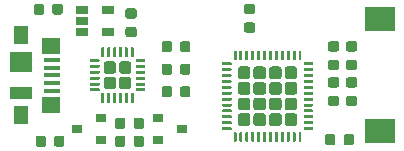
<source format=gbr>
G04 #@! TF.GenerationSoftware,KiCad,Pcbnew,5.1.5+dfsg1-2build2*
G04 #@! TF.CreationDate,2021-03-15T22:22:59+01:00*
G04 #@! TF.ProjectId,ProMicro_ESP,50726f4d-6963-4726-9f5f-4553502e6b69,v1.0*
G04 #@! TF.SameCoordinates,Original*
G04 #@! TF.FileFunction,Paste,Top*
G04 #@! TF.FilePolarity,Positive*
%FSLAX46Y46*%
G04 Gerber Fmt 4.6, Leading zero omitted, Abs format (unit mm)*
G04 Created by KiCad*
%MOMM*%
%LPD*%
G04 APERTURE LIST*
%ADD10R,2.500000X2.000000*%
%ADD11C,0.100000*%
%ADD12R,1.900000X1.000000*%
%ADD13R,1.900000X1.800000*%
%ADD14R,1.300000X1.650000*%
%ADD15R,1.550000X1.425000*%
%ADD16R,1.380000X0.450000*%
%ADD17R,1.060000X0.650000*%
%ADD18R,0.900000X0.800000*%
G04 APERTURE END LIST*
D10*
X151765000Y-92380000D03*
X151765000Y-82880000D03*
D11*
G36*
X135520691Y-84743053D02*
G01*
X135541926Y-84746203D01*
X135562750Y-84751419D01*
X135582962Y-84758651D01*
X135602368Y-84767830D01*
X135620781Y-84778866D01*
X135638024Y-84791654D01*
X135653930Y-84806070D01*
X135668346Y-84821976D01*
X135681134Y-84839219D01*
X135692170Y-84857632D01*
X135701349Y-84877038D01*
X135708581Y-84897250D01*
X135713797Y-84918074D01*
X135716947Y-84939309D01*
X135718000Y-84960750D01*
X135718000Y-85473250D01*
X135716947Y-85494691D01*
X135713797Y-85515926D01*
X135708581Y-85536750D01*
X135701349Y-85556962D01*
X135692170Y-85576368D01*
X135681134Y-85594781D01*
X135668346Y-85612024D01*
X135653930Y-85627930D01*
X135638024Y-85642346D01*
X135620781Y-85655134D01*
X135602368Y-85666170D01*
X135582962Y-85675349D01*
X135562750Y-85682581D01*
X135541926Y-85687797D01*
X135520691Y-85690947D01*
X135499250Y-85692000D01*
X135061750Y-85692000D01*
X135040309Y-85690947D01*
X135019074Y-85687797D01*
X134998250Y-85682581D01*
X134978038Y-85675349D01*
X134958632Y-85666170D01*
X134940219Y-85655134D01*
X134922976Y-85642346D01*
X134907070Y-85627930D01*
X134892654Y-85612024D01*
X134879866Y-85594781D01*
X134868830Y-85576368D01*
X134859651Y-85556962D01*
X134852419Y-85536750D01*
X134847203Y-85515926D01*
X134844053Y-85494691D01*
X134843000Y-85473250D01*
X134843000Y-84960750D01*
X134844053Y-84939309D01*
X134847203Y-84918074D01*
X134852419Y-84897250D01*
X134859651Y-84877038D01*
X134868830Y-84857632D01*
X134879866Y-84839219D01*
X134892654Y-84821976D01*
X134907070Y-84806070D01*
X134922976Y-84791654D01*
X134940219Y-84778866D01*
X134958632Y-84767830D01*
X134978038Y-84758651D01*
X134998250Y-84751419D01*
X135019074Y-84746203D01*
X135040309Y-84743053D01*
X135061750Y-84742000D01*
X135499250Y-84742000D01*
X135520691Y-84743053D01*
G37*
G36*
X133945691Y-84743053D02*
G01*
X133966926Y-84746203D01*
X133987750Y-84751419D01*
X134007962Y-84758651D01*
X134027368Y-84767830D01*
X134045781Y-84778866D01*
X134063024Y-84791654D01*
X134078930Y-84806070D01*
X134093346Y-84821976D01*
X134106134Y-84839219D01*
X134117170Y-84857632D01*
X134126349Y-84877038D01*
X134133581Y-84897250D01*
X134138797Y-84918074D01*
X134141947Y-84939309D01*
X134143000Y-84960750D01*
X134143000Y-85473250D01*
X134141947Y-85494691D01*
X134138797Y-85515926D01*
X134133581Y-85536750D01*
X134126349Y-85556962D01*
X134117170Y-85576368D01*
X134106134Y-85594781D01*
X134093346Y-85612024D01*
X134078930Y-85627930D01*
X134063024Y-85642346D01*
X134045781Y-85655134D01*
X134027368Y-85666170D01*
X134007962Y-85675349D01*
X133987750Y-85682581D01*
X133966926Y-85687797D01*
X133945691Y-85690947D01*
X133924250Y-85692000D01*
X133486750Y-85692000D01*
X133465309Y-85690947D01*
X133444074Y-85687797D01*
X133423250Y-85682581D01*
X133403038Y-85675349D01*
X133383632Y-85666170D01*
X133365219Y-85655134D01*
X133347976Y-85642346D01*
X133332070Y-85627930D01*
X133317654Y-85612024D01*
X133304866Y-85594781D01*
X133293830Y-85576368D01*
X133284651Y-85556962D01*
X133277419Y-85536750D01*
X133272203Y-85515926D01*
X133269053Y-85494691D01*
X133268000Y-85473250D01*
X133268000Y-84960750D01*
X133269053Y-84939309D01*
X133272203Y-84918074D01*
X133277419Y-84897250D01*
X133284651Y-84877038D01*
X133293830Y-84857632D01*
X133304866Y-84839219D01*
X133317654Y-84821976D01*
X133332070Y-84806070D01*
X133347976Y-84791654D01*
X133365219Y-84778866D01*
X133383632Y-84767830D01*
X133403038Y-84758651D01*
X133423250Y-84751419D01*
X133444074Y-84746203D01*
X133465309Y-84743053D01*
X133486750Y-84742000D01*
X133924250Y-84742000D01*
X133945691Y-84743053D01*
G37*
G36*
X130008691Y-91220053D02*
G01*
X130029926Y-91223203D01*
X130050750Y-91228419D01*
X130070962Y-91235651D01*
X130090368Y-91244830D01*
X130108781Y-91255866D01*
X130126024Y-91268654D01*
X130141930Y-91283070D01*
X130156346Y-91298976D01*
X130169134Y-91316219D01*
X130180170Y-91334632D01*
X130189349Y-91354038D01*
X130196581Y-91374250D01*
X130201797Y-91395074D01*
X130204947Y-91416309D01*
X130206000Y-91437750D01*
X130206000Y-91950250D01*
X130204947Y-91971691D01*
X130201797Y-91992926D01*
X130196581Y-92013750D01*
X130189349Y-92033962D01*
X130180170Y-92053368D01*
X130169134Y-92071781D01*
X130156346Y-92089024D01*
X130141930Y-92104930D01*
X130126024Y-92119346D01*
X130108781Y-92132134D01*
X130090368Y-92143170D01*
X130070962Y-92152349D01*
X130050750Y-92159581D01*
X130029926Y-92164797D01*
X130008691Y-92167947D01*
X129987250Y-92169000D01*
X129549750Y-92169000D01*
X129528309Y-92167947D01*
X129507074Y-92164797D01*
X129486250Y-92159581D01*
X129466038Y-92152349D01*
X129446632Y-92143170D01*
X129428219Y-92132134D01*
X129410976Y-92119346D01*
X129395070Y-92104930D01*
X129380654Y-92089024D01*
X129367866Y-92071781D01*
X129356830Y-92053368D01*
X129347651Y-92033962D01*
X129340419Y-92013750D01*
X129335203Y-91992926D01*
X129332053Y-91971691D01*
X129331000Y-91950250D01*
X129331000Y-91437750D01*
X129332053Y-91416309D01*
X129335203Y-91395074D01*
X129340419Y-91374250D01*
X129347651Y-91354038D01*
X129356830Y-91334632D01*
X129367866Y-91316219D01*
X129380654Y-91298976D01*
X129395070Y-91283070D01*
X129410976Y-91268654D01*
X129428219Y-91255866D01*
X129446632Y-91244830D01*
X129466038Y-91235651D01*
X129486250Y-91228419D01*
X129507074Y-91223203D01*
X129528309Y-91220053D01*
X129549750Y-91219000D01*
X129987250Y-91219000D01*
X130008691Y-91220053D01*
G37*
G36*
X131583691Y-91220053D02*
G01*
X131604926Y-91223203D01*
X131625750Y-91228419D01*
X131645962Y-91235651D01*
X131665368Y-91244830D01*
X131683781Y-91255866D01*
X131701024Y-91268654D01*
X131716930Y-91283070D01*
X131731346Y-91298976D01*
X131744134Y-91316219D01*
X131755170Y-91334632D01*
X131764349Y-91354038D01*
X131771581Y-91374250D01*
X131776797Y-91395074D01*
X131779947Y-91416309D01*
X131781000Y-91437750D01*
X131781000Y-91950250D01*
X131779947Y-91971691D01*
X131776797Y-91992926D01*
X131771581Y-92013750D01*
X131764349Y-92033962D01*
X131755170Y-92053368D01*
X131744134Y-92071781D01*
X131731346Y-92089024D01*
X131716930Y-92104930D01*
X131701024Y-92119346D01*
X131683781Y-92132134D01*
X131665368Y-92143170D01*
X131645962Y-92152349D01*
X131625750Y-92159581D01*
X131604926Y-92164797D01*
X131583691Y-92167947D01*
X131562250Y-92169000D01*
X131124750Y-92169000D01*
X131103309Y-92167947D01*
X131082074Y-92164797D01*
X131061250Y-92159581D01*
X131041038Y-92152349D01*
X131021632Y-92143170D01*
X131003219Y-92132134D01*
X130985976Y-92119346D01*
X130970070Y-92104930D01*
X130955654Y-92089024D01*
X130942866Y-92071781D01*
X130931830Y-92053368D01*
X130922651Y-92033962D01*
X130915419Y-92013750D01*
X130910203Y-91992926D01*
X130907053Y-91971691D01*
X130906000Y-91950250D01*
X130906000Y-91437750D01*
X130907053Y-91416309D01*
X130910203Y-91395074D01*
X130915419Y-91374250D01*
X130922651Y-91354038D01*
X130931830Y-91334632D01*
X130942866Y-91316219D01*
X130955654Y-91298976D01*
X130970070Y-91283070D01*
X130985976Y-91268654D01*
X131003219Y-91255866D01*
X131021632Y-91244830D01*
X131041038Y-91235651D01*
X131061250Y-91228419D01*
X131082074Y-91223203D01*
X131103309Y-91220053D01*
X131124750Y-91219000D01*
X131562250Y-91219000D01*
X131583691Y-91220053D01*
G37*
G36*
X148105691Y-86330053D02*
G01*
X148126926Y-86333203D01*
X148147750Y-86338419D01*
X148167962Y-86345651D01*
X148187368Y-86354830D01*
X148205781Y-86365866D01*
X148223024Y-86378654D01*
X148238930Y-86393070D01*
X148253346Y-86408976D01*
X148266134Y-86426219D01*
X148277170Y-86444632D01*
X148286349Y-86464038D01*
X148293581Y-86484250D01*
X148298797Y-86505074D01*
X148301947Y-86526309D01*
X148303000Y-86547750D01*
X148303000Y-86985250D01*
X148301947Y-87006691D01*
X148298797Y-87027926D01*
X148293581Y-87048750D01*
X148286349Y-87068962D01*
X148277170Y-87088368D01*
X148266134Y-87106781D01*
X148253346Y-87124024D01*
X148238930Y-87139930D01*
X148223024Y-87154346D01*
X148205781Y-87167134D01*
X148187368Y-87178170D01*
X148167962Y-87187349D01*
X148147750Y-87194581D01*
X148126926Y-87199797D01*
X148105691Y-87202947D01*
X148084250Y-87204000D01*
X147571750Y-87204000D01*
X147550309Y-87202947D01*
X147529074Y-87199797D01*
X147508250Y-87194581D01*
X147488038Y-87187349D01*
X147468632Y-87178170D01*
X147450219Y-87167134D01*
X147432976Y-87154346D01*
X147417070Y-87139930D01*
X147402654Y-87124024D01*
X147389866Y-87106781D01*
X147378830Y-87088368D01*
X147369651Y-87068962D01*
X147362419Y-87048750D01*
X147357203Y-87027926D01*
X147354053Y-87006691D01*
X147353000Y-86985250D01*
X147353000Y-86547750D01*
X147354053Y-86526309D01*
X147357203Y-86505074D01*
X147362419Y-86484250D01*
X147369651Y-86464038D01*
X147378830Y-86444632D01*
X147389866Y-86426219D01*
X147402654Y-86408976D01*
X147417070Y-86393070D01*
X147432976Y-86378654D01*
X147450219Y-86365866D01*
X147468632Y-86354830D01*
X147488038Y-86345651D01*
X147508250Y-86338419D01*
X147529074Y-86333203D01*
X147550309Y-86330053D01*
X147571750Y-86329000D01*
X148084250Y-86329000D01*
X148105691Y-86330053D01*
G37*
G36*
X148105691Y-84755053D02*
G01*
X148126926Y-84758203D01*
X148147750Y-84763419D01*
X148167962Y-84770651D01*
X148187368Y-84779830D01*
X148205781Y-84790866D01*
X148223024Y-84803654D01*
X148238930Y-84818070D01*
X148253346Y-84833976D01*
X148266134Y-84851219D01*
X148277170Y-84869632D01*
X148286349Y-84889038D01*
X148293581Y-84909250D01*
X148298797Y-84930074D01*
X148301947Y-84951309D01*
X148303000Y-84972750D01*
X148303000Y-85410250D01*
X148301947Y-85431691D01*
X148298797Y-85452926D01*
X148293581Y-85473750D01*
X148286349Y-85493962D01*
X148277170Y-85513368D01*
X148266134Y-85531781D01*
X148253346Y-85549024D01*
X148238930Y-85564930D01*
X148223024Y-85579346D01*
X148205781Y-85592134D01*
X148187368Y-85603170D01*
X148167962Y-85612349D01*
X148147750Y-85619581D01*
X148126926Y-85624797D01*
X148105691Y-85627947D01*
X148084250Y-85629000D01*
X147571750Y-85629000D01*
X147550309Y-85627947D01*
X147529074Y-85624797D01*
X147508250Y-85619581D01*
X147488038Y-85612349D01*
X147468632Y-85603170D01*
X147450219Y-85592134D01*
X147432976Y-85579346D01*
X147417070Y-85564930D01*
X147402654Y-85549024D01*
X147389866Y-85531781D01*
X147378830Y-85513368D01*
X147369651Y-85493962D01*
X147362419Y-85473750D01*
X147357203Y-85452926D01*
X147354053Y-85431691D01*
X147353000Y-85410250D01*
X147353000Y-84972750D01*
X147354053Y-84951309D01*
X147357203Y-84930074D01*
X147362419Y-84909250D01*
X147369651Y-84889038D01*
X147378830Y-84869632D01*
X147389866Y-84851219D01*
X147402654Y-84833976D01*
X147417070Y-84818070D01*
X147432976Y-84803654D01*
X147450219Y-84790866D01*
X147468632Y-84779830D01*
X147488038Y-84770651D01*
X147508250Y-84763419D01*
X147529074Y-84758203D01*
X147550309Y-84755053D01*
X147571750Y-84754000D01*
X148084250Y-84754000D01*
X148105691Y-84755053D01*
G37*
G36*
X131583691Y-92744053D02*
G01*
X131604926Y-92747203D01*
X131625750Y-92752419D01*
X131645962Y-92759651D01*
X131665368Y-92768830D01*
X131683781Y-92779866D01*
X131701024Y-92792654D01*
X131716930Y-92807070D01*
X131731346Y-92822976D01*
X131744134Y-92840219D01*
X131755170Y-92858632D01*
X131764349Y-92878038D01*
X131771581Y-92898250D01*
X131776797Y-92919074D01*
X131779947Y-92940309D01*
X131781000Y-92961750D01*
X131781000Y-93474250D01*
X131779947Y-93495691D01*
X131776797Y-93516926D01*
X131771581Y-93537750D01*
X131764349Y-93557962D01*
X131755170Y-93577368D01*
X131744134Y-93595781D01*
X131731346Y-93613024D01*
X131716930Y-93628930D01*
X131701024Y-93643346D01*
X131683781Y-93656134D01*
X131665368Y-93667170D01*
X131645962Y-93676349D01*
X131625750Y-93683581D01*
X131604926Y-93688797D01*
X131583691Y-93691947D01*
X131562250Y-93693000D01*
X131124750Y-93693000D01*
X131103309Y-93691947D01*
X131082074Y-93688797D01*
X131061250Y-93683581D01*
X131041038Y-93676349D01*
X131021632Y-93667170D01*
X131003219Y-93656134D01*
X130985976Y-93643346D01*
X130970070Y-93628930D01*
X130955654Y-93613024D01*
X130942866Y-93595781D01*
X130931830Y-93577368D01*
X130922651Y-93557962D01*
X130915419Y-93537750D01*
X130910203Y-93516926D01*
X130907053Y-93495691D01*
X130906000Y-93474250D01*
X130906000Y-92961750D01*
X130907053Y-92940309D01*
X130910203Y-92919074D01*
X130915419Y-92898250D01*
X130922651Y-92878038D01*
X130931830Y-92858632D01*
X130942866Y-92840219D01*
X130955654Y-92822976D01*
X130970070Y-92807070D01*
X130985976Y-92792654D01*
X131003219Y-92779866D01*
X131021632Y-92768830D01*
X131041038Y-92759651D01*
X131061250Y-92752419D01*
X131082074Y-92747203D01*
X131103309Y-92744053D01*
X131124750Y-92743000D01*
X131562250Y-92743000D01*
X131583691Y-92744053D01*
G37*
G36*
X130008691Y-92744053D02*
G01*
X130029926Y-92747203D01*
X130050750Y-92752419D01*
X130070962Y-92759651D01*
X130090368Y-92768830D01*
X130108781Y-92779866D01*
X130126024Y-92792654D01*
X130141930Y-92807070D01*
X130156346Y-92822976D01*
X130169134Y-92840219D01*
X130180170Y-92858632D01*
X130189349Y-92878038D01*
X130196581Y-92898250D01*
X130201797Y-92919074D01*
X130204947Y-92940309D01*
X130206000Y-92961750D01*
X130206000Y-93474250D01*
X130204947Y-93495691D01*
X130201797Y-93516926D01*
X130196581Y-93537750D01*
X130189349Y-93557962D01*
X130180170Y-93577368D01*
X130169134Y-93595781D01*
X130156346Y-93613024D01*
X130141930Y-93628930D01*
X130126024Y-93643346D01*
X130108781Y-93656134D01*
X130090368Y-93667170D01*
X130070962Y-93676349D01*
X130050750Y-93683581D01*
X130029926Y-93688797D01*
X130008691Y-93691947D01*
X129987250Y-93693000D01*
X129549750Y-93693000D01*
X129528309Y-93691947D01*
X129507074Y-93688797D01*
X129486250Y-93683581D01*
X129466038Y-93676349D01*
X129446632Y-93667170D01*
X129428219Y-93656134D01*
X129410976Y-93643346D01*
X129395070Y-93628930D01*
X129380654Y-93613024D01*
X129367866Y-93595781D01*
X129356830Y-93577368D01*
X129347651Y-93557962D01*
X129340419Y-93537750D01*
X129335203Y-93516926D01*
X129332053Y-93495691D01*
X129331000Y-93474250D01*
X129331000Y-92961750D01*
X129332053Y-92940309D01*
X129335203Y-92919074D01*
X129340419Y-92898250D01*
X129347651Y-92878038D01*
X129356830Y-92858632D01*
X129367866Y-92840219D01*
X129380654Y-92822976D01*
X129395070Y-92807070D01*
X129410976Y-92792654D01*
X129428219Y-92779866D01*
X129446632Y-92768830D01*
X129466038Y-92759651D01*
X129486250Y-92752419D01*
X129507074Y-92747203D01*
X129528309Y-92744053D01*
X129549750Y-92743000D01*
X129987250Y-92743000D01*
X130008691Y-92744053D01*
G37*
G36*
X149629691Y-86330053D02*
G01*
X149650926Y-86333203D01*
X149671750Y-86338419D01*
X149691962Y-86345651D01*
X149711368Y-86354830D01*
X149729781Y-86365866D01*
X149747024Y-86378654D01*
X149762930Y-86393070D01*
X149777346Y-86408976D01*
X149790134Y-86426219D01*
X149801170Y-86444632D01*
X149810349Y-86464038D01*
X149817581Y-86484250D01*
X149822797Y-86505074D01*
X149825947Y-86526309D01*
X149827000Y-86547750D01*
X149827000Y-86985250D01*
X149825947Y-87006691D01*
X149822797Y-87027926D01*
X149817581Y-87048750D01*
X149810349Y-87068962D01*
X149801170Y-87088368D01*
X149790134Y-87106781D01*
X149777346Y-87124024D01*
X149762930Y-87139930D01*
X149747024Y-87154346D01*
X149729781Y-87167134D01*
X149711368Y-87178170D01*
X149691962Y-87187349D01*
X149671750Y-87194581D01*
X149650926Y-87199797D01*
X149629691Y-87202947D01*
X149608250Y-87204000D01*
X149095750Y-87204000D01*
X149074309Y-87202947D01*
X149053074Y-87199797D01*
X149032250Y-87194581D01*
X149012038Y-87187349D01*
X148992632Y-87178170D01*
X148974219Y-87167134D01*
X148956976Y-87154346D01*
X148941070Y-87139930D01*
X148926654Y-87124024D01*
X148913866Y-87106781D01*
X148902830Y-87088368D01*
X148893651Y-87068962D01*
X148886419Y-87048750D01*
X148881203Y-87027926D01*
X148878053Y-87006691D01*
X148877000Y-86985250D01*
X148877000Y-86547750D01*
X148878053Y-86526309D01*
X148881203Y-86505074D01*
X148886419Y-86484250D01*
X148893651Y-86464038D01*
X148902830Y-86444632D01*
X148913866Y-86426219D01*
X148926654Y-86408976D01*
X148941070Y-86393070D01*
X148956976Y-86378654D01*
X148974219Y-86365866D01*
X148992632Y-86354830D01*
X149012038Y-86345651D01*
X149032250Y-86338419D01*
X149053074Y-86333203D01*
X149074309Y-86330053D01*
X149095750Y-86329000D01*
X149608250Y-86329000D01*
X149629691Y-86330053D01*
G37*
G36*
X149629691Y-84755053D02*
G01*
X149650926Y-84758203D01*
X149671750Y-84763419D01*
X149691962Y-84770651D01*
X149711368Y-84779830D01*
X149729781Y-84790866D01*
X149747024Y-84803654D01*
X149762930Y-84818070D01*
X149777346Y-84833976D01*
X149790134Y-84851219D01*
X149801170Y-84869632D01*
X149810349Y-84889038D01*
X149817581Y-84909250D01*
X149822797Y-84930074D01*
X149825947Y-84951309D01*
X149827000Y-84972750D01*
X149827000Y-85410250D01*
X149825947Y-85431691D01*
X149822797Y-85452926D01*
X149817581Y-85473750D01*
X149810349Y-85493962D01*
X149801170Y-85513368D01*
X149790134Y-85531781D01*
X149777346Y-85549024D01*
X149762930Y-85564930D01*
X149747024Y-85579346D01*
X149729781Y-85592134D01*
X149711368Y-85603170D01*
X149691962Y-85612349D01*
X149671750Y-85619581D01*
X149650926Y-85624797D01*
X149629691Y-85627947D01*
X149608250Y-85629000D01*
X149095750Y-85629000D01*
X149074309Y-85627947D01*
X149053074Y-85624797D01*
X149032250Y-85619581D01*
X149012038Y-85612349D01*
X148992632Y-85603170D01*
X148974219Y-85592134D01*
X148956976Y-85579346D01*
X148941070Y-85564930D01*
X148926654Y-85549024D01*
X148913866Y-85531781D01*
X148902830Y-85513368D01*
X148893651Y-85493962D01*
X148886419Y-85473750D01*
X148881203Y-85452926D01*
X148878053Y-85431691D01*
X148877000Y-85410250D01*
X148877000Y-84972750D01*
X148878053Y-84951309D01*
X148881203Y-84930074D01*
X148886419Y-84909250D01*
X148893651Y-84889038D01*
X148902830Y-84869632D01*
X148913866Y-84851219D01*
X148926654Y-84833976D01*
X148941070Y-84818070D01*
X148956976Y-84803654D01*
X148974219Y-84790866D01*
X148992632Y-84779830D01*
X149012038Y-84770651D01*
X149032250Y-84763419D01*
X149053074Y-84758203D01*
X149074309Y-84755053D01*
X149095750Y-84754000D01*
X149608250Y-84754000D01*
X149629691Y-84755053D01*
G37*
G36*
X130960691Y-83536053D02*
G01*
X130981926Y-83539203D01*
X131002750Y-83544419D01*
X131022962Y-83551651D01*
X131042368Y-83560830D01*
X131060781Y-83571866D01*
X131078024Y-83584654D01*
X131093930Y-83599070D01*
X131108346Y-83614976D01*
X131121134Y-83632219D01*
X131132170Y-83650632D01*
X131141349Y-83670038D01*
X131148581Y-83690250D01*
X131153797Y-83711074D01*
X131156947Y-83732309D01*
X131158000Y-83753750D01*
X131158000Y-84191250D01*
X131156947Y-84212691D01*
X131153797Y-84233926D01*
X131148581Y-84254750D01*
X131141349Y-84274962D01*
X131132170Y-84294368D01*
X131121134Y-84312781D01*
X131108346Y-84330024D01*
X131093930Y-84345930D01*
X131078024Y-84360346D01*
X131060781Y-84373134D01*
X131042368Y-84384170D01*
X131022962Y-84393349D01*
X131002750Y-84400581D01*
X130981926Y-84405797D01*
X130960691Y-84408947D01*
X130939250Y-84410000D01*
X130426750Y-84410000D01*
X130405309Y-84408947D01*
X130384074Y-84405797D01*
X130363250Y-84400581D01*
X130343038Y-84393349D01*
X130323632Y-84384170D01*
X130305219Y-84373134D01*
X130287976Y-84360346D01*
X130272070Y-84345930D01*
X130257654Y-84330024D01*
X130244866Y-84312781D01*
X130233830Y-84294368D01*
X130224651Y-84274962D01*
X130217419Y-84254750D01*
X130212203Y-84233926D01*
X130209053Y-84212691D01*
X130208000Y-84191250D01*
X130208000Y-83753750D01*
X130209053Y-83732309D01*
X130212203Y-83711074D01*
X130217419Y-83690250D01*
X130224651Y-83670038D01*
X130233830Y-83650632D01*
X130244866Y-83632219D01*
X130257654Y-83614976D01*
X130272070Y-83599070D01*
X130287976Y-83584654D01*
X130305219Y-83571866D01*
X130323632Y-83560830D01*
X130343038Y-83551651D01*
X130363250Y-83544419D01*
X130384074Y-83539203D01*
X130405309Y-83536053D01*
X130426750Y-83535000D01*
X130939250Y-83535000D01*
X130960691Y-83536053D01*
G37*
G36*
X130960691Y-81961053D02*
G01*
X130981926Y-81964203D01*
X131002750Y-81969419D01*
X131022962Y-81976651D01*
X131042368Y-81985830D01*
X131060781Y-81996866D01*
X131078024Y-82009654D01*
X131093930Y-82024070D01*
X131108346Y-82039976D01*
X131121134Y-82057219D01*
X131132170Y-82075632D01*
X131141349Y-82095038D01*
X131148581Y-82115250D01*
X131153797Y-82136074D01*
X131156947Y-82157309D01*
X131158000Y-82178750D01*
X131158000Y-82616250D01*
X131156947Y-82637691D01*
X131153797Y-82658926D01*
X131148581Y-82679750D01*
X131141349Y-82699962D01*
X131132170Y-82719368D01*
X131121134Y-82737781D01*
X131108346Y-82755024D01*
X131093930Y-82770930D01*
X131078024Y-82785346D01*
X131060781Y-82798134D01*
X131042368Y-82809170D01*
X131022962Y-82818349D01*
X131002750Y-82825581D01*
X130981926Y-82830797D01*
X130960691Y-82833947D01*
X130939250Y-82835000D01*
X130426750Y-82835000D01*
X130405309Y-82833947D01*
X130384074Y-82830797D01*
X130363250Y-82825581D01*
X130343038Y-82818349D01*
X130323632Y-82809170D01*
X130305219Y-82798134D01*
X130287976Y-82785346D01*
X130272070Y-82770930D01*
X130257654Y-82755024D01*
X130244866Y-82737781D01*
X130233830Y-82719368D01*
X130224651Y-82699962D01*
X130217419Y-82679750D01*
X130212203Y-82658926D01*
X130209053Y-82637691D01*
X130208000Y-82616250D01*
X130208000Y-82178750D01*
X130209053Y-82157309D01*
X130212203Y-82136074D01*
X130217419Y-82115250D01*
X130224651Y-82095038D01*
X130233830Y-82075632D01*
X130244866Y-82057219D01*
X130257654Y-82039976D01*
X130272070Y-82024070D01*
X130287976Y-82009654D01*
X130305219Y-81996866D01*
X130323632Y-81985830D01*
X130343038Y-81976651D01*
X130363250Y-81969419D01*
X130384074Y-81964203D01*
X130405309Y-81961053D01*
X130426750Y-81960000D01*
X130939250Y-81960000D01*
X130960691Y-81961053D01*
G37*
G36*
X149629691Y-87803053D02*
G01*
X149650926Y-87806203D01*
X149671750Y-87811419D01*
X149691962Y-87818651D01*
X149711368Y-87827830D01*
X149729781Y-87838866D01*
X149747024Y-87851654D01*
X149762930Y-87866070D01*
X149777346Y-87881976D01*
X149790134Y-87899219D01*
X149801170Y-87917632D01*
X149810349Y-87937038D01*
X149817581Y-87957250D01*
X149822797Y-87978074D01*
X149825947Y-87999309D01*
X149827000Y-88020750D01*
X149827000Y-88458250D01*
X149825947Y-88479691D01*
X149822797Y-88500926D01*
X149817581Y-88521750D01*
X149810349Y-88541962D01*
X149801170Y-88561368D01*
X149790134Y-88579781D01*
X149777346Y-88597024D01*
X149762930Y-88612930D01*
X149747024Y-88627346D01*
X149729781Y-88640134D01*
X149711368Y-88651170D01*
X149691962Y-88660349D01*
X149671750Y-88667581D01*
X149650926Y-88672797D01*
X149629691Y-88675947D01*
X149608250Y-88677000D01*
X149095750Y-88677000D01*
X149074309Y-88675947D01*
X149053074Y-88672797D01*
X149032250Y-88667581D01*
X149012038Y-88660349D01*
X148992632Y-88651170D01*
X148974219Y-88640134D01*
X148956976Y-88627346D01*
X148941070Y-88612930D01*
X148926654Y-88597024D01*
X148913866Y-88579781D01*
X148902830Y-88561368D01*
X148893651Y-88541962D01*
X148886419Y-88521750D01*
X148881203Y-88500926D01*
X148878053Y-88479691D01*
X148877000Y-88458250D01*
X148877000Y-88020750D01*
X148878053Y-87999309D01*
X148881203Y-87978074D01*
X148886419Y-87957250D01*
X148893651Y-87937038D01*
X148902830Y-87917632D01*
X148913866Y-87899219D01*
X148926654Y-87881976D01*
X148941070Y-87866070D01*
X148956976Y-87851654D01*
X148974219Y-87838866D01*
X148992632Y-87827830D01*
X149012038Y-87818651D01*
X149032250Y-87811419D01*
X149053074Y-87806203D01*
X149074309Y-87803053D01*
X149095750Y-87802000D01*
X149608250Y-87802000D01*
X149629691Y-87803053D01*
G37*
G36*
X149629691Y-89378053D02*
G01*
X149650926Y-89381203D01*
X149671750Y-89386419D01*
X149691962Y-89393651D01*
X149711368Y-89402830D01*
X149729781Y-89413866D01*
X149747024Y-89426654D01*
X149762930Y-89441070D01*
X149777346Y-89456976D01*
X149790134Y-89474219D01*
X149801170Y-89492632D01*
X149810349Y-89512038D01*
X149817581Y-89532250D01*
X149822797Y-89553074D01*
X149825947Y-89574309D01*
X149827000Y-89595750D01*
X149827000Y-90033250D01*
X149825947Y-90054691D01*
X149822797Y-90075926D01*
X149817581Y-90096750D01*
X149810349Y-90116962D01*
X149801170Y-90136368D01*
X149790134Y-90154781D01*
X149777346Y-90172024D01*
X149762930Y-90187930D01*
X149747024Y-90202346D01*
X149729781Y-90215134D01*
X149711368Y-90226170D01*
X149691962Y-90235349D01*
X149671750Y-90242581D01*
X149650926Y-90247797D01*
X149629691Y-90250947D01*
X149608250Y-90252000D01*
X149095750Y-90252000D01*
X149074309Y-90250947D01*
X149053074Y-90247797D01*
X149032250Y-90242581D01*
X149012038Y-90235349D01*
X148992632Y-90226170D01*
X148974219Y-90215134D01*
X148956976Y-90202346D01*
X148941070Y-90187930D01*
X148926654Y-90172024D01*
X148913866Y-90154781D01*
X148902830Y-90136368D01*
X148893651Y-90116962D01*
X148886419Y-90096750D01*
X148881203Y-90075926D01*
X148878053Y-90054691D01*
X148877000Y-90033250D01*
X148877000Y-89595750D01*
X148878053Y-89574309D01*
X148881203Y-89553074D01*
X148886419Y-89532250D01*
X148893651Y-89512038D01*
X148902830Y-89492632D01*
X148913866Y-89474219D01*
X148926654Y-89456976D01*
X148941070Y-89441070D01*
X148956976Y-89426654D01*
X148974219Y-89413866D01*
X148992632Y-89402830D01*
X149012038Y-89393651D01*
X149032250Y-89386419D01*
X149053074Y-89381203D01*
X149074309Y-89378053D01*
X149095750Y-89377000D01*
X149608250Y-89377000D01*
X149629691Y-89378053D01*
G37*
G36*
X123125191Y-81568053D02*
G01*
X123146426Y-81571203D01*
X123167250Y-81576419D01*
X123187462Y-81583651D01*
X123206868Y-81592830D01*
X123225281Y-81603866D01*
X123242524Y-81616654D01*
X123258430Y-81631070D01*
X123272846Y-81646976D01*
X123285634Y-81664219D01*
X123296670Y-81682632D01*
X123305849Y-81702038D01*
X123313081Y-81722250D01*
X123318297Y-81743074D01*
X123321447Y-81764309D01*
X123322500Y-81785750D01*
X123322500Y-82298250D01*
X123321447Y-82319691D01*
X123318297Y-82340926D01*
X123313081Y-82361750D01*
X123305849Y-82381962D01*
X123296670Y-82401368D01*
X123285634Y-82419781D01*
X123272846Y-82437024D01*
X123258430Y-82452930D01*
X123242524Y-82467346D01*
X123225281Y-82480134D01*
X123206868Y-82491170D01*
X123187462Y-82500349D01*
X123167250Y-82507581D01*
X123146426Y-82512797D01*
X123125191Y-82515947D01*
X123103750Y-82517000D01*
X122666250Y-82517000D01*
X122644809Y-82515947D01*
X122623574Y-82512797D01*
X122602750Y-82507581D01*
X122582538Y-82500349D01*
X122563132Y-82491170D01*
X122544719Y-82480134D01*
X122527476Y-82467346D01*
X122511570Y-82452930D01*
X122497154Y-82437024D01*
X122484366Y-82419781D01*
X122473330Y-82401368D01*
X122464151Y-82381962D01*
X122456919Y-82361750D01*
X122451703Y-82340926D01*
X122448553Y-82319691D01*
X122447500Y-82298250D01*
X122447500Y-81785750D01*
X122448553Y-81764309D01*
X122451703Y-81743074D01*
X122456919Y-81722250D01*
X122464151Y-81702038D01*
X122473330Y-81682632D01*
X122484366Y-81664219D01*
X122497154Y-81646976D01*
X122511570Y-81631070D01*
X122527476Y-81616654D01*
X122544719Y-81603866D01*
X122563132Y-81592830D01*
X122582538Y-81583651D01*
X122602750Y-81576419D01*
X122623574Y-81571203D01*
X122644809Y-81568053D01*
X122666250Y-81567000D01*
X123103750Y-81567000D01*
X123125191Y-81568053D01*
G37*
G36*
X124700191Y-81568053D02*
G01*
X124721426Y-81571203D01*
X124742250Y-81576419D01*
X124762462Y-81583651D01*
X124781868Y-81592830D01*
X124800281Y-81603866D01*
X124817524Y-81616654D01*
X124833430Y-81631070D01*
X124847846Y-81646976D01*
X124860634Y-81664219D01*
X124871670Y-81682632D01*
X124880849Y-81702038D01*
X124888081Y-81722250D01*
X124893297Y-81743074D01*
X124896447Y-81764309D01*
X124897500Y-81785750D01*
X124897500Y-82298250D01*
X124896447Y-82319691D01*
X124893297Y-82340926D01*
X124888081Y-82361750D01*
X124880849Y-82381962D01*
X124871670Y-82401368D01*
X124860634Y-82419781D01*
X124847846Y-82437024D01*
X124833430Y-82452930D01*
X124817524Y-82467346D01*
X124800281Y-82480134D01*
X124781868Y-82491170D01*
X124762462Y-82500349D01*
X124742250Y-82507581D01*
X124721426Y-82512797D01*
X124700191Y-82515947D01*
X124678750Y-82517000D01*
X124241250Y-82517000D01*
X124219809Y-82515947D01*
X124198574Y-82512797D01*
X124177750Y-82507581D01*
X124157538Y-82500349D01*
X124138132Y-82491170D01*
X124119719Y-82480134D01*
X124102476Y-82467346D01*
X124086570Y-82452930D01*
X124072154Y-82437024D01*
X124059366Y-82419781D01*
X124048330Y-82401368D01*
X124039151Y-82381962D01*
X124031919Y-82361750D01*
X124026703Y-82340926D01*
X124023553Y-82319691D01*
X124022500Y-82298250D01*
X124022500Y-81785750D01*
X124023553Y-81764309D01*
X124026703Y-81743074D01*
X124031919Y-81722250D01*
X124039151Y-81702038D01*
X124048330Y-81682632D01*
X124059366Y-81664219D01*
X124072154Y-81646976D01*
X124086570Y-81631070D01*
X124102476Y-81616654D01*
X124119719Y-81603866D01*
X124138132Y-81592830D01*
X124157538Y-81583651D01*
X124177750Y-81576419D01*
X124198574Y-81571203D01*
X124219809Y-81568053D01*
X124241250Y-81567000D01*
X124678750Y-81567000D01*
X124700191Y-81568053D01*
G37*
G36*
X148105691Y-87803053D02*
G01*
X148126926Y-87806203D01*
X148147750Y-87811419D01*
X148167962Y-87818651D01*
X148187368Y-87827830D01*
X148205781Y-87838866D01*
X148223024Y-87851654D01*
X148238930Y-87866070D01*
X148253346Y-87881976D01*
X148266134Y-87899219D01*
X148277170Y-87917632D01*
X148286349Y-87937038D01*
X148293581Y-87957250D01*
X148298797Y-87978074D01*
X148301947Y-87999309D01*
X148303000Y-88020750D01*
X148303000Y-88458250D01*
X148301947Y-88479691D01*
X148298797Y-88500926D01*
X148293581Y-88521750D01*
X148286349Y-88541962D01*
X148277170Y-88561368D01*
X148266134Y-88579781D01*
X148253346Y-88597024D01*
X148238930Y-88612930D01*
X148223024Y-88627346D01*
X148205781Y-88640134D01*
X148187368Y-88651170D01*
X148167962Y-88660349D01*
X148147750Y-88667581D01*
X148126926Y-88672797D01*
X148105691Y-88675947D01*
X148084250Y-88677000D01*
X147571750Y-88677000D01*
X147550309Y-88675947D01*
X147529074Y-88672797D01*
X147508250Y-88667581D01*
X147488038Y-88660349D01*
X147468632Y-88651170D01*
X147450219Y-88640134D01*
X147432976Y-88627346D01*
X147417070Y-88612930D01*
X147402654Y-88597024D01*
X147389866Y-88579781D01*
X147378830Y-88561368D01*
X147369651Y-88541962D01*
X147362419Y-88521750D01*
X147357203Y-88500926D01*
X147354053Y-88479691D01*
X147353000Y-88458250D01*
X147353000Y-88020750D01*
X147354053Y-87999309D01*
X147357203Y-87978074D01*
X147362419Y-87957250D01*
X147369651Y-87937038D01*
X147378830Y-87917632D01*
X147389866Y-87899219D01*
X147402654Y-87881976D01*
X147417070Y-87866070D01*
X147432976Y-87851654D01*
X147450219Y-87838866D01*
X147468632Y-87827830D01*
X147488038Y-87818651D01*
X147508250Y-87811419D01*
X147529074Y-87806203D01*
X147550309Y-87803053D01*
X147571750Y-87802000D01*
X148084250Y-87802000D01*
X148105691Y-87803053D01*
G37*
G36*
X148105691Y-89378053D02*
G01*
X148126926Y-89381203D01*
X148147750Y-89386419D01*
X148167962Y-89393651D01*
X148187368Y-89402830D01*
X148205781Y-89413866D01*
X148223024Y-89426654D01*
X148238930Y-89441070D01*
X148253346Y-89456976D01*
X148266134Y-89474219D01*
X148277170Y-89492632D01*
X148286349Y-89512038D01*
X148293581Y-89532250D01*
X148298797Y-89553074D01*
X148301947Y-89574309D01*
X148303000Y-89595750D01*
X148303000Y-90033250D01*
X148301947Y-90054691D01*
X148298797Y-90075926D01*
X148293581Y-90096750D01*
X148286349Y-90116962D01*
X148277170Y-90136368D01*
X148266134Y-90154781D01*
X148253346Y-90172024D01*
X148238930Y-90187930D01*
X148223024Y-90202346D01*
X148205781Y-90215134D01*
X148187368Y-90226170D01*
X148167962Y-90235349D01*
X148147750Y-90242581D01*
X148126926Y-90247797D01*
X148105691Y-90250947D01*
X148084250Y-90252000D01*
X147571750Y-90252000D01*
X147550309Y-90250947D01*
X147529074Y-90247797D01*
X147508250Y-90242581D01*
X147488038Y-90235349D01*
X147468632Y-90226170D01*
X147450219Y-90215134D01*
X147432976Y-90202346D01*
X147417070Y-90187930D01*
X147402654Y-90172024D01*
X147389866Y-90154781D01*
X147378830Y-90136368D01*
X147369651Y-90116962D01*
X147362419Y-90096750D01*
X147357203Y-90075926D01*
X147354053Y-90054691D01*
X147353000Y-90033250D01*
X147353000Y-89595750D01*
X147354053Y-89574309D01*
X147357203Y-89553074D01*
X147362419Y-89532250D01*
X147369651Y-89512038D01*
X147378830Y-89492632D01*
X147389866Y-89474219D01*
X147402654Y-89456976D01*
X147417070Y-89441070D01*
X147432976Y-89426654D01*
X147450219Y-89413866D01*
X147468632Y-89402830D01*
X147488038Y-89393651D01*
X147508250Y-89386419D01*
X147529074Y-89381203D01*
X147550309Y-89378053D01*
X147571750Y-89377000D01*
X148084250Y-89377000D01*
X148105691Y-89378053D01*
G37*
G36*
X123277691Y-92744053D02*
G01*
X123298926Y-92747203D01*
X123319750Y-92752419D01*
X123339962Y-92759651D01*
X123359368Y-92768830D01*
X123377781Y-92779866D01*
X123395024Y-92792654D01*
X123410930Y-92807070D01*
X123425346Y-92822976D01*
X123438134Y-92840219D01*
X123449170Y-92858632D01*
X123458349Y-92878038D01*
X123465581Y-92898250D01*
X123470797Y-92919074D01*
X123473947Y-92940309D01*
X123475000Y-92961750D01*
X123475000Y-93474250D01*
X123473947Y-93495691D01*
X123470797Y-93516926D01*
X123465581Y-93537750D01*
X123458349Y-93557962D01*
X123449170Y-93577368D01*
X123438134Y-93595781D01*
X123425346Y-93613024D01*
X123410930Y-93628930D01*
X123395024Y-93643346D01*
X123377781Y-93656134D01*
X123359368Y-93667170D01*
X123339962Y-93676349D01*
X123319750Y-93683581D01*
X123298926Y-93688797D01*
X123277691Y-93691947D01*
X123256250Y-93693000D01*
X122818750Y-93693000D01*
X122797309Y-93691947D01*
X122776074Y-93688797D01*
X122755250Y-93683581D01*
X122735038Y-93676349D01*
X122715632Y-93667170D01*
X122697219Y-93656134D01*
X122679976Y-93643346D01*
X122664070Y-93628930D01*
X122649654Y-93613024D01*
X122636866Y-93595781D01*
X122625830Y-93577368D01*
X122616651Y-93557962D01*
X122609419Y-93537750D01*
X122604203Y-93516926D01*
X122601053Y-93495691D01*
X122600000Y-93474250D01*
X122600000Y-92961750D01*
X122601053Y-92940309D01*
X122604203Y-92919074D01*
X122609419Y-92898250D01*
X122616651Y-92878038D01*
X122625830Y-92858632D01*
X122636866Y-92840219D01*
X122649654Y-92822976D01*
X122664070Y-92807070D01*
X122679976Y-92792654D01*
X122697219Y-92779866D01*
X122715632Y-92768830D01*
X122735038Y-92759651D01*
X122755250Y-92752419D01*
X122776074Y-92747203D01*
X122797309Y-92744053D01*
X122818750Y-92743000D01*
X123256250Y-92743000D01*
X123277691Y-92744053D01*
G37*
G36*
X124852691Y-92744053D02*
G01*
X124873926Y-92747203D01*
X124894750Y-92752419D01*
X124914962Y-92759651D01*
X124934368Y-92768830D01*
X124952781Y-92779866D01*
X124970024Y-92792654D01*
X124985930Y-92807070D01*
X125000346Y-92822976D01*
X125013134Y-92840219D01*
X125024170Y-92858632D01*
X125033349Y-92878038D01*
X125040581Y-92898250D01*
X125045797Y-92919074D01*
X125048947Y-92940309D01*
X125050000Y-92961750D01*
X125050000Y-93474250D01*
X125048947Y-93495691D01*
X125045797Y-93516926D01*
X125040581Y-93537750D01*
X125033349Y-93557962D01*
X125024170Y-93577368D01*
X125013134Y-93595781D01*
X125000346Y-93613024D01*
X124985930Y-93628930D01*
X124970024Y-93643346D01*
X124952781Y-93656134D01*
X124934368Y-93667170D01*
X124914962Y-93676349D01*
X124894750Y-93683581D01*
X124873926Y-93688797D01*
X124852691Y-93691947D01*
X124831250Y-93693000D01*
X124393750Y-93693000D01*
X124372309Y-93691947D01*
X124351074Y-93688797D01*
X124330250Y-93683581D01*
X124310038Y-93676349D01*
X124290632Y-93667170D01*
X124272219Y-93656134D01*
X124254976Y-93643346D01*
X124239070Y-93628930D01*
X124224654Y-93613024D01*
X124211866Y-93595781D01*
X124200830Y-93577368D01*
X124191651Y-93557962D01*
X124184419Y-93537750D01*
X124179203Y-93516926D01*
X124176053Y-93495691D01*
X124175000Y-93474250D01*
X124175000Y-92961750D01*
X124176053Y-92940309D01*
X124179203Y-92919074D01*
X124184419Y-92898250D01*
X124191651Y-92878038D01*
X124200830Y-92858632D01*
X124211866Y-92840219D01*
X124224654Y-92822976D01*
X124239070Y-92807070D01*
X124254976Y-92792654D01*
X124272219Y-92779866D01*
X124290632Y-92768830D01*
X124310038Y-92759651D01*
X124330250Y-92752419D01*
X124351074Y-92747203D01*
X124372309Y-92744053D01*
X124393750Y-92743000D01*
X124831250Y-92743000D01*
X124852691Y-92744053D01*
G37*
G36*
X140993691Y-81580053D02*
G01*
X141014926Y-81583203D01*
X141035750Y-81588419D01*
X141055962Y-81595651D01*
X141075368Y-81604830D01*
X141093781Y-81615866D01*
X141111024Y-81628654D01*
X141126930Y-81643070D01*
X141141346Y-81658976D01*
X141154134Y-81676219D01*
X141165170Y-81694632D01*
X141174349Y-81714038D01*
X141181581Y-81734250D01*
X141186797Y-81755074D01*
X141189947Y-81776309D01*
X141191000Y-81797750D01*
X141191000Y-82235250D01*
X141189947Y-82256691D01*
X141186797Y-82277926D01*
X141181581Y-82298750D01*
X141174349Y-82318962D01*
X141165170Y-82338368D01*
X141154134Y-82356781D01*
X141141346Y-82374024D01*
X141126930Y-82389930D01*
X141111024Y-82404346D01*
X141093781Y-82417134D01*
X141075368Y-82428170D01*
X141055962Y-82437349D01*
X141035750Y-82444581D01*
X141014926Y-82449797D01*
X140993691Y-82452947D01*
X140972250Y-82454000D01*
X140459750Y-82454000D01*
X140438309Y-82452947D01*
X140417074Y-82449797D01*
X140396250Y-82444581D01*
X140376038Y-82437349D01*
X140356632Y-82428170D01*
X140338219Y-82417134D01*
X140320976Y-82404346D01*
X140305070Y-82389930D01*
X140290654Y-82374024D01*
X140277866Y-82356781D01*
X140266830Y-82338368D01*
X140257651Y-82318962D01*
X140250419Y-82298750D01*
X140245203Y-82277926D01*
X140242053Y-82256691D01*
X140241000Y-82235250D01*
X140241000Y-81797750D01*
X140242053Y-81776309D01*
X140245203Y-81755074D01*
X140250419Y-81734250D01*
X140257651Y-81714038D01*
X140266830Y-81694632D01*
X140277866Y-81676219D01*
X140290654Y-81658976D01*
X140305070Y-81643070D01*
X140320976Y-81628654D01*
X140338219Y-81615866D01*
X140356632Y-81604830D01*
X140376038Y-81595651D01*
X140396250Y-81588419D01*
X140417074Y-81583203D01*
X140438309Y-81580053D01*
X140459750Y-81579000D01*
X140972250Y-81579000D01*
X140993691Y-81580053D01*
G37*
G36*
X140993691Y-83155053D02*
G01*
X141014926Y-83158203D01*
X141035750Y-83163419D01*
X141055962Y-83170651D01*
X141075368Y-83179830D01*
X141093781Y-83190866D01*
X141111024Y-83203654D01*
X141126930Y-83218070D01*
X141141346Y-83233976D01*
X141154134Y-83251219D01*
X141165170Y-83269632D01*
X141174349Y-83289038D01*
X141181581Y-83309250D01*
X141186797Y-83330074D01*
X141189947Y-83351309D01*
X141191000Y-83372750D01*
X141191000Y-83810250D01*
X141189947Y-83831691D01*
X141186797Y-83852926D01*
X141181581Y-83873750D01*
X141174349Y-83893962D01*
X141165170Y-83913368D01*
X141154134Y-83931781D01*
X141141346Y-83949024D01*
X141126930Y-83964930D01*
X141111024Y-83979346D01*
X141093781Y-83992134D01*
X141075368Y-84003170D01*
X141055962Y-84012349D01*
X141035750Y-84019581D01*
X141014926Y-84024797D01*
X140993691Y-84027947D01*
X140972250Y-84029000D01*
X140459750Y-84029000D01*
X140438309Y-84027947D01*
X140417074Y-84024797D01*
X140396250Y-84019581D01*
X140376038Y-84012349D01*
X140356632Y-84003170D01*
X140338219Y-83992134D01*
X140320976Y-83979346D01*
X140305070Y-83964930D01*
X140290654Y-83949024D01*
X140277866Y-83931781D01*
X140266830Y-83913368D01*
X140257651Y-83893962D01*
X140250419Y-83873750D01*
X140245203Y-83852926D01*
X140242053Y-83831691D01*
X140241000Y-83810250D01*
X140241000Y-83372750D01*
X140242053Y-83351309D01*
X140245203Y-83330074D01*
X140250419Y-83309250D01*
X140257651Y-83289038D01*
X140266830Y-83269632D01*
X140277866Y-83251219D01*
X140290654Y-83233976D01*
X140305070Y-83218070D01*
X140320976Y-83203654D01*
X140338219Y-83190866D01*
X140356632Y-83179830D01*
X140376038Y-83170651D01*
X140396250Y-83163419D01*
X140417074Y-83158203D01*
X140438309Y-83155053D01*
X140459750Y-83154000D01*
X140972250Y-83154000D01*
X140993691Y-83155053D01*
G37*
G36*
X135520691Y-86648053D02*
G01*
X135541926Y-86651203D01*
X135562750Y-86656419D01*
X135582962Y-86663651D01*
X135602368Y-86672830D01*
X135620781Y-86683866D01*
X135638024Y-86696654D01*
X135653930Y-86711070D01*
X135668346Y-86726976D01*
X135681134Y-86744219D01*
X135692170Y-86762632D01*
X135701349Y-86782038D01*
X135708581Y-86802250D01*
X135713797Y-86823074D01*
X135716947Y-86844309D01*
X135718000Y-86865750D01*
X135718000Y-87378250D01*
X135716947Y-87399691D01*
X135713797Y-87420926D01*
X135708581Y-87441750D01*
X135701349Y-87461962D01*
X135692170Y-87481368D01*
X135681134Y-87499781D01*
X135668346Y-87517024D01*
X135653930Y-87532930D01*
X135638024Y-87547346D01*
X135620781Y-87560134D01*
X135602368Y-87571170D01*
X135582962Y-87580349D01*
X135562750Y-87587581D01*
X135541926Y-87592797D01*
X135520691Y-87595947D01*
X135499250Y-87597000D01*
X135061750Y-87597000D01*
X135040309Y-87595947D01*
X135019074Y-87592797D01*
X134998250Y-87587581D01*
X134978038Y-87580349D01*
X134958632Y-87571170D01*
X134940219Y-87560134D01*
X134922976Y-87547346D01*
X134907070Y-87532930D01*
X134892654Y-87517024D01*
X134879866Y-87499781D01*
X134868830Y-87481368D01*
X134859651Y-87461962D01*
X134852419Y-87441750D01*
X134847203Y-87420926D01*
X134844053Y-87399691D01*
X134843000Y-87378250D01*
X134843000Y-86865750D01*
X134844053Y-86844309D01*
X134847203Y-86823074D01*
X134852419Y-86802250D01*
X134859651Y-86782038D01*
X134868830Y-86762632D01*
X134879866Y-86744219D01*
X134892654Y-86726976D01*
X134907070Y-86711070D01*
X134922976Y-86696654D01*
X134940219Y-86683866D01*
X134958632Y-86672830D01*
X134978038Y-86663651D01*
X134998250Y-86656419D01*
X135019074Y-86651203D01*
X135040309Y-86648053D01*
X135061750Y-86647000D01*
X135499250Y-86647000D01*
X135520691Y-86648053D01*
G37*
G36*
X133945691Y-86648053D02*
G01*
X133966926Y-86651203D01*
X133987750Y-86656419D01*
X134007962Y-86663651D01*
X134027368Y-86672830D01*
X134045781Y-86683866D01*
X134063024Y-86696654D01*
X134078930Y-86711070D01*
X134093346Y-86726976D01*
X134106134Y-86744219D01*
X134117170Y-86762632D01*
X134126349Y-86782038D01*
X134133581Y-86802250D01*
X134138797Y-86823074D01*
X134141947Y-86844309D01*
X134143000Y-86865750D01*
X134143000Y-87378250D01*
X134141947Y-87399691D01*
X134138797Y-87420926D01*
X134133581Y-87441750D01*
X134126349Y-87461962D01*
X134117170Y-87481368D01*
X134106134Y-87499781D01*
X134093346Y-87517024D01*
X134078930Y-87532930D01*
X134063024Y-87547346D01*
X134045781Y-87560134D01*
X134027368Y-87571170D01*
X134007962Y-87580349D01*
X133987750Y-87587581D01*
X133966926Y-87592797D01*
X133945691Y-87595947D01*
X133924250Y-87597000D01*
X133486750Y-87597000D01*
X133465309Y-87595947D01*
X133444074Y-87592797D01*
X133423250Y-87587581D01*
X133403038Y-87580349D01*
X133383632Y-87571170D01*
X133365219Y-87560134D01*
X133347976Y-87547346D01*
X133332070Y-87532930D01*
X133317654Y-87517024D01*
X133304866Y-87499781D01*
X133293830Y-87481368D01*
X133284651Y-87461962D01*
X133277419Y-87441750D01*
X133272203Y-87420926D01*
X133269053Y-87399691D01*
X133268000Y-87378250D01*
X133268000Y-86865750D01*
X133269053Y-86844309D01*
X133272203Y-86823074D01*
X133277419Y-86802250D01*
X133284651Y-86782038D01*
X133293830Y-86762632D01*
X133304866Y-86744219D01*
X133317654Y-86726976D01*
X133332070Y-86711070D01*
X133347976Y-86696654D01*
X133365219Y-86683866D01*
X133383632Y-86672830D01*
X133403038Y-86663651D01*
X133423250Y-86656419D01*
X133444074Y-86651203D01*
X133465309Y-86648053D01*
X133486750Y-86647000D01*
X133924250Y-86647000D01*
X133945691Y-86648053D01*
G37*
G36*
X149363691Y-92617053D02*
G01*
X149384926Y-92620203D01*
X149405750Y-92625419D01*
X149425962Y-92632651D01*
X149445368Y-92641830D01*
X149463781Y-92652866D01*
X149481024Y-92665654D01*
X149496930Y-92680070D01*
X149511346Y-92695976D01*
X149524134Y-92713219D01*
X149535170Y-92731632D01*
X149544349Y-92751038D01*
X149551581Y-92771250D01*
X149556797Y-92792074D01*
X149559947Y-92813309D01*
X149561000Y-92834750D01*
X149561000Y-93347250D01*
X149559947Y-93368691D01*
X149556797Y-93389926D01*
X149551581Y-93410750D01*
X149544349Y-93430962D01*
X149535170Y-93450368D01*
X149524134Y-93468781D01*
X149511346Y-93486024D01*
X149496930Y-93501930D01*
X149481024Y-93516346D01*
X149463781Y-93529134D01*
X149445368Y-93540170D01*
X149425962Y-93549349D01*
X149405750Y-93556581D01*
X149384926Y-93561797D01*
X149363691Y-93564947D01*
X149342250Y-93566000D01*
X148904750Y-93566000D01*
X148883309Y-93564947D01*
X148862074Y-93561797D01*
X148841250Y-93556581D01*
X148821038Y-93549349D01*
X148801632Y-93540170D01*
X148783219Y-93529134D01*
X148765976Y-93516346D01*
X148750070Y-93501930D01*
X148735654Y-93486024D01*
X148722866Y-93468781D01*
X148711830Y-93450368D01*
X148702651Y-93430962D01*
X148695419Y-93410750D01*
X148690203Y-93389926D01*
X148687053Y-93368691D01*
X148686000Y-93347250D01*
X148686000Y-92834750D01*
X148687053Y-92813309D01*
X148690203Y-92792074D01*
X148695419Y-92771250D01*
X148702651Y-92751038D01*
X148711830Y-92731632D01*
X148722866Y-92713219D01*
X148735654Y-92695976D01*
X148750070Y-92680070D01*
X148765976Y-92665654D01*
X148783219Y-92652866D01*
X148801632Y-92641830D01*
X148821038Y-92632651D01*
X148841250Y-92625419D01*
X148862074Y-92620203D01*
X148883309Y-92617053D01*
X148904750Y-92616000D01*
X149342250Y-92616000D01*
X149363691Y-92617053D01*
G37*
G36*
X147788691Y-92617053D02*
G01*
X147809926Y-92620203D01*
X147830750Y-92625419D01*
X147850962Y-92632651D01*
X147870368Y-92641830D01*
X147888781Y-92652866D01*
X147906024Y-92665654D01*
X147921930Y-92680070D01*
X147936346Y-92695976D01*
X147949134Y-92713219D01*
X147960170Y-92731632D01*
X147969349Y-92751038D01*
X147976581Y-92771250D01*
X147981797Y-92792074D01*
X147984947Y-92813309D01*
X147986000Y-92834750D01*
X147986000Y-93347250D01*
X147984947Y-93368691D01*
X147981797Y-93389926D01*
X147976581Y-93410750D01*
X147969349Y-93430962D01*
X147960170Y-93450368D01*
X147949134Y-93468781D01*
X147936346Y-93486024D01*
X147921930Y-93501930D01*
X147906024Y-93516346D01*
X147888781Y-93529134D01*
X147870368Y-93540170D01*
X147850962Y-93549349D01*
X147830750Y-93556581D01*
X147809926Y-93561797D01*
X147788691Y-93564947D01*
X147767250Y-93566000D01*
X147329750Y-93566000D01*
X147308309Y-93564947D01*
X147287074Y-93561797D01*
X147266250Y-93556581D01*
X147246038Y-93549349D01*
X147226632Y-93540170D01*
X147208219Y-93529134D01*
X147190976Y-93516346D01*
X147175070Y-93501930D01*
X147160654Y-93486024D01*
X147147866Y-93468781D01*
X147136830Y-93450368D01*
X147127651Y-93430962D01*
X147120419Y-93410750D01*
X147115203Y-93389926D01*
X147112053Y-93368691D01*
X147111000Y-93347250D01*
X147111000Y-92834750D01*
X147112053Y-92813309D01*
X147115203Y-92792074D01*
X147120419Y-92771250D01*
X147127651Y-92751038D01*
X147136830Y-92731632D01*
X147147866Y-92713219D01*
X147160654Y-92695976D01*
X147175070Y-92680070D01*
X147190976Y-92665654D01*
X147208219Y-92652866D01*
X147226632Y-92641830D01*
X147246038Y-92632651D01*
X147266250Y-92625419D01*
X147287074Y-92620203D01*
X147308309Y-92617053D01*
X147329750Y-92616000D01*
X147767250Y-92616000D01*
X147788691Y-92617053D01*
G37*
G36*
X135520691Y-88553053D02*
G01*
X135541926Y-88556203D01*
X135562750Y-88561419D01*
X135582962Y-88568651D01*
X135602368Y-88577830D01*
X135620781Y-88588866D01*
X135638024Y-88601654D01*
X135653930Y-88616070D01*
X135668346Y-88631976D01*
X135681134Y-88649219D01*
X135692170Y-88667632D01*
X135701349Y-88687038D01*
X135708581Y-88707250D01*
X135713797Y-88728074D01*
X135716947Y-88749309D01*
X135718000Y-88770750D01*
X135718000Y-89283250D01*
X135716947Y-89304691D01*
X135713797Y-89325926D01*
X135708581Y-89346750D01*
X135701349Y-89366962D01*
X135692170Y-89386368D01*
X135681134Y-89404781D01*
X135668346Y-89422024D01*
X135653930Y-89437930D01*
X135638024Y-89452346D01*
X135620781Y-89465134D01*
X135602368Y-89476170D01*
X135582962Y-89485349D01*
X135562750Y-89492581D01*
X135541926Y-89497797D01*
X135520691Y-89500947D01*
X135499250Y-89502000D01*
X135061750Y-89502000D01*
X135040309Y-89500947D01*
X135019074Y-89497797D01*
X134998250Y-89492581D01*
X134978038Y-89485349D01*
X134958632Y-89476170D01*
X134940219Y-89465134D01*
X134922976Y-89452346D01*
X134907070Y-89437930D01*
X134892654Y-89422024D01*
X134879866Y-89404781D01*
X134868830Y-89386368D01*
X134859651Y-89366962D01*
X134852419Y-89346750D01*
X134847203Y-89325926D01*
X134844053Y-89304691D01*
X134843000Y-89283250D01*
X134843000Y-88770750D01*
X134844053Y-88749309D01*
X134847203Y-88728074D01*
X134852419Y-88707250D01*
X134859651Y-88687038D01*
X134868830Y-88667632D01*
X134879866Y-88649219D01*
X134892654Y-88631976D01*
X134907070Y-88616070D01*
X134922976Y-88601654D01*
X134940219Y-88588866D01*
X134958632Y-88577830D01*
X134978038Y-88568651D01*
X134998250Y-88561419D01*
X135019074Y-88556203D01*
X135040309Y-88553053D01*
X135061750Y-88552000D01*
X135499250Y-88552000D01*
X135520691Y-88553053D01*
G37*
G36*
X133945691Y-88553053D02*
G01*
X133966926Y-88556203D01*
X133987750Y-88561419D01*
X134007962Y-88568651D01*
X134027368Y-88577830D01*
X134045781Y-88588866D01*
X134063024Y-88601654D01*
X134078930Y-88616070D01*
X134093346Y-88631976D01*
X134106134Y-88649219D01*
X134117170Y-88667632D01*
X134126349Y-88687038D01*
X134133581Y-88707250D01*
X134138797Y-88728074D01*
X134141947Y-88749309D01*
X134143000Y-88770750D01*
X134143000Y-89283250D01*
X134141947Y-89304691D01*
X134138797Y-89325926D01*
X134133581Y-89346750D01*
X134126349Y-89366962D01*
X134117170Y-89386368D01*
X134106134Y-89404781D01*
X134093346Y-89422024D01*
X134078930Y-89437930D01*
X134063024Y-89452346D01*
X134045781Y-89465134D01*
X134027368Y-89476170D01*
X134007962Y-89485349D01*
X133987750Y-89492581D01*
X133966926Y-89497797D01*
X133945691Y-89500947D01*
X133924250Y-89502000D01*
X133486750Y-89502000D01*
X133465309Y-89500947D01*
X133444074Y-89497797D01*
X133423250Y-89492581D01*
X133403038Y-89485349D01*
X133383632Y-89476170D01*
X133365219Y-89465134D01*
X133347976Y-89452346D01*
X133332070Y-89437930D01*
X133317654Y-89422024D01*
X133304866Y-89404781D01*
X133293830Y-89386368D01*
X133284651Y-89366962D01*
X133277419Y-89346750D01*
X133272203Y-89325926D01*
X133269053Y-89304691D01*
X133268000Y-89283250D01*
X133268000Y-88770750D01*
X133269053Y-88749309D01*
X133272203Y-88728074D01*
X133277419Y-88707250D01*
X133284651Y-88687038D01*
X133293830Y-88667632D01*
X133304866Y-88649219D01*
X133317654Y-88631976D01*
X133332070Y-88616070D01*
X133347976Y-88601654D01*
X133365219Y-88588866D01*
X133383632Y-88577830D01*
X133403038Y-88568651D01*
X133423250Y-88561419D01*
X133444074Y-88556203D01*
X133465309Y-88553053D01*
X133486750Y-88552000D01*
X133924250Y-88552000D01*
X133945691Y-88553053D01*
G37*
D12*
X121355000Y-89180000D03*
D13*
X121355000Y-86480000D03*
D14*
X121355000Y-91005000D03*
X121355000Y-84255000D03*
D15*
X123930000Y-90117500D03*
X123930000Y-85142500D03*
D16*
X124015000Y-88930000D03*
X124015000Y-88280000D03*
X124015000Y-87630000D03*
X124015000Y-86980000D03*
X124015000Y-86330000D03*
D17*
X128735000Y-82108000D03*
X128735000Y-84008000D03*
X126535000Y-84008000D03*
X126535000Y-83058000D03*
X126535000Y-82108000D03*
D18*
X134985000Y-92202000D03*
X132985000Y-93152000D03*
X132985000Y-91252000D03*
X126127000Y-92202000D03*
X128127000Y-91252000D03*
X128127000Y-93152000D03*
D11*
G36*
X129189505Y-86456204D02*
G01*
X129213773Y-86459804D01*
X129237572Y-86465765D01*
X129260671Y-86474030D01*
X129282850Y-86484520D01*
X129303893Y-86497132D01*
X129323599Y-86511747D01*
X129341777Y-86528223D01*
X129358253Y-86546401D01*
X129372868Y-86566107D01*
X129385480Y-86587150D01*
X129395970Y-86609329D01*
X129404235Y-86632428D01*
X129410196Y-86656227D01*
X129413796Y-86680495D01*
X129415000Y-86704999D01*
X129415000Y-87255001D01*
X129413796Y-87279505D01*
X129410196Y-87303773D01*
X129404235Y-87327572D01*
X129395970Y-87350671D01*
X129385480Y-87372850D01*
X129372868Y-87393893D01*
X129358253Y-87413599D01*
X129341777Y-87431777D01*
X129323599Y-87448253D01*
X129303893Y-87462868D01*
X129282850Y-87475480D01*
X129260671Y-87485970D01*
X129237572Y-87494235D01*
X129213773Y-87500196D01*
X129189505Y-87503796D01*
X129165001Y-87505000D01*
X128614999Y-87505000D01*
X128590495Y-87503796D01*
X128566227Y-87500196D01*
X128542428Y-87494235D01*
X128519329Y-87485970D01*
X128497150Y-87475480D01*
X128476107Y-87462868D01*
X128456401Y-87448253D01*
X128438223Y-87431777D01*
X128421747Y-87413599D01*
X128407132Y-87393893D01*
X128394520Y-87372850D01*
X128384030Y-87350671D01*
X128375765Y-87327572D01*
X128369804Y-87303773D01*
X128366204Y-87279505D01*
X128365000Y-87255001D01*
X128365000Y-86704999D01*
X128366204Y-86680495D01*
X128369804Y-86656227D01*
X128375765Y-86632428D01*
X128384030Y-86609329D01*
X128394520Y-86587150D01*
X128407132Y-86566107D01*
X128421747Y-86546401D01*
X128438223Y-86528223D01*
X128456401Y-86511747D01*
X128476107Y-86497132D01*
X128497150Y-86484520D01*
X128519329Y-86474030D01*
X128542428Y-86465765D01*
X128566227Y-86459804D01*
X128590495Y-86456204D01*
X128614999Y-86455000D01*
X129165001Y-86455000D01*
X129189505Y-86456204D01*
G37*
G36*
X129189505Y-87756204D02*
G01*
X129213773Y-87759804D01*
X129237572Y-87765765D01*
X129260671Y-87774030D01*
X129282850Y-87784520D01*
X129303893Y-87797132D01*
X129323599Y-87811747D01*
X129341777Y-87828223D01*
X129358253Y-87846401D01*
X129372868Y-87866107D01*
X129385480Y-87887150D01*
X129395970Y-87909329D01*
X129404235Y-87932428D01*
X129410196Y-87956227D01*
X129413796Y-87980495D01*
X129415000Y-88004999D01*
X129415000Y-88555001D01*
X129413796Y-88579505D01*
X129410196Y-88603773D01*
X129404235Y-88627572D01*
X129395970Y-88650671D01*
X129385480Y-88672850D01*
X129372868Y-88693893D01*
X129358253Y-88713599D01*
X129341777Y-88731777D01*
X129323599Y-88748253D01*
X129303893Y-88762868D01*
X129282850Y-88775480D01*
X129260671Y-88785970D01*
X129237572Y-88794235D01*
X129213773Y-88800196D01*
X129189505Y-88803796D01*
X129165001Y-88805000D01*
X128614999Y-88805000D01*
X128590495Y-88803796D01*
X128566227Y-88800196D01*
X128542428Y-88794235D01*
X128519329Y-88785970D01*
X128497150Y-88775480D01*
X128476107Y-88762868D01*
X128456401Y-88748253D01*
X128438223Y-88731777D01*
X128421747Y-88713599D01*
X128407132Y-88693893D01*
X128394520Y-88672850D01*
X128384030Y-88650671D01*
X128375765Y-88627572D01*
X128369804Y-88603773D01*
X128366204Y-88579505D01*
X128365000Y-88555001D01*
X128365000Y-88004999D01*
X128366204Y-87980495D01*
X128369804Y-87956227D01*
X128375765Y-87932428D01*
X128384030Y-87909329D01*
X128394520Y-87887150D01*
X128407132Y-87866107D01*
X128421747Y-87846401D01*
X128438223Y-87828223D01*
X128456401Y-87811747D01*
X128476107Y-87797132D01*
X128497150Y-87784520D01*
X128519329Y-87774030D01*
X128542428Y-87765765D01*
X128566227Y-87759804D01*
X128590495Y-87756204D01*
X128614999Y-87755000D01*
X129165001Y-87755000D01*
X129189505Y-87756204D01*
G37*
G36*
X130489505Y-86456204D02*
G01*
X130513773Y-86459804D01*
X130537572Y-86465765D01*
X130560671Y-86474030D01*
X130582850Y-86484520D01*
X130603893Y-86497132D01*
X130623599Y-86511747D01*
X130641777Y-86528223D01*
X130658253Y-86546401D01*
X130672868Y-86566107D01*
X130685480Y-86587150D01*
X130695970Y-86609329D01*
X130704235Y-86632428D01*
X130710196Y-86656227D01*
X130713796Y-86680495D01*
X130715000Y-86704999D01*
X130715000Y-87255001D01*
X130713796Y-87279505D01*
X130710196Y-87303773D01*
X130704235Y-87327572D01*
X130695970Y-87350671D01*
X130685480Y-87372850D01*
X130672868Y-87393893D01*
X130658253Y-87413599D01*
X130641777Y-87431777D01*
X130623599Y-87448253D01*
X130603893Y-87462868D01*
X130582850Y-87475480D01*
X130560671Y-87485970D01*
X130537572Y-87494235D01*
X130513773Y-87500196D01*
X130489505Y-87503796D01*
X130465001Y-87505000D01*
X129914999Y-87505000D01*
X129890495Y-87503796D01*
X129866227Y-87500196D01*
X129842428Y-87494235D01*
X129819329Y-87485970D01*
X129797150Y-87475480D01*
X129776107Y-87462868D01*
X129756401Y-87448253D01*
X129738223Y-87431777D01*
X129721747Y-87413599D01*
X129707132Y-87393893D01*
X129694520Y-87372850D01*
X129684030Y-87350671D01*
X129675765Y-87327572D01*
X129669804Y-87303773D01*
X129666204Y-87279505D01*
X129665000Y-87255001D01*
X129665000Y-86704999D01*
X129666204Y-86680495D01*
X129669804Y-86656227D01*
X129675765Y-86632428D01*
X129684030Y-86609329D01*
X129694520Y-86587150D01*
X129707132Y-86566107D01*
X129721747Y-86546401D01*
X129738223Y-86528223D01*
X129756401Y-86511747D01*
X129776107Y-86497132D01*
X129797150Y-86484520D01*
X129819329Y-86474030D01*
X129842428Y-86465765D01*
X129866227Y-86459804D01*
X129890495Y-86456204D01*
X129914999Y-86455000D01*
X130465001Y-86455000D01*
X130489505Y-86456204D01*
G37*
G36*
X130489505Y-87756204D02*
G01*
X130513773Y-87759804D01*
X130537572Y-87765765D01*
X130560671Y-87774030D01*
X130582850Y-87784520D01*
X130603893Y-87797132D01*
X130623599Y-87811747D01*
X130641777Y-87828223D01*
X130658253Y-87846401D01*
X130672868Y-87866107D01*
X130685480Y-87887150D01*
X130695970Y-87909329D01*
X130704235Y-87932428D01*
X130710196Y-87956227D01*
X130713796Y-87980495D01*
X130715000Y-88004999D01*
X130715000Y-88555001D01*
X130713796Y-88579505D01*
X130710196Y-88603773D01*
X130704235Y-88627572D01*
X130695970Y-88650671D01*
X130685480Y-88672850D01*
X130672868Y-88693893D01*
X130658253Y-88713599D01*
X130641777Y-88731777D01*
X130623599Y-88748253D01*
X130603893Y-88762868D01*
X130582850Y-88775480D01*
X130560671Y-88785970D01*
X130537572Y-88794235D01*
X130513773Y-88800196D01*
X130489505Y-88803796D01*
X130465001Y-88805000D01*
X129914999Y-88805000D01*
X129890495Y-88803796D01*
X129866227Y-88800196D01*
X129842428Y-88794235D01*
X129819329Y-88785970D01*
X129797150Y-88775480D01*
X129776107Y-88762868D01*
X129756401Y-88748253D01*
X129738223Y-88731777D01*
X129721747Y-88713599D01*
X129707132Y-88693893D01*
X129694520Y-88672850D01*
X129684030Y-88650671D01*
X129675765Y-88627572D01*
X129669804Y-88603773D01*
X129666204Y-88579505D01*
X129665000Y-88555001D01*
X129665000Y-88004999D01*
X129666204Y-87980495D01*
X129669804Y-87956227D01*
X129675765Y-87932428D01*
X129684030Y-87909329D01*
X129694520Y-87887150D01*
X129707132Y-87866107D01*
X129721747Y-87846401D01*
X129738223Y-87828223D01*
X129756401Y-87811747D01*
X129776107Y-87797132D01*
X129797150Y-87784520D01*
X129819329Y-87774030D01*
X129842428Y-87765765D01*
X129866227Y-87759804D01*
X129890495Y-87756204D01*
X129914999Y-87755000D01*
X130465001Y-87755000D01*
X130489505Y-87756204D01*
G37*
G36*
X130858626Y-89155301D02*
G01*
X130864693Y-89156201D01*
X130870643Y-89157691D01*
X130876418Y-89159758D01*
X130881962Y-89162380D01*
X130887223Y-89165533D01*
X130892150Y-89169187D01*
X130896694Y-89173306D01*
X130900813Y-89177850D01*
X130904467Y-89182777D01*
X130907620Y-89188038D01*
X130910242Y-89193582D01*
X130912309Y-89199357D01*
X130913799Y-89205307D01*
X130914699Y-89211374D01*
X130915000Y-89217500D01*
X130915000Y-89917500D01*
X130914699Y-89923626D01*
X130913799Y-89929693D01*
X130912309Y-89935643D01*
X130910242Y-89941418D01*
X130907620Y-89946962D01*
X130904467Y-89952223D01*
X130900813Y-89957150D01*
X130896694Y-89961694D01*
X130892150Y-89965813D01*
X130887223Y-89969467D01*
X130881962Y-89972620D01*
X130876418Y-89975242D01*
X130870643Y-89977309D01*
X130864693Y-89978799D01*
X130858626Y-89979699D01*
X130852500Y-89980000D01*
X130727500Y-89980000D01*
X130721374Y-89979699D01*
X130715307Y-89978799D01*
X130709357Y-89977309D01*
X130703582Y-89975242D01*
X130698038Y-89972620D01*
X130692777Y-89969467D01*
X130687850Y-89965813D01*
X130683306Y-89961694D01*
X130679187Y-89957150D01*
X130675533Y-89952223D01*
X130672380Y-89946962D01*
X130669758Y-89941418D01*
X130667691Y-89935643D01*
X130666201Y-89929693D01*
X130665301Y-89923626D01*
X130665000Y-89917500D01*
X130665000Y-89217500D01*
X130665301Y-89211374D01*
X130666201Y-89205307D01*
X130667691Y-89199357D01*
X130669758Y-89193582D01*
X130672380Y-89188038D01*
X130675533Y-89182777D01*
X130679187Y-89177850D01*
X130683306Y-89173306D01*
X130687850Y-89169187D01*
X130692777Y-89165533D01*
X130698038Y-89162380D01*
X130703582Y-89159758D01*
X130709357Y-89157691D01*
X130715307Y-89156201D01*
X130721374Y-89155301D01*
X130727500Y-89155000D01*
X130852500Y-89155000D01*
X130858626Y-89155301D01*
G37*
G36*
X130358626Y-89155301D02*
G01*
X130364693Y-89156201D01*
X130370643Y-89157691D01*
X130376418Y-89159758D01*
X130381962Y-89162380D01*
X130387223Y-89165533D01*
X130392150Y-89169187D01*
X130396694Y-89173306D01*
X130400813Y-89177850D01*
X130404467Y-89182777D01*
X130407620Y-89188038D01*
X130410242Y-89193582D01*
X130412309Y-89199357D01*
X130413799Y-89205307D01*
X130414699Y-89211374D01*
X130415000Y-89217500D01*
X130415000Y-89917500D01*
X130414699Y-89923626D01*
X130413799Y-89929693D01*
X130412309Y-89935643D01*
X130410242Y-89941418D01*
X130407620Y-89946962D01*
X130404467Y-89952223D01*
X130400813Y-89957150D01*
X130396694Y-89961694D01*
X130392150Y-89965813D01*
X130387223Y-89969467D01*
X130381962Y-89972620D01*
X130376418Y-89975242D01*
X130370643Y-89977309D01*
X130364693Y-89978799D01*
X130358626Y-89979699D01*
X130352500Y-89980000D01*
X130227500Y-89980000D01*
X130221374Y-89979699D01*
X130215307Y-89978799D01*
X130209357Y-89977309D01*
X130203582Y-89975242D01*
X130198038Y-89972620D01*
X130192777Y-89969467D01*
X130187850Y-89965813D01*
X130183306Y-89961694D01*
X130179187Y-89957150D01*
X130175533Y-89952223D01*
X130172380Y-89946962D01*
X130169758Y-89941418D01*
X130167691Y-89935643D01*
X130166201Y-89929693D01*
X130165301Y-89923626D01*
X130165000Y-89917500D01*
X130165000Y-89217500D01*
X130165301Y-89211374D01*
X130166201Y-89205307D01*
X130167691Y-89199357D01*
X130169758Y-89193582D01*
X130172380Y-89188038D01*
X130175533Y-89182777D01*
X130179187Y-89177850D01*
X130183306Y-89173306D01*
X130187850Y-89169187D01*
X130192777Y-89165533D01*
X130198038Y-89162380D01*
X130203582Y-89159758D01*
X130209357Y-89157691D01*
X130215307Y-89156201D01*
X130221374Y-89155301D01*
X130227500Y-89155000D01*
X130352500Y-89155000D01*
X130358626Y-89155301D01*
G37*
G36*
X129858626Y-89155301D02*
G01*
X129864693Y-89156201D01*
X129870643Y-89157691D01*
X129876418Y-89159758D01*
X129881962Y-89162380D01*
X129887223Y-89165533D01*
X129892150Y-89169187D01*
X129896694Y-89173306D01*
X129900813Y-89177850D01*
X129904467Y-89182777D01*
X129907620Y-89188038D01*
X129910242Y-89193582D01*
X129912309Y-89199357D01*
X129913799Y-89205307D01*
X129914699Y-89211374D01*
X129915000Y-89217500D01*
X129915000Y-89917500D01*
X129914699Y-89923626D01*
X129913799Y-89929693D01*
X129912309Y-89935643D01*
X129910242Y-89941418D01*
X129907620Y-89946962D01*
X129904467Y-89952223D01*
X129900813Y-89957150D01*
X129896694Y-89961694D01*
X129892150Y-89965813D01*
X129887223Y-89969467D01*
X129881962Y-89972620D01*
X129876418Y-89975242D01*
X129870643Y-89977309D01*
X129864693Y-89978799D01*
X129858626Y-89979699D01*
X129852500Y-89980000D01*
X129727500Y-89980000D01*
X129721374Y-89979699D01*
X129715307Y-89978799D01*
X129709357Y-89977309D01*
X129703582Y-89975242D01*
X129698038Y-89972620D01*
X129692777Y-89969467D01*
X129687850Y-89965813D01*
X129683306Y-89961694D01*
X129679187Y-89957150D01*
X129675533Y-89952223D01*
X129672380Y-89946962D01*
X129669758Y-89941418D01*
X129667691Y-89935643D01*
X129666201Y-89929693D01*
X129665301Y-89923626D01*
X129665000Y-89917500D01*
X129665000Y-89217500D01*
X129665301Y-89211374D01*
X129666201Y-89205307D01*
X129667691Y-89199357D01*
X129669758Y-89193582D01*
X129672380Y-89188038D01*
X129675533Y-89182777D01*
X129679187Y-89177850D01*
X129683306Y-89173306D01*
X129687850Y-89169187D01*
X129692777Y-89165533D01*
X129698038Y-89162380D01*
X129703582Y-89159758D01*
X129709357Y-89157691D01*
X129715307Y-89156201D01*
X129721374Y-89155301D01*
X129727500Y-89155000D01*
X129852500Y-89155000D01*
X129858626Y-89155301D01*
G37*
G36*
X129358626Y-89155301D02*
G01*
X129364693Y-89156201D01*
X129370643Y-89157691D01*
X129376418Y-89159758D01*
X129381962Y-89162380D01*
X129387223Y-89165533D01*
X129392150Y-89169187D01*
X129396694Y-89173306D01*
X129400813Y-89177850D01*
X129404467Y-89182777D01*
X129407620Y-89188038D01*
X129410242Y-89193582D01*
X129412309Y-89199357D01*
X129413799Y-89205307D01*
X129414699Y-89211374D01*
X129415000Y-89217500D01*
X129415000Y-89917500D01*
X129414699Y-89923626D01*
X129413799Y-89929693D01*
X129412309Y-89935643D01*
X129410242Y-89941418D01*
X129407620Y-89946962D01*
X129404467Y-89952223D01*
X129400813Y-89957150D01*
X129396694Y-89961694D01*
X129392150Y-89965813D01*
X129387223Y-89969467D01*
X129381962Y-89972620D01*
X129376418Y-89975242D01*
X129370643Y-89977309D01*
X129364693Y-89978799D01*
X129358626Y-89979699D01*
X129352500Y-89980000D01*
X129227500Y-89980000D01*
X129221374Y-89979699D01*
X129215307Y-89978799D01*
X129209357Y-89977309D01*
X129203582Y-89975242D01*
X129198038Y-89972620D01*
X129192777Y-89969467D01*
X129187850Y-89965813D01*
X129183306Y-89961694D01*
X129179187Y-89957150D01*
X129175533Y-89952223D01*
X129172380Y-89946962D01*
X129169758Y-89941418D01*
X129167691Y-89935643D01*
X129166201Y-89929693D01*
X129165301Y-89923626D01*
X129165000Y-89917500D01*
X129165000Y-89217500D01*
X129165301Y-89211374D01*
X129166201Y-89205307D01*
X129167691Y-89199357D01*
X129169758Y-89193582D01*
X129172380Y-89188038D01*
X129175533Y-89182777D01*
X129179187Y-89177850D01*
X129183306Y-89173306D01*
X129187850Y-89169187D01*
X129192777Y-89165533D01*
X129198038Y-89162380D01*
X129203582Y-89159758D01*
X129209357Y-89157691D01*
X129215307Y-89156201D01*
X129221374Y-89155301D01*
X129227500Y-89155000D01*
X129352500Y-89155000D01*
X129358626Y-89155301D01*
G37*
G36*
X128858626Y-89155301D02*
G01*
X128864693Y-89156201D01*
X128870643Y-89157691D01*
X128876418Y-89159758D01*
X128881962Y-89162380D01*
X128887223Y-89165533D01*
X128892150Y-89169187D01*
X128896694Y-89173306D01*
X128900813Y-89177850D01*
X128904467Y-89182777D01*
X128907620Y-89188038D01*
X128910242Y-89193582D01*
X128912309Y-89199357D01*
X128913799Y-89205307D01*
X128914699Y-89211374D01*
X128915000Y-89217500D01*
X128915000Y-89917500D01*
X128914699Y-89923626D01*
X128913799Y-89929693D01*
X128912309Y-89935643D01*
X128910242Y-89941418D01*
X128907620Y-89946962D01*
X128904467Y-89952223D01*
X128900813Y-89957150D01*
X128896694Y-89961694D01*
X128892150Y-89965813D01*
X128887223Y-89969467D01*
X128881962Y-89972620D01*
X128876418Y-89975242D01*
X128870643Y-89977309D01*
X128864693Y-89978799D01*
X128858626Y-89979699D01*
X128852500Y-89980000D01*
X128727500Y-89980000D01*
X128721374Y-89979699D01*
X128715307Y-89978799D01*
X128709357Y-89977309D01*
X128703582Y-89975242D01*
X128698038Y-89972620D01*
X128692777Y-89969467D01*
X128687850Y-89965813D01*
X128683306Y-89961694D01*
X128679187Y-89957150D01*
X128675533Y-89952223D01*
X128672380Y-89946962D01*
X128669758Y-89941418D01*
X128667691Y-89935643D01*
X128666201Y-89929693D01*
X128665301Y-89923626D01*
X128665000Y-89917500D01*
X128665000Y-89217500D01*
X128665301Y-89211374D01*
X128666201Y-89205307D01*
X128667691Y-89199357D01*
X128669758Y-89193582D01*
X128672380Y-89188038D01*
X128675533Y-89182777D01*
X128679187Y-89177850D01*
X128683306Y-89173306D01*
X128687850Y-89169187D01*
X128692777Y-89165533D01*
X128698038Y-89162380D01*
X128703582Y-89159758D01*
X128709357Y-89157691D01*
X128715307Y-89156201D01*
X128721374Y-89155301D01*
X128727500Y-89155000D01*
X128852500Y-89155000D01*
X128858626Y-89155301D01*
G37*
G36*
X128358626Y-89155301D02*
G01*
X128364693Y-89156201D01*
X128370643Y-89157691D01*
X128376418Y-89159758D01*
X128381962Y-89162380D01*
X128387223Y-89165533D01*
X128392150Y-89169187D01*
X128396694Y-89173306D01*
X128400813Y-89177850D01*
X128404467Y-89182777D01*
X128407620Y-89188038D01*
X128410242Y-89193582D01*
X128412309Y-89199357D01*
X128413799Y-89205307D01*
X128414699Y-89211374D01*
X128415000Y-89217500D01*
X128415000Y-89917500D01*
X128414699Y-89923626D01*
X128413799Y-89929693D01*
X128412309Y-89935643D01*
X128410242Y-89941418D01*
X128407620Y-89946962D01*
X128404467Y-89952223D01*
X128400813Y-89957150D01*
X128396694Y-89961694D01*
X128392150Y-89965813D01*
X128387223Y-89969467D01*
X128381962Y-89972620D01*
X128376418Y-89975242D01*
X128370643Y-89977309D01*
X128364693Y-89978799D01*
X128358626Y-89979699D01*
X128352500Y-89980000D01*
X128227500Y-89980000D01*
X128221374Y-89979699D01*
X128215307Y-89978799D01*
X128209357Y-89977309D01*
X128203582Y-89975242D01*
X128198038Y-89972620D01*
X128192777Y-89969467D01*
X128187850Y-89965813D01*
X128183306Y-89961694D01*
X128179187Y-89957150D01*
X128175533Y-89952223D01*
X128172380Y-89946962D01*
X128169758Y-89941418D01*
X128167691Y-89935643D01*
X128166201Y-89929693D01*
X128165301Y-89923626D01*
X128165000Y-89917500D01*
X128165000Y-89217500D01*
X128165301Y-89211374D01*
X128166201Y-89205307D01*
X128167691Y-89199357D01*
X128169758Y-89193582D01*
X128172380Y-89188038D01*
X128175533Y-89182777D01*
X128179187Y-89177850D01*
X128183306Y-89173306D01*
X128187850Y-89169187D01*
X128192777Y-89165533D01*
X128198038Y-89162380D01*
X128203582Y-89159758D01*
X128209357Y-89157691D01*
X128215307Y-89156201D01*
X128221374Y-89155301D01*
X128227500Y-89155000D01*
X128352500Y-89155000D01*
X128358626Y-89155301D01*
G37*
G36*
X127958626Y-88755301D02*
G01*
X127964693Y-88756201D01*
X127970643Y-88757691D01*
X127976418Y-88759758D01*
X127981962Y-88762380D01*
X127987223Y-88765533D01*
X127992150Y-88769187D01*
X127996694Y-88773306D01*
X128000813Y-88777850D01*
X128004467Y-88782777D01*
X128007620Y-88788038D01*
X128010242Y-88793582D01*
X128012309Y-88799357D01*
X128013799Y-88805307D01*
X128014699Y-88811374D01*
X128015000Y-88817500D01*
X128015000Y-88942500D01*
X128014699Y-88948626D01*
X128013799Y-88954693D01*
X128012309Y-88960643D01*
X128010242Y-88966418D01*
X128007620Y-88971962D01*
X128004467Y-88977223D01*
X128000813Y-88982150D01*
X127996694Y-88986694D01*
X127992150Y-88990813D01*
X127987223Y-88994467D01*
X127981962Y-88997620D01*
X127976418Y-89000242D01*
X127970643Y-89002309D01*
X127964693Y-89003799D01*
X127958626Y-89004699D01*
X127952500Y-89005000D01*
X127252500Y-89005000D01*
X127246374Y-89004699D01*
X127240307Y-89003799D01*
X127234357Y-89002309D01*
X127228582Y-89000242D01*
X127223038Y-88997620D01*
X127217777Y-88994467D01*
X127212850Y-88990813D01*
X127208306Y-88986694D01*
X127204187Y-88982150D01*
X127200533Y-88977223D01*
X127197380Y-88971962D01*
X127194758Y-88966418D01*
X127192691Y-88960643D01*
X127191201Y-88954693D01*
X127190301Y-88948626D01*
X127190000Y-88942500D01*
X127190000Y-88817500D01*
X127190301Y-88811374D01*
X127191201Y-88805307D01*
X127192691Y-88799357D01*
X127194758Y-88793582D01*
X127197380Y-88788038D01*
X127200533Y-88782777D01*
X127204187Y-88777850D01*
X127208306Y-88773306D01*
X127212850Y-88769187D01*
X127217777Y-88765533D01*
X127223038Y-88762380D01*
X127228582Y-88759758D01*
X127234357Y-88757691D01*
X127240307Y-88756201D01*
X127246374Y-88755301D01*
X127252500Y-88755000D01*
X127952500Y-88755000D01*
X127958626Y-88755301D01*
G37*
G36*
X127958626Y-88255301D02*
G01*
X127964693Y-88256201D01*
X127970643Y-88257691D01*
X127976418Y-88259758D01*
X127981962Y-88262380D01*
X127987223Y-88265533D01*
X127992150Y-88269187D01*
X127996694Y-88273306D01*
X128000813Y-88277850D01*
X128004467Y-88282777D01*
X128007620Y-88288038D01*
X128010242Y-88293582D01*
X128012309Y-88299357D01*
X128013799Y-88305307D01*
X128014699Y-88311374D01*
X128015000Y-88317500D01*
X128015000Y-88442500D01*
X128014699Y-88448626D01*
X128013799Y-88454693D01*
X128012309Y-88460643D01*
X128010242Y-88466418D01*
X128007620Y-88471962D01*
X128004467Y-88477223D01*
X128000813Y-88482150D01*
X127996694Y-88486694D01*
X127992150Y-88490813D01*
X127987223Y-88494467D01*
X127981962Y-88497620D01*
X127976418Y-88500242D01*
X127970643Y-88502309D01*
X127964693Y-88503799D01*
X127958626Y-88504699D01*
X127952500Y-88505000D01*
X127252500Y-88505000D01*
X127246374Y-88504699D01*
X127240307Y-88503799D01*
X127234357Y-88502309D01*
X127228582Y-88500242D01*
X127223038Y-88497620D01*
X127217777Y-88494467D01*
X127212850Y-88490813D01*
X127208306Y-88486694D01*
X127204187Y-88482150D01*
X127200533Y-88477223D01*
X127197380Y-88471962D01*
X127194758Y-88466418D01*
X127192691Y-88460643D01*
X127191201Y-88454693D01*
X127190301Y-88448626D01*
X127190000Y-88442500D01*
X127190000Y-88317500D01*
X127190301Y-88311374D01*
X127191201Y-88305307D01*
X127192691Y-88299357D01*
X127194758Y-88293582D01*
X127197380Y-88288038D01*
X127200533Y-88282777D01*
X127204187Y-88277850D01*
X127208306Y-88273306D01*
X127212850Y-88269187D01*
X127217777Y-88265533D01*
X127223038Y-88262380D01*
X127228582Y-88259758D01*
X127234357Y-88257691D01*
X127240307Y-88256201D01*
X127246374Y-88255301D01*
X127252500Y-88255000D01*
X127952500Y-88255000D01*
X127958626Y-88255301D01*
G37*
G36*
X127958626Y-87755301D02*
G01*
X127964693Y-87756201D01*
X127970643Y-87757691D01*
X127976418Y-87759758D01*
X127981962Y-87762380D01*
X127987223Y-87765533D01*
X127992150Y-87769187D01*
X127996694Y-87773306D01*
X128000813Y-87777850D01*
X128004467Y-87782777D01*
X128007620Y-87788038D01*
X128010242Y-87793582D01*
X128012309Y-87799357D01*
X128013799Y-87805307D01*
X128014699Y-87811374D01*
X128015000Y-87817500D01*
X128015000Y-87942500D01*
X128014699Y-87948626D01*
X128013799Y-87954693D01*
X128012309Y-87960643D01*
X128010242Y-87966418D01*
X128007620Y-87971962D01*
X128004467Y-87977223D01*
X128000813Y-87982150D01*
X127996694Y-87986694D01*
X127992150Y-87990813D01*
X127987223Y-87994467D01*
X127981962Y-87997620D01*
X127976418Y-88000242D01*
X127970643Y-88002309D01*
X127964693Y-88003799D01*
X127958626Y-88004699D01*
X127952500Y-88005000D01*
X127252500Y-88005000D01*
X127246374Y-88004699D01*
X127240307Y-88003799D01*
X127234357Y-88002309D01*
X127228582Y-88000242D01*
X127223038Y-87997620D01*
X127217777Y-87994467D01*
X127212850Y-87990813D01*
X127208306Y-87986694D01*
X127204187Y-87982150D01*
X127200533Y-87977223D01*
X127197380Y-87971962D01*
X127194758Y-87966418D01*
X127192691Y-87960643D01*
X127191201Y-87954693D01*
X127190301Y-87948626D01*
X127190000Y-87942500D01*
X127190000Y-87817500D01*
X127190301Y-87811374D01*
X127191201Y-87805307D01*
X127192691Y-87799357D01*
X127194758Y-87793582D01*
X127197380Y-87788038D01*
X127200533Y-87782777D01*
X127204187Y-87777850D01*
X127208306Y-87773306D01*
X127212850Y-87769187D01*
X127217777Y-87765533D01*
X127223038Y-87762380D01*
X127228582Y-87759758D01*
X127234357Y-87757691D01*
X127240307Y-87756201D01*
X127246374Y-87755301D01*
X127252500Y-87755000D01*
X127952500Y-87755000D01*
X127958626Y-87755301D01*
G37*
G36*
X127958626Y-87255301D02*
G01*
X127964693Y-87256201D01*
X127970643Y-87257691D01*
X127976418Y-87259758D01*
X127981962Y-87262380D01*
X127987223Y-87265533D01*
X127992150Y-87269187D01*
X127996694Y-87273306D01*
X128000813Y-87277850D01*
X128004467Y-87282777D01*
X128007620Y-87288038D01*
X128010242Y-87293582D01*
X128012309Y-87299357D01*
X128013799Y-87305307D01*
X128014699Y-87311374D01*
X128015000Y-87317500D01*
X128015000Y-87442500D01*
X128014699Y-87448626D01*
X128013799Y-87454693D01*
X128012309Y-87460643D01*
X128010242Y-87466418D01*
X128007620Y-87471962D01*
X128004467Y-87477223D01*
X128000813Y-87482150D01*
X127996694Y-87486694D01*
X127992150Y-87490813D01*
X127987223Y-87494467D01*
X127981962Y-87497620D01*
X127976418Y-87500242D01*
X127970643Y-87502309D01*
X127964693Y-87503799D01*
X127958626Y-87504699D01*
X127952500Y-87505000D01*
X127252500Y-87505000D01*
X127246374Y-87504699D01*
X127240307Y-87503799D01*
X127234357Y-87502309D01*
X127228582Y-87500242D01*
X127223038Y-87497620D01*
X127217777Y-87494467D01*
X127212850Y-87490813D01*
X127208306Y-87486694D01*
X127204187Y-87482150D01*
X127200533Y-87477223D01*
X127197380Y-87471962D01*
X127194758Y-87466418D01*
X127192691Y-87460643D01*
X127191201Y-87454693D01*
X127190301Y-87448626D01*
X127190000Y-87442500D01*
X127190000Y-87317500D01*
X127190301Y-87311374D01*
X127191201Y-87305307D01*
X127192691Y-87299357D01*
X127194758Y-87293582D01*
X127197380Y-87288038D01*
X127200533Y-87282777D01*
X127204187Y-87277850D01*
X127208306Y-87273306D01*
X127212850Y-87269187D01*
X127217777Y-87265533D01*
X127223038Y-87262380D01*
X127228582Y-87259758D01*
X127234357Y-87257691D01*
X127240307Y-87256201D01*
X127246374Y-87255301D01*
X127252500Y-87255000D01*
X127952500Y-87255000D01*
X127958626Y-87255301D01*
G37*
G36*
X127958626Y-86755301D02*
G01*
X127964693Y-86756201D01*
X127970643Y-86757691D01*
X127976418Y-86759758D01*
X127981962Y-86762380D01*
X127987223Y-86765533D01*
X127992150Y-86769187D01*
X127996694Y-86773306D01*
X128000813Y-86777850D01*
X128004467Y-86782777D01*
X128007620Y-86788038D01*
X128010242Y-86793582D01*
X128012309Y-86799357D01*
X128013799Y-86805307D01*
X128014699Y-86811374D01*
X128015000Y-86817500D01*
X128015000Y-86942500D01*
X128014699Y-86948626D01*
X128013799Y-86954693D01*
X128012309Y-86960643D01*
X128010242Y-86966418D01*
X128007620Y-86971962D01*
X128004467Y-86977223D01*
X128000813Y-86982150D01*
X127996694Y-86986694D01*
X127992150Y-86990813D01*
X127987223Y-86994467D01*
X127981962Y-86997620D01*
X127976418Y-87000242D01*
X127970643Y-87002309D01*
X127964693Y-87003799D01*
X127958626Y-87004699D01*
X127952500Y-87005000D01*
X127252500Y-87005000D01*
X127246374Y-87004699D01*
X127240307Y-87003799D01*
X127234357Y-87002309D01*
X127228582Y-87000242D01*
X127223038Y-86997620D01*
X127217777Y-86994467D01*
X127212850Y-86990813D01*
X127208306Y-86986694D01*
X127204187Y-86982150D01*
X127200533Y-86977223D01*
X127197380Y-86971962D01*
X127194758Y-86966418D01*
X127192691Y-86960643D01*
X127191201Y-86954693D01*
X127190301Y-86948626D01*
X127190000Y-86942500D01*
X127190000Y-86817500D01*
X127190301Y-86811374D01*
X127191201Y-86805307D01*
X127192691Y-86799357D01*
X127194758Y-86793582D01*
X127197380Y-86788038D01*
X127200533Y-86782777D01*
X127204187Y-86777850D01*
X127208306Y-86773306D01*
X127212850Y-86769187D01*
X127217777Y-86765533D01*
X127223038Y-86762380D01*
X127228582Y-86759758D01*
X127234357Y-86757691D01*
X127240307Y-86756201D01*
X127246374Y-86755301D01*
X127252500Y-86755000D01*
X127952500Y-86755000D01*
X127958626Y-86755301D01*
G37*
G36*
X127958626Y-86255301D02*
G01*
X127964693Y-86256201D01*
X127970643Y-86257691D01*
X127976418Y-86259758D01*
X127981962Y-86262380D01*
X127987223Y-86265533D01*
X127992150Y-86269187D01*
X127996694Y-86273306D01*
X128000813Y-86277850D01*
X128004467Y-86282777D01*
X128007620Y-86288038D01*
X128010242Y-86293582D01*
X128012309Y-86299357D01*
X128013799Y-86305307D01*
X128014699Y-86311374D01*
X128015000Y-86317500D01*
X128015000Y-86442500D01*
X128014699Y-86448626D01*
X128013799Y-86454693D01*
X128012309Y-86460643D01*
X128010242Y-86466418D01*
X128007620Y-86471962D01*
X128004467Y-86477223D01*
X128000813Y-86482150D01*
X127996694Y-86486694D01*
X127992150Y-86490813D01*
X127987223Y-86494467D01*
X127981962Y-86497620D01*
X127976418Y-86500242D01*
X127970643Y-86502309D01*
X127964693Y-86503799D01*
X127958626Y-86504699D01*
X127952500Y-86505000D01*
X127252500Y-86505000D01*
X127246374Y-86504699D01*
X127240307Y-86503799D01*
X127234357Y-86502309D01*
X127228582Y-86500242D01*
X127223038Y-86497620D01*
X127217777Y-86494467D01*
X127212850Y-86490813D01*
X127208306Y-86486694D01*
X127204187Y-86482150D01*
X127200533Y-86477223D01*
X127197380Y-86471962D01*
X127194758Y-86466418D01*
X127192691Y-86460643D01*
X127191201Y-86454693D01*
X127190301Y-86448626D01*
X127190000Y-86442500D01*
X127190000Y-86317500D01*
X127190301Y-86311374D01*
X127191201Y-86305307D01*
X127192691Y-86299357D01*
X127194758Y-86293582D01*
X127197380Y-86288038D01*
X127200533Y-86282777D01*
X127204187Y-86277850D01*
X127208306Y-86273306D01*
X127212850Y-86269187D01*
X127217777Y-86265533D01*
X127223038Y-86262380D01*
X127228582Y-86259758D01*
X127234357Y-86257691D01*
X127240307Y-86256201D01*
X127246374Y-86255301D01*
X127252500Y-86255000D01*
X127952500Y-86255000D01*
X127958626Y-86255301D01*
G37*
G36*
X128358626Y-85280301D02*
G01*
X128364693Y-85281201D01*
X128370643Y-85282691D01*
X128376418Y-85284758D01*
X128381962Y-85287380D01*
X128387223Y-85290533D01*
X128392150Y-85294187D01*
X128396694Y-85298306D01*
X128400813Y-85302850D01*
X128404467Y-85307777D01*
X128407620Y-85313038D01*
X128410242Y-85318582D01*
X128412309Y-85324357D01*
X128413799Y-85330307D01*
X128414699Y-85336374D01*
X128415000Y-85342500D01*
X128415000Y-86042500D01*
X128414699Y-86048626D01*
X128413799Y-86054693D01*
X128412309Y-86060643D01*
X128410242Y-86066418D01*
X128407620Y-86071962D01*
X128404467Y-86077223D01*
X128400813Y-86082150D01*
X128396694Y-86086694D01*
X128392150Y-86090813D01*
X128387223Y-86094467D01*
X128381962Y-86097620D01*
X128376418Y-86100242D01*
X128370643Y-86102309D01*
X128364693Y-86103799D01*
X128358626Y-86104699D01*
X128352500Y-86105000D01*
X128227500Y-86105000D01*
X128221374Y-86104699D01*
X128215307Y-86103799D01*
X128209357Y-86102309D01*
X128203582Y-86100242D01*
X128198038Y-86097620D01*
X128192777Y-86094467D01*
X128187850Y-86090813D01*
X128183306Y-86086694D01*
X128179187Y-86082150D01*
X128175533Y-86077223D01*
X128172380Y-86071962D01*
X128169758Y-86066418D01*
X128167691Y-86060643D01*
X128166201Y-86054693D01*
X128165301Y-86048626D01*
X128165000Y-86042500D01*
X128165000Y-85342500D01*
X128165301Y-85336374D01*
X128166201Y-85330307D01*
X128167691Y-85324357D01*
X128169758Y-85318582D01*
X128172380Y-85313038D01*
X128175533Y-85307777D01*
X128179187Y-85302850D01*
X128183306Y-85298306D01*
X128187850Y-85294187D01*
X128192777Y-85290533D01*
X128198038Y-85287380D01*
X128203582Y-85284758D01*
X128209357Y-85282691D01*
X128215307Y-85281201D01*
X128221374Y-85280301D01*
X128227500Y-85280000D01*
X128352500Y-85280000D01*
X128358626Y-85280301D01*
G37*
G36*
X128858626Y-85280301D02*
G01*
X128864693Y-85281201D01*
X128870643Y-85282691D01*
X128876418Y-85284758D01*
X128881962Y-85287380D01*
X128887223Y-85290533D01*
X128892150Y-85294187D01*
X128896694Y-85298306D01*
X128900813Y-85302850D01*
X128904467Y-85307777D01*
X128907620Y-85313038D01*
X128910242Y-85318582D01*
X128912309Y-85324357D01*
X128913799Y-85330307D01*
X128914699Y-85336374D01*
X128915000Y-85342500D01*
X128915000Y-86042500D01*
X128914699Y-86048626D01*
X128913799Y-86054693D01*
X128912309Y-86060643D01*
X128910242Y-86066418D01*
X128907620Y-86071962D01*
X128904467Y-86077223D01*
X128900813Y-86082150D01*
X128896694Y-86086694D01*
X128892150Y-86090813D01*
X128887223Y-86094467D01*
X128881962Y-86097620D01*
X128876418Y-86100242D01*
X128870643Y-86102309D01*
X128864693Y-86103799D01*
X128858626Y-86104699D01*
X128852500Y-86105000D01*
X128727500Y-86105000D01*
X128721374Y-86104699D01*
X128715307Y-86103799D01*
X128709357Y-86102309D01*
X128703582Y-86100242D01*
X128698038Y-86097620D01*
X128692777Y-86094467D01*
X128687850Y-86090813D01*
X128683306Y-86086694D01*
X128679187Y-86082150D01*
X128675533Y-86077223D01*
X128672380Y-86071962D01*
X128669758Y-86066418D01*
X128667691Y-86060643D01*
X128666201Y-86054693D01*
X128665301Y-86048626D01*
X128665000Y-86042500D01*
X128665000Y-85342500D01*
X128665301Y-85336374D01*
X128666201Y-85330307D01*
X128667691Y-85324357D01*
X128669758Y-85318582D01*
X128672380Y-85313038D01*
X128675533Y-85307777D01*
X128679187Y-85302850D01*
X128683306Y-85298306D01*
X128687850Y-85294187D01*
X128692777Y-85290533D01*
X128698038Y-85287380D01*
X128703582Y-85284758D01*
X128709357Y-85282691D01*
X128715307Y-85281201D01*
X128721374Y-85280301D01*
X128727500Y-85280000D01*
X128852500Y-85280000D01*
X128858626Y-85280301D01*
G37*
G36*
X129358626Y-85280301D02*
G01*
X129364693Y-85281201D01*
X129370643Y-85282691D01*
X129376418Y-85284758D01*
X129381962Y-85287380D01*
X129387223Y-85290533D01*
X129392150Y-85294187D01*
X129396694Y-85298306D01*
X129400813Y-85302850D01*
X129404467Y-85307777D01*
X129407620Y-85313038D01*
X129410242Y-85318582D01*
X129412309Y-85324357D01*
X129413799Y-85330307D01*
X129414699Y-85336374D01*
X129415000Y-85342500D01*
X129415000Y-86042500D01*
X129414699Y-86048626D01*
X129413799Y-86054693D01*
X129412309Y-86060643D01*
X129410242Y-86066418D01*
X129407620Y-86071962D01*
X129404467Y-86077223D01*
X129400813Y-86082150D01*
X129396694Y-86086694D01*
X129392150Y-86090813D01*
X129387223Y-86094467D01*
X129381962Y-86097620D01*
X129376418Y-86100242D01*
X129370643Y-86102309D01*
X129364693Y-86103799D01*
X129358626Y-86104699D01*
X129352500Y-86105000D01*
X129227500Y-86105000D01*
X129221374Y-86104699D01*
X129215307Y-86103799D01*
X129209357Y-86102309D01*
X129203582Y-86100242D01*
X129198038Y-86097620D01*
X129192777Y-86094467D01*
X129187850Y-86090813D01*
X129183306Y-86086694D01*
X129179187Y-86082150D01*
X129175533Y-86077223D01*
X129172380Y-86071962D01*
X129169758Y-86066418D01*
X129167691Y-86060643D01*
X129166201Y-86054693D01*
X129165301Y-86048626D01*
X129165000Y-86042500D01*
X129165000Y-85342500D01*
X129165301Y-85336374D01*
X129166201Y-85330307D01*
X129167691Y-85324357D01*
X129169758Y-85318582D01*
X129172380Y-85313038D01*
X129175533Y-85307777D01*
X129179187Y-85302850D01*
X129183306Y-85298306D01*
X129187850Y-85294187D01*
X129192777Y-85290533D01*
X129198038Y-85287380D01*
X129203582Y-85284758D01*
X129209357Y-85282691D01*
X129215307Y-85281201D01*
X129221374Y-85280301D01*
X129227500Y-85280000D01*
X129352500Y-85280000D01*
X129358626Y-85280301D01*
G37*
G36*
X129858626Y-85280301D02*
G01*
X129864693Y-85281201D01*
X129870643Y-85282691D01*
X129876418Y-85284758D01*
X129881962Y-85287380D01*
X129887223Y-85290533D01*
X129892150Y-85294187D01*
X129896694Y-85298306D01*
X129900813Y-85302850D01*
X129904467Y-85307777D01*
X129907620Y-85313038D01*
X129910242Y-85318582D01*
X129912309Y-85324357D01*
X129913799Y-85330307D01*
X129914699Y-85336374D01*
X129915000Y-85342500D01*
X129915000Y-86042500D01*
X129914699Y-86048626D01*
X129913799Y-86054693D01*
X129912309Y-86060643D01*
X129910242Y-86066418D01*
X129907620Y-86071962D01*
X129904467Y-86077223D01*
X129900813Y-86082150D01*
X129896694Y-86086694D01*
X129892150Y-86090813D01*
X129887223Y-86094467D01*
X129881962Y-86097620D01*
X129876418Y-86100242D01*
X129870643Y-86102309D01*
X129864693Y-86103799D01*
X129858626Y-86104699D01*
X129852500Y-86105000D01*
X129727500Y-86105000D01*
X129721374Y-86104699D01*
X129715307Y-86103799D01*
X129709357Y-86102309D01*
X129703582Y-86100242D01*
X129698038Y-86097620D01*
X129692777Y-86094467D01*
X129687850Y-86090813D01*
X129683306Y-86086694D01*
X129679187Y-86082150D01*
X129675533Y-86077223D01*
X129672380Y-86071962D01*
X129669758Y-86066418D01*
X129667691Y-86060643D01*
X129666201Y-86054693D01*
X129665301Y-86048626D01*
X129665000Y-86042500D01*
X129665000Y-85342500D01*
X129665301Y-85336374D01*
X129666201Y-85330307D01*
X129667691Y-85324357D01*
X129669758Y-85318582D01*
X129672380Y-85313038D01*
X129675533Y-85307777D01*
X129679187Y-85302850D01*
X129683306Y-85298306D01*
X129687850Y-85294187D01*
X129692777Y-85290533D01*
X129698038Y-85287380D01*
X129703582Y-85284758D01*
X129709357Y-85282691D01*
X129715307Y-85281201D01*
X129721374Y-85280301D01*
X129727500Y-85280000D01*
X129852500Y-85280000D01*
X129858626Y-85280301D01*
G37*
G36*
X130358626Y-85280301D02*
G01*
X130364693Y-85281201D01*
X130370643Y-85282691D01*
X130376418Y-85284758D01*
X130381962Y-85287380D01*
X130387223Y-85290533D01*
X130392150Y-85294187D01*
X130396694Y-85298306D01*
X130400813Y-85302850D01*
X130404467Y-85307777D01*
X130407620Y-85313038D01*
X130410242Y-85318582D01*
X130412309Y-85324357D01*
X130413799Y-85330307D01*
X130414699Y-85336374D01*
X130415000Y-85342500D01*
X130415000Y-86042500D01*
X130414699Y-86048626D01*
X130413799Y-86054693D01*
X130412309Y-86060643D01*
X130410242Y-86066418D01*
X130407620Y-86071962D01*
X130404467Y-86077223D01*
X130400813Y-86082150D01*
X130396694Y-86086694D01*
X130392150Y-86090813D01*
X130387223Y-86094467D01*
X130381962Y-86097620D01*
X130376418Y-86100242D01*
X130370643Y-86102309D01*
X130364693Y-86103799D01*
X130358626Y-86104699D01*
X130352500Y-86105000D01*
X130227500Y-86105000D01*
X130221374Y-86104699D01*
X130215307Y-86103799D01*
X130209357Y-86102309D01*
X130203582Y-86100242D01*
X130198038Y-86097620D01*
X130192777Y-86094467D01*
X130187850Y-86090813D01*
X130183306Y-86086694D01*
X130179187Y-86082150D01*
X130175533Y-86077223D01*
X130172380Y-86071962D01*
X130169758Y-86066418D01*
X130167691Y-86060643D01*
X130166201Y-86054693D01*
X130165301Y-86048626D01*
X130165000Y-86042500D01*
X130165000Y-85342500D01*
X130165301Y-85336374D01*
X130166201Y-85330307D01*
X130167691Y-85324357D01*
X130169758Y-85318582D01*
X130172380Y-85313038D01*
X130175533Y-85307777D01*
X130179187Y-85302850D01*
X130183306Y-85298306D01*
X130187850Y-85294187D01*
X130192777Y-85290533D01*
X130198038Y-85287380D01*
X130203582Y-85284758D01*
X130209357Y-85282691D01*
X130215307Y-85281201D01*
X130221374Y-85280301D01*
X130227500Y-85280000D01*
X130352500Y-85280000D01*
X130358626Y-85280301D01*
G37*
G36*
X130858626Y-85280301D02*
G01*
X130864693Y-85281201D01*
X130870643Y-85282691D01*
X130876418Y-85284758D01*
X130881962Y-85287380D01*
X130887223Y-85290533D01*
X130892150Y-85294187D01*
X130896694Y-85298306D01*
X130900813Y-85302850D01*
X130904467Y-85307777D01*
X130907620Y-85313038D01*
X130910242Y-85318582D01*
X130912309Y-85324357D01*
X130913799Y-85330307D01*
X130914699Y-85336374D01*
X130915000Y-85342500D01*
X130915000Y-86042500D01*
X130914699Y-86048626D01*
X130913799Y-86054693D01*
X130912309Y-86060643D01*
X130910242Y-86066418D01*
X130907620Y-86071962D01*
X130904467Y-86077223D01*
X130900813Y-86082150D01*
X130896694Y-86086694D01*
X130892150Y-86090813D01*
X130887223Y-86094467D01*
X130881962Y-86097620D01*
X130876418Y-86100242D01*
X130870643Y-86102309D01*
X130864693Y-86103799D01*
X130858626Y-86104699D01*
X130852500Y-86105000D01*
X130727500Y-86105000D01*
X130721374Y-86104699D01*
X130715307Y-86103799D01*
X130709357Y-86102309D01*
X130703582Y-86100242D01*
X130698038Y-86097620D01*
X130692777Y-86094467D01*
X130687850Y-86090813D01*
X130683306Y-86086694D01*
X130679187Y-86082150D01*
X130675533Y-86077223D01*
X130672380Y-86071962D01*
X130669758Y-86066418D01*
X130667691Y-86060643D01*
X130666201Y-86054693D01*
X130665301Y-86048626D01*
X130665000Y-86042500D01*
X130665000Y-85342500D01*
X130665301Y-85336374D01*
X130666201Y-85330307D01*
X130667691Y-85324357D01*
X130669758Y-85318582D01*
X130672380Y-85313038D01*
X130675533Y-85307777D01*
X130679187Y-85302850D01*
X130683306Y-85298306D01*
X130687850Y-85294187D01*
X130692777Y-85290533D01*
X130698038Y-85287380D01*
X130703582Y-85284758D01*
X130709357Y-85282691D01*
X130715307Y-85281201D01*
X130721374Y-85280301D01*
X130727500Y-85280000D01*
X130852500Y-85280000D01*
X130858626Y-85280301D01*
G37*
G36*
X131833626Y-86255301D02*
G01*
X131839693Y-86256201D01*
X131845643Y-86257691D01*
X131851418Y-86259758D01*
X131856962Y-86262380D01*
X131862223Y-86265533D01*
X131867150Y-86269187D01*
X131871694Y-86273306D01*
X131875813Y-86277850D01*
X131879467Y-86282777D01*
X131882620Y-86288038D01*
X131885242Y-86293582D01*
X131887309Y-86299357D01*
X131888799Y-86305307D01*
X131889699Y-86311374D01*
X131890000Y-86317500D01*
X131890000Y-86442500D01*
X131889699Y-86448626D01*
X131888799Y-86454693D01*
X131887309Y-86460643D01*
X131885242Y-86466418D01*
X131882620Y-86471962D01*
X131879467Y-86477223D01*
X131875813Y-86482150D01*
X131871694Y-86486694D01*
X131867150Y-86490813D01*
X131862223Y-86494467D01*
X131856962Y-86497620D01*
X131851418Y-86500242D01*
X131845643Y-86502309D01*
X131839693Y-86503799D01*
X131833626Y-86504699D01*
X131827500Y-86505000D01*
X131127500Y-86505000D01*
X131121374Y-86504699D01*
X131115307Y-86503799D01*
X131109357Y-86502309D01*
X131103582Y-86500242D01*
X131098038Y-86497620D01*
X131092777Y-86494467D01*
X131087850Y-86490813D01*
X131083306Y-86486694D01*
X131079187Y-86482150D01*
X131075533Y-86477223D01*
X131072380Y-86471962D01*
X131069758Y-86466418D01*
X131067691Y-86460643D01*
X131066201Y-86454693D01*
X131065301Y-86448626D01*
X131065000Y-86442500D01*
X131065000Y-86317500D01*
X131065301Y-86311374D01*
X131066201Y-86305307D01*
X131067691Y-86299357D01*
X131069758Y-86293582D01*
X131072380Y-86288038D01*
X131075533Y-86282777D01*
X131079187Y-86277850D01*
X131083306Y-86273306D01*
X131087850Y-86269187D01*
X131092777Y-86265533D01*
X131098038Y-86262380D01*
X131103582Y-86259758D01*
X131109357Y-86257691D01*
X131115307Y-86256201D01*
X131121374Y-86255301D01*
X131127500Y-86255000D01*
X131827500Y-86255000D01*
X131833626Y-86255301D01*
G37*
G36*
X131833626Y-86755301D02*
G01*
X131839693Y-86756201D01*
X131845643Y-86757691D01*
X131851418Y-86759758D01*
X131856962Y-86762380D01*
X131862223Y-86765533D01*
X131867150Y-86769187D01*
X131871694Y-86773306D01*
X131875813Y-86777850D01*
X131879467Y-86782777D01*
X131882620Y-86788038D01*
X131885242Y-86793582D01*
X131887309Y-86799357D01*
X131888799Y-86805307D01*
X131889699Y-86811374D01*
X131890000Y-86817500D01*
X131890000Y-86942500D01*
X131889699Y-86948626D01*
X131888799Y-86954693D01*
X131887309Y-86960643D01*
X131885242Y-86966418D01*
X131882620Y-86971962D01*
X131879467Y-86977223D01*
X131875813Y-86982150D01*
X131871694Y-86986694D01*
X131867150Y-86990813D01*
X131862223Y-86994467D01*
X131856962Y-86997620D01*
X131851418Y-87000242D01*
X131845643Y-87002309D01*
X131839693Y-87003799D01*
X131833626Y-87004699D01*
X131827500Y-87005000D01*
X131127500Y-87005000D01*
X131121374Y-87004699D01*
X131115307Y-87003799D01*
X131109357Y-87002309D01*
X131103582Y-87000242D01*
X131098038Y-86997620D01*
X131092777Y-86994467D01*
X131087850Y-86990813D01*
X131083306Y-86986694D01*
X131079187Y-86982150D01*
X131075533Y-86977223D01*
X131072380Y-86971962D01*
X131069758Y-86966418D01*
X131067691Y-86960643D01*
X131066201Y-86954693D01*
X131065301Y-86948626D01*
X131065000Y-86942500D01*
X131065000Y-86817500D01*
X131065301Y-86811374D01*
X131066201Y-86805307D01*
X131067691Y-86799357D01*
X131069758Y-86793582D01*
X131072380Y-86788038D01*
X131075533Y-86782777D01*
X131079187Y-86777850D01*
X131083306Y-86773306D01*
X131087850Y-86769187D01*
X131092777Y-86765533D01*
X131098038Y-86762380D01*
X131103582Y-86759758D01*
X131109357Y-86757691D01*
X131115307Y-86756201D01*
X131121374Y-86755301D01*
X131127500Y-86755000D01*
X131827500Y-86755000D01*
X131833626Y-86755301D01*
G37*
G36*
X131833626Y-87255301D02*
G01*
X131839693Y-87256201D01*
X131845643Y-87257691D01*
X131851418Y-87259758D01*
X131856962Y-87262380D01*
X131862223Y-87265533D01*
X131867150Y-87269187D01*
X131871694Y-87273306D01*
X131875813Y-87277850D01*
X131879467Y-87282777D01*
X131882620Y-87288038D01*
X131885242Y-87293582D01*
X131887309Y-87299357D01*
X131888799Y-87305307D01*
X131889699Y-87311374D01*
X131890000Y-87317500D01*
X131890000Y-87442500D01*
X131889699Y-87448626D01*
X131888799Y-87454693D01*
X131887309Y-87460643D01*
X131885242Y-87466418D01*
X131882620Y-87471962D01*
X131879467Y-87477223D01*
X131875813Y-87482150D01*
X131871694Y-87486694D01*
X131867150Y-87490813D01*
X131862223Y-87494467D01*
X131856962Y-87497620D01*
X131851418Y-87500242D01*
X131845643Y-87502309D01*
X131839693Y-87503799D01*
X131833626Y-87504699D01*
X131827500Y-87505000D01*
X131127500Y-87505000D01*
X131121374Y-87504699D01*
X131115307Y-87503799D01*
X131109357Y-87502309D01*
X131103582Y-87500242D01*
X131098038Y-87497620D01*
X131092777Y-87494467D01*
X131087850Y-87490813D01*
X131083306Y-87486694D01*
X131079187Y-87482150D01*
X131075533Y-87477223D01*
X131072380Y-87471962D01*
X131069758Y-87466418D01*
X131067691Y-87460643D01*
X131066201Y-87454693D01*
X131065301Y-87448626D01*
X131065000Y-87442500D01*
X131065000Y-87317500D01*
X131065301Y-87311374D01*
X131066201Y-87305307D01*
X131067691Y-87299357D01*
X131069758Y-87293582D01*
X131072380Y-87288038D01*
X131075533Y-87282777D01*
X131079187Y-87277850D01*
X131083306Y-87273306D01*
X131087850Y-87269187D01*
X131092777Y-87265533D01*
X131098038Y-87262380D01*
X131103582Y-87259758D01*
X131109357Y-87257691D01*
X131115307Y-87256201D01*
X131121374Y-87255301D01*
X131127500Y-87255000D01*
X131827500Y-87255000D01*
X131833626Y-87255301D01*
G37*
G36*
X131833626Y-87755301D02*
G01*
X131839693Y-87756201D01*
X131845643Y-87757691D01*
X131851418Y-87759758D01*
X131856962Y-87762380D01*
X131862223Y-87765533D01*
X131867150Y-87769187D01*
X131871694Y-87773306D01*
X131875813Y-87777850D01*
X131879467Y-87782777D01*
X131882620Y-87788038D01*
X131885242Y-87793582D01*
X131887309Y-87799357D01*
X131888799Y-87805307D01*
X131889699Y-87811374D01*
X131890000Y-87817500D01*
X131890000Y-87942500D01*
X131889699Y-87948626D01*
X131888799Y-87954693D01*
X131887309Y-87960643D01*
X131885242Y-87966418D01*
X131882620Y-87971962D01*
X131879467Y-87977223D01*
X131875813Y-87982150D01*
X131871694Y-87986694D01*
X131867150Y-87990813D01*
X131862223Y-87994467D01*
X131856962Y-87997620D01*
X131851418Y-88000242D01*
X131845643Y-88002309D01*
X131839693Y-88003799D01*
X131833626Y-88004699D01*
X131827500Y-88005000D01*
X131127500Y-88005000D01*
X131121374Y-88004699D01*
X131115307Y-88003799D01*
X131109357Y-88002309D01*
X131103582Y-88000242D01*
X131098038Y-87997620D01*
X131092777Y-87994467D01*
X131087850Y-87990813D01*
X131083306Y-87986694D01*
X131079187Y-87982150D01*
X131075533Y-87977223D01*
X131072380Y-87971962D01*
X131069758Y-87966418D01*
X131067691Y-87960643D01*
X131066201Y-87954693D01*
X131065301Y-87948626D01*
X131065000Y-87942500D01*
X131065000Y-87817500D01*
X131065301Y-87811374D01*
X131066201Y-87805307D01*
X131067691Y-87799357D01*
X131069758Y-87793582D01*
X131072380Y-87788038D01*
X131075533Y-87782777D01*
X131079187Y-87777850D01*
X131083306Y-87773306D01*
X131087850Y-87769187D01*
X131092777Y-87765533D01*
X131098038Y-87762380D01*
X131103582Y-87759758D01*
X131109357Y-87757691D01*
X131115307Y-87756201D01*
X131121374Y-87755301D01*
X131127500Y-87755000D01*
X131827500Y-87755000D01*
X131833626Y-87755301D01*
G37*
G36*
X131833626Y-88255301D02*
G01*
X131839693Y-88256201D01*
X131845643Y-88257691D01*
X131851418Y-88259758D01*
X131856962Y-88262380D01*
X131862223Y-88265533D01*
X131867150Y-88269187D01*
X131871694Y-88273306D01*
X131875813Y-88277850D01*
X131879467Y-88282777D01*
X131882620Y-88288038D01*
X131885242Y-88293582D01*
X131887309Y-88299357D01*
X131888799Y-88305307D01*
X131889699Y-88311374D01*
X131890000Y-88317500D01*
X131890000Y-88442500D01*
X131889699Y-88448626D01*
X131888799Y-88454693D01*
X131887309Y-88460643D01*
X131885242Y-88466418D01*
X131882620Y-88471962D01*
X131879467Y-88477223D01*
X131875813Y-88482150D01*
X131871694Y-88486694D01*
X131867150Y-88490813D01*
X131862223Y-88494467D01*
X131856962Y-88497620D01*
X131851418Y-88500242D01*
X131845643Y-88502309D01*
X131839693Y-88503799D01*
X131833626Y-88504699D01*
X131827500Y-88505000D01*
X131127500Y-88505000D01*
X131121374Y-88504699D01*
X131115307Y-88503799D01*
X131109357Y-88502309D01*
X131103582Y-88500242D01*
X131098038Y-88497620D01*
X131092777Y-88494467D01*
X131087850Y-88490813D01*
X131083306Y-88486694D01*
X131079187Y-88482150D01*
X131075533Y-88477223D01*
X131072380Y-88471962D01*
X131069758Y-88466418D01*
X131067691Y-88460643D01*
X131066201Y-88454693D01*
X131065301Y-88448626D01*
X131065000Y-88442500D01*
X131065000Y-88317500D01*
X131065301Y-88311374D01*
X131066201Y-88305307D01*
X131067691Y-88299357D01*
X131069758Y-88293582D01*
X131072380Y-88288038D01*
X131075533Y-88282777D01*
X131079187Y-88277850D01*
X131083306Y-88273306D01*
X131087850Y-88269187D01*
X131092777Y-88265533D01*
X131098038Y-88262380D01*
X131103582Y-88259758D01*
X131109357Y-88257691D01*
X131115307Y-88256201D01*
X131121374Y-88255301D01*
X131127500Y-88255000D01*
X131827500Y-88255000D01*
X131833626Y-88255301D01*
G37*
G36*
X131833626Y-88755301D02*
G01*
X131839693Y-88756201D01*
X131845643Y-88757691D01*
X131851418Y-88759758D01*
X131856962Y-88762380D01*
X131862223Y-88765533D01*
X131867150Y-88769187D01*
X131871694Y-88773306D01*
X131875813Y-88777850D01*
X131879467Y-88782777D01*
X131882620Y-88788038D01*
X131885242Y-88793582D01*
X131887309Y-88799357D01*
X131888799Y-88805307D01*
X131889699Y-88811374D01*
X131890000Y-88817500D01*
X131890000Y-88942500D01*
X131889699Y-88948626D01*
X131888799Y-88954693D01*
X131887309Y-88960643D01*
X131885242Y-88966418D01*
X131882620Y-88971962D01*
X131879467Y-88977223D01*
X131875813Y-88982150D01*
X131871694Y-88986694D01*
X131867150Y-88990813D01*
X131862223Y-88994467D01*
X131856962Y-88997620D01*
X131851418Y-89000242D01*
X131845643Y-89002309D01*
X131839693Y-89003799D01*
X131833626Y-89004699D01*
X131827500Y-89005000D01*
X131127500Y-89005000D01*
X131121374Y-89004699D01*
X131115307Y-89003799D01*
X131109357Y-89002309D01*
X131103582Y-89000242D01*
X131098038Y-88997620D01*
X131092777Y-88994467D01*
X131087850Y-88990813D01*
X131083306Y-88986694D01*
X131079187Y-88982150D01*
X131075533Y-88977223D01*
X131072380Y-88971962D01*
X131069758Y-88966418D01*
X131067691Y-88960643D01*
X131066201Y-88954693D01*
X131065301Y-88948626D01*
X131065000Y-88942500D01*
X131065000Y-88817500D01*
X131065301Y-88811374D01*
X131066201Y-88805307D01*
X131067691Y-88799357D01*
X131069758Y-88793582D01*
X131072380Y-88788038D01*
X131075533Y-88782777D01*
X131079187Y-88777850D01*
X131083306Y-88773306D01*
X131087850Y-88769187D01*
X131092777Y-88765533D01*
X131098038Y-88762380D01*
X131103582Y-88759758D01*
X131109357Y-88757691D01*
X131115307Y-88756201D01*
X131121374Y-88755301D01*
X131127500Y-88755000D01*
X131827500Y-88755000D01*
X131833626Y-88755301D01*
G37*
G36*
X140569504Y-86894204D02*
G01*
X140593773Y-86897804D01*
X140617571Y-86903765D01*
X140640671Y-86912030D01*
X140662849Y-86922520D01*
X140683893Y-86935133D01*
X140703598Y-86949747D01*
X140721777Y-86966223D01*
X140738253Y-86984402D01*
X140752867Y-87004107D01*
X140765480Y-87025151D01*
X140775970Y-87047329D01*
X140784235Y-87070429D01*
X140790196Y-87094227D01*
X140793796Y-87118496D01*
X140795000Y-87143000D01*
X140795000Y-87713000D01*
X140793796Y-87737504D01*
X140790196Y-87761773D01*
X140784235Y-87785571D01*
X140775970Y-87808671D01*
X140765480Y-87830849D01*
X140752867Y-87851893D01*
X140738253Y-87871598D01*
X140721777Y-87889777D01*
X140703598Y-87906253D01*
X140683893Y-87920867D01*
X140662849Y-87933480D01*
X140640671Y-87943970D01*
X140617571Y-87952235D01*
X140593773Y-87958196D01*
X140569504Y-87961796D01*
X140545000Y-87963000D01*
X139975000Y-87963000D01*
X139950496Y-87961796D01*
X139926227Y-87958196D01*
X139902429Y-87952235D01*
X139879329Y-87943970D01*
X139857151Y-87933480D01*
X139836107Y-87920867D01*
X139816402Y-87906253D01*
X139798223Y-87889777D01*
X139781747Y-87871598D01*
X139767133Y-87851893D01*
X139754520Y-87830849D01*
X139744030Y-87808671D01*
X139735765Y-87785571D01*
X139729804Y-87761773D01*
X139726204Y-87737504D01*
X139725000Y-87713000D01*
X139725000Y-87143000D01*
X139726204Y-87118496D01*
X139729804Y-87094227D01*
X139735765Y-87070429D01*
X139744030Y-87047329D01*
X139754520Y-87025151D01*
X139767133Y-87004107D01*
X139781747Y-86984402D01*
X139798223Y-86966223D01*
X139816402Y-86949747D01*
X139836107Y-86935133D01*
X139857151Y-86922520D01*
X139879329Y-86912030D01*
X139902429Y-86903765D01*
X139926227Y-86897804D01*
X139950496Y-86894204D01*
X139975000Y-86893000D01*
X140545000Y-86893000D01*
X140569504Y-86894204D01*
G37*
G36*
X140569504Y-88214204D02*
G01*
X140593773Y-88217804D01*
X140617571Y-88223765D01*
X140640671Y-88232030D01*
X140662849Y-88242520D01*
X140683893Y-88255133D01*
X140703598Y-88269747D01*
X140721777Y-88286223D01*
X140738253Y-88304402D01*
X140752867Y-88324107D01*
X140765480Y-88345151D01*
X140775970Y-88367329D01*
X140784235Y-88390429D01*
X140790196Y-88414227D01*
X140793796Y-88438496D01*
X140795000Y-88463000D01*
X140795000Y-89033000D01*
X140793796Y-89057504D01*
X140790196Y-89081773D01*
X140784235Y-89105571D01*
X140775970Y-89128671D01*
X140765480Y-89150849D01*
X140752867Y-89171893D01*
X140738253Y-89191598D01*
X140721777Y-89209777D01*
X140703598Y-89226253D01*
X140683893Y-89240867D01*
X140662849Y-89253480D01*
X140640671Y-89263970D01*
X140617571Y-89272235D01*
X140593773Y-89278196D01*
X140569504Y-89281796D01*
X140545000Y-89283000D01*
X139975000Y-89283000D01*
X139950496Y-89281796D01*
X139926227Y-89278196D01*
X139902429Y-89272235D01*
X139879329Y-89263970D01*
X139857151Y-89253480D01*
X139836107Y-89240867D01*
X139816402Y-89226253D01*
X139798223Y-89209777D01*
X139781747Y-89191598D01*
X139767133Y-89171893D01*
X139754520Y-89150849D01*
X139744030Y-89128671D01*
X139735765Y-89105571D01*
X139729804Y-89081773D01*
X139726204Y-89057504D01*
X139725000Y-89033000D01*
X139725000Y-88463000D01*
X139726204Y-88438496D01*
X139729804Y-88414227D01*
X139735765Y-88390429D01*
X139744030Y-88367329D01*
X139754520Y-88345151D01*
X139767133Y-88324107D01*
X139781747Y-88304402D01*
X139798223Y-88286223D01*
X139816402Y-88269747D01*
X139836107Y-88255133D01*
X139857151Y-88242520D01*
X139879329Y-88232030D01*
X139902429Y-88223765D01*
X139926227Y-88217804D01*
X139950496Y-88214204D01*
X139975000Y-88213000D01*
X140545000Y-88213000D01*
X140569504Y-88214204D01*
G37*
G36*
X140569504Y-89534204D02*
G01*
X140593773Y-89537804D01*
X140617571Y-89543765D01*
X140640671Y-89552030D01*
X140662849Y-89562520D01*
X140683893Y-89575133D01*
X140703598Y-89589747D01*
X140721777Y-89606223D01*
X140738253Y-89624402D01*
X140752867Y-89644107D01*
X140765480Y-89665151D01*
X140775970Y-89687329D01*
X140784235Y-89710429D01*
X140790196Y-89734227D01*
X140793796Y-89758496D01*
X140795000Y-89783000D01*
X140795000Y-90353000D01*
X140793796Y-90377504D01*
X140790196Y-90401773D01*
X140784235Y-90425571D01*
X140775970Y-90448671D01*
X140765480Y-90470849D01*
X140752867Y-90491893D01*
X140738253Y-90511598D01*
X140721777Y-90529777D01*
X140703598Y-90546253D01*
X140683893Y-90560867D01*
X140662849Y-90573480D01*
X140640671Y-90583970D01*
X140617571Y-90592235D01*
X140593773Y-90598196D01*
X140569504Y-90601796D01*
X140545000Y-90603000D01*
X139975000Y-90603000D01*
X139950496Y-90601796D01*
X139926227Y-90598196D01*
X139902429Y-90592235D01*
X139879329Y-90583970D01*
X139857151Y-90573480D01*
X139836107Y-90560867D01*
X139816402Y-90546253D01*
X139798223Y-90529777D01*
X139781747Y-90511598D01*
X139767133Y-90491893D01*
X139754520Y-90470849D01*
X139744030Y-90448671D01*
X139735765Y-90425571D01*
X139729804Y-90401773D01*
X139726204Y-90377504D01*
X139725000Y-90353000D01*
X139725000Y-89783000D01*
X139726204Y-89758496D01*
X139729804Y-89734227D01*
X139735765Y-89710429D01*
X139744030Y-89687329D01*
X139754520Y-89665151D01*
X139767133Y-89644107D01*
X139781747Y-89624402D01*
X139798223Y-89606223D01*
X139816402Y-89589747D01*
X139836107Y-89575133D01*
X139857151Y-89562520D01*
X139879329Y-89552030D01*
X139902429Y-89543765D01*
X139926227Y-89537804D01*
X139950496Y-89534204D01*
X139975000Y-89533000D01*
X140545000Y-89533000D01*
X140569504Y-89534204D01*
G37*
G36*
X140569504Y-90854204D02*
G01*
X140593773Y-90857804D01*
X140617571Y-90863765D01*
X140640671Y-90872030D01*
X140662849Y-90882520D01*
X140683893Y-90895133D01*
X140703598Y-90909747D01*
X140721777Y-90926223D01*
X140738253Y-90944402D01*
X140752867Y-90964107D01*
X140765480Y-90985151D01*
X140775970Y-91007329D01*
X140784235Y-91030429D01*
X140790196Y-91054227D01*
X140793796Y-91078496D01*
X140795000Y-91103000D01*
X140795000Y-91673000D01*
X140793796Y-91697504D01*
X140790196Y-91721773D01*
X140784235Y-91745571D01*
X140775970Y-91768671D01*
X140765480Y-91790849D01*
X140752867Y-91811893D01*
X140738253Y-91831598D01*
X140721777Y-91849777D01*
X140703598Y-91866253D01*
X140683893Y-91880867D01*
X140662849Y-91893480D01*
X140640671Y-91903970D01*
X140617571Y-91912235D01*
X140593773Y-91918196D01*
X140569504Y-91921796D01*
X140545000Y-91923000D01*
X139975000Y-91923000D01*
X139950496Y-91921796D01*
X139926227Y-91918196D01*
X139902429Y-91912235D01*
X139879329Y-91903970D01*
X139857151Y-91893480D01*
X139836107Y-91880867D01*
X139816402Y-91866253D01*
X139798223Y-91849777D01*
X139781747Y-91831598D01*
X139767133Y-91811893D01*
X139754520Y-91790849D01*
X139744030Y-91768671D01*
X139735765Y-91745571D01*
X139729804Y-91721773D01*
X139726204Y-91697504D01*
X139725000Y-91673000D01*
X139725000Y-91103000D01*
X139726204Y-91078496D01*
X139729804Y-91054227D01*
X139735765Y-91030429D01*
X139744030Y-91007329D01*
X139754520Y-90985151D01*
X139767133Y-90964107D01*
X139781747Y-90944402D01*
X139798223Y-90926223D01*
X139816402Y-90909747D01*
X139836107Y-90895133D01*
X139857151Y-90882520D01*
X139879329Y-90872030D01*
X139902429Y-90863765D01*
X139926227Y-90857804D01*
X139950496Y-90854204D01*
X139975000Y-90853000D01*
X140545000Y-90853000D01*
X140569504Y-90854204D01*
G37*
G36*
X141889504Y-86894204D02*
G01*
X141913773Y-86897804D01*
X141937571Y-86903765D01*
X141960671Y-86912030D01*
X141982849Y-86922520D01*
X142003893Y-86935133D01*
X142023598Y-86949747D01*
X142041777Y-86966223D01*
X142058253Y-86984402D01*
X142072867Y-87004107D01*
X142085480Y-87025151D01*
X142095970Y-87047329D01*
X142104235Y-87070429D01*
X142110196Y-87094227D01*
X142113796Y-87118496D01*
X142115000Y-87143000D01*
X142115000Y-87713000D01*
X142113796Y-87737504D01*
X142110196Y-87761773D01*
X142104235Y-87785571D01*
X142095970Y-87808671D01*
X142085480Y-87830849D01*
X142072867Y-87851893D01*
X142058253Y-87871598D01*
X142041777Y-87889777D01*
X142023598Y-87906253D01*
X142003893Y-87920867D01*
X141982849Y-87933480D01*
X141960671Y-87943970D01*
X141937571Y-87952235D01*
X141913773Y-87958196D01*
X141889504Y-87961796D01*
X141865000Y-87963000D01*
X141295000Y-87963000D01*
X141270496Y-87961796D01*
X141246227Y-87958196D01*
X141222429Y-87952235D01*
X141199329Y-87943970D01*
X141177151Y-87933480D01*
X141156107Y-87920867D01*
X141136402Y-87906253D01*
X141118223Y-87889777D01*
X141101747Y-87871598D01*
X141087133Y-87851893D01*
X141074520Y-87830849D01*
X141064030Y-87808671D01*
X141055765Y-87785571D01*
X141049804Y-87761773D01*
X141046204Y-87737504D01*
X141045000Y-87713000D01*
X141045000Y-87143000D01*
X141046204Y-87118496D01*
X141049804Y-87094227D01*
X141055765Y-87070429D01*
X141064030Y-87047329D01*
X141074520Y-87025151D01*
X141087133Y-87004107D01*
X141101747Y-86984402D01*
X141118223Y-86966223D01*
X141136402Y-86949747D01*
X141156107Y-86935133D01*
X141177151Y-86922520D01*
X141199329Y-86912030D01*
X141222429Y-86903765D01*
X141246227Y-86897804D01*
X141270496Y-86894204D01*
X141295000Y-86893000D01*
X141865000Y-86893000D01*
X141889504Y-86894204D01*
G37*
G36*
X141889504Y-88214204D02*
G01*
X141913773Y-88217804D01*
X141937571Y-88223765D01*
X141960671Y-88232030D01*
X141982849Y-88242520D01*
X142003893Y-88255133D01*
X142023598Y-88269747D01*
X142041777Y-88286223D01*
X142058253Y-88304402D01*
X142072867Y-88324107D01*
X142085480Y-88345151D01*
X142095970Y-88367329D01*
X142104235Y-88390429D01*
X142110196Y-88414227D01*
X142113796Y-88438496D01*
X142115000Y-88463000D01*
X142115000Y-89033000D01*
X142113796Y-89057504D01*
X142110196Y-89081773D01*
X142104235Y-89105571D01*
X142095970Y-89128671D01*
X142085480Y-89150849D01*
X142072867Y-89171893D01*
X142058253Y-89191598D01*
X142041777Y-89209777D01*
X142023598Y-89226253D01*
X142003893Y-89240867D01*
X141982849Y-89253480D01*
X141960671Y-89263970D01*
X141937571Y-89272235D01*
X141913773Y-89278196D01*
X141889504Y-89281796D01*
X141865000Y-89283000D01*
X141295000Y-89283000D01*
X141270496Y-89281796D01*
X141246227Y-89278196D01*
X141222429Y-89272235D01*
X141199329Y-89263970D01*
X141177151Y-89253480D01*
X141156107Y-89240867D01*
X141136402Y-89226253D01*
X141118223Y-89209777D01*
X141101747Y-89191598D01*
X141087133Y-89171893D01*
X141074520Y-89150849D01*
X141064030Y-89128671D01*
X141055765Y-89105571D01*
X141049804Y-89081773D01*
X141046204Y-89057504D01*
X141045000Y-89033000D01*
X141045000Y-88463000D01*
X141046204Y-88438496D01*
X141049804Y-88414227D01*
X141055765Y-88390429D01*
X141064030Y-88367329D01*
X141074520Y-88345151D01*
X141087133Y-88324107D01*
X141101747Y-88304402D01*
X141118223Y-88286223D01*
X141136402Y-88269747D01*
X141156107Y-88255133D01*
X141177151Y-88242520D01*
X141199329Y-88232030D01*
X141222429Y-88223765D01*
X141246227Y-88217804D01*
X141270496Y-88214204D01*
X141295000Y-88213000D01*
X141865000Y-88213000D01*
X141889504Y-88214204D01*
G37*
G36*
X141889504Y-89534204D02*
G01*
X141913773Y-89537804D01*
X141937571Y-89543765D01*
X141960671Y-89552030D01*
X141982849Y-89562520D01*
X142003893Y-89575133D01*
X142023598Y-89589747D01*
X142041777Y-89606223D01*
X142058253Y-89624402D01*
X142072867Y-89644107D01*
X142085480Y-89665151D01*
X142095970Y-89687329D01*
X142104235Y-89710429D01*
X142110196Y-89734227D01*
X142113796Y-89758496D01*
X142115000Y-89783000D01*
X142115000Y-90353000D01*
X142113796Y-90377504D01*
X142110196Y-90401773D01*
X142104235Y-90425571D01*
X142095970Y-90448671D01*
X142085480Y-90470849D01*
X142072867Y-90491893D01*
X142058253Y-90511598D01*
X142041777Y-90529777D01*
X142023598Y-90546253D01*
X142003893Y-90560867D01*
X141982849Y-90573480D01*
X141960671Y-90583970D01*
X141937571Y-90592235D01*
X141913773Y-90598196D01*
X141889504Y-90601796D01*
X141865000Y-90603000D01*
X141295000Y-90603000D01*
X141270496Y-90601796D01*
X141246227Y-90598196D01*
X141222429Y-90592235D01*
X141199329Y-90583970D01*
X141177151Y-90573480D01*
X141156107Y-90560867D01*
X141136402Y-90546253D01*
X141118223Y-90529777D01*
X141101747Y-90511598D01*
X141087133Y-90491893D01*
X141074520Y-90470849D01*
X141064030Y-90448671D01*
X141055765Y-90425571D01*
X141049804Y-90401773D01*
X141046204Y-90377504D01*
X141045000Y-90353000D01*
X141045000Y-89783000D01*
X141046204Y-89758496D01*
X141049804Y-89734227D01*
X141055765Y-89710429D01*
X141064030Y-89687329D01*
X141074520Y-89665151D01*
X141087133Y-89644107D01*
X141101747Y-89624402D01*
X141118223Y-89606223D01*
X141136402Y-89589747D01*
X141156107Y-89575133D01*
X141177151Y-89562520D01*
X141199329Y-89552030D01*
X141222429Y-89543765D01*
X141246227Y-89537804D01*
X141270496Y-89534204D01*
X141295000Y-89533000D01*
X141865000Y-89533000D01*
X141889504Y-89534204D01*
G37*
G36*
X141889504Y-90854204D02*
G01*
X141913773Y-90857804D01*
X141937571Y-90863765D01*
X141960671Y-90872030D01*
X141982849Y-90882520D01*
X142003893Y-90895133D01*
X142023598Y-90909747D01*
X142041777Y-90926223D01*
X142058253Y-90944402D01*
X142072867Y-90964107D01*
X142085480Y-90985151D01*
X142095970Y-91007329D01*
X142104235Y-91030429D01*
X142110196Y-91054227D01*
X142113796Y-91078496D01*
X142115000Y-91103000D01*
X142115000Y-91673000D01*
X142113796Y-91697504D01*
X142110196Y-91721773D01*
X142104235Y-91745571D01*
X142095970Y-91768671D01*
X142085480Y-91790849D01*
X142072867Y-91811893D01*
X142058253Y-91831598D01*
X142041777Y-91849777D01*
X142023598Y-91866253D01*
X142003893Y-91880867D01*
X141982849Y-91893480D01*
X141960671Y-91903970D01*
X141937571Y-91912235D01*
X141913773Y-91918196D01*
X141889504Y-91921796D01*
X141865000Y-91923000D01*
X141295000Y-91923000D01*
X141270496Y-91921796D01*
X141246227Y-91918196D01*
X141222429Y-91912235D01*
X141199329Y-91903970D01*
X141177151Y-91893480D01*
X141156107Y-91880867D01*
X141136402Y-91866253D01*
X141118223Y-91849777D01*
X141101747Y-91831598D01*
X141087133Y-91811893D01*
X141074520Y-91790849D01*
X141064030Y-91768671D01*
X141055765Y-91745571D01*
X141049804Y-91721773D01*
X141046204Y-91697504D01*
X141045000Y-91673000D01*
X141045000Y-91103000D01*
X141046204Y-91078496D01*
X141049804Y-91054227D01*
X141055765Y-91030429D01*
X141064030Y-91007329D01*
X141074520Y-90985151D01*
X141087133Y-90964107D01*
X141101747Y-90944402D01*
X141118223Y-90926223D01*
X141136402Y-90909747D01*
X141156107Y-90895133D01*
X141177151Y-90882520D01*
X141199329Y-90872030D01*
X141222429Y-90863765D01*
X141246227Y-90857804D01*
X141270496Y-90854204D01*
X141295000Y-90853000D01*
X141865000Y-90853000D01*
X141889504Y-90854204D01*
G37*
G36*
X143209504Y-86894204D02*
G01*
X143233773Y-86897804D01*
X143257571Y-86903765D01*
X143280671Y-86912030D01*
X143302849Y-86922520D01*
X143323893Y-86935133D01*
X143343598Y-86949747D01*
X143361777Y-86966223D01*
X143378253Y-86984402D01*
X143392867Y-87004107D01*
X143405480Y-87025151D01*
X143415970Y-87047329D01*
X143424235Y-87070429D01*
X143430196Y-87094227D01*
X143433796Y-87118496D01*
X143435000Y-87143000D01*
X143435000Y-87713000D01*
X143433796Y-87737504D01*
X143430196Y-87761773D01*
X143424235Y-87785571D01*
X143415970Y-87808671D01*
X143405480Y-87830849D01*
X143392867Y-87851893D01*
X143378253Y-87871598D01*
X143361777Y-87889777D01*
X143343598Y-87906253D01*
X143323893Y-87920867D01*
X143302849Y-87933480D01*
X143280671Y-87943970D01*
X143257571Y-87952235D01*
X143233773Y-87958196D01*
X143209504Y-87961796D01*
X143185000Y-87963000D01*
X142615000Y-87963000D01*
X142590496Y-87961796D01*
X142566227Y-87958196D01*
X142542429Y-87952235D01*
X142519329Y-87943970D01*
X142497151Y-87933480D01*
X142476107Y-87920867D01*
X142456402Y-87906253D01*
X142438223Y-87889777D01*
X142421747Y-87871598D01*
X142407133Y-87851893D01*
X142394520Y-87830849D01*
X142384030Y-87808671D01*
X142375765Y-87785571D01*
X142369804Y-87761773D01*
X142366204Y-87737504D01*
X142365000Y-87713000D01*
X142365000Y-87143000D01*
X142366204Y-87118496D01*
X142369804Y-87094227D01*
X142375765Y-87070429D01*
X142384030Y-87047329D01*
X142394520Y-87025151D01*
X142407133Y-87004107D01*
X142421747Y-86984402D01*
X142438223Y-86966223D01*
X142456402Y-86949747D01*
X142476107Y-86935133D01*
X142497151Y-86922520D01*
X142519329Y-86912030D01*
X142542429Y-86903765D01*
X142566227Y-86897804D01*
X142590496Y-86894204D01*
X142615000Y-86893000D01*
X143185000Y-86893000D01*
X143209504Y-86894204D01*
G37*
G36*
X143209504Y-88214204D02*
G01*
X143233773Y-88217804D01*
X143257571Y-88223765D01*
X143280671Y-88232030D01*
X143302849Y-88242520D01*
X143323893Y-88255133D01*
X143343598Y-88269747D01*
X143361777Y-88286223D01*
X143378253Y-88304402D01*
X143392867Y-88324107D01*
X143405480Y-88345151D01*
X143415970Y-88367329D01*
X143424235Y-88390429D01*
X143430196Y-88414227D01*
X143433796Y-88438496D01*
X143435000Y-88463000D01*
X143435000Y-89033000D01*
X143433796Y-89057504D01*
X143430196Y-89081773D01*
X143424235Y-89105571D01*
X143415970Y-89128671D01*
X143405480Y-89150849D01*
X143392867Y-89171893D01*
X143378253Y-89191598D01*
X143361777Y-89209777D01*
X143343598Y-89226253D01*
X143323893Y-89240867D01*
X143302849Y-89253480D01*
X143280671Y-89263970D01*
X143257571Y-89272235D01*
X143233773Y-89278196D01*
X143209504Y-89281796D01*
X143185000Y-89283000D01*
X142615000Y-89283000D01*
X142590496Y-89281796D01*
X142566227Y-89278196D01*
X142542429Y-89272235D01*
X142519329Y-89263970D01*
X142497151Y-89253480D01*
X142476107Y-89240867D01*
X142456402Y-89226253D01*
X142438223Y-89209777D01*
X142421747Y-89191598D01*
X142407133Y-89171893D01*
X142394520Y-89150849D01*
X142384030Y-89128671D01*
X142375765Y-89105571D01*
X142369804Y-89081773D01*
X142366204Y-89057504D01*
X142365000Y-89033000D01*
X142365000Y-88463000D01*
X142366204Y-88438496D01*
X142369804Y-88414227D01*
X142375765Y-88390429D01*
X142384030Y-88367329D01*
X142394520Y-88345151D01*
X142407133Y-88324107D01*
X142421747Y-88304402D01*
X142438223Y-88286223D01*
X142456402Y-88269747D01*
X142476107Y-88255133D01*
X142497151Y-88242520D01*
X142519329Y-88232030D01*
X142542429Y-88223765D01*
X142566227Y-88217804D01*
X142590496Y-88214204D01*
X142615000Y-88213000D01*
X143185000Y-88213000D01*
X143209504Y-88214204D01*
G37*
G36*
X143209504Y-89534204D02*
G01*
X143233773Y-89537804D01*
X143257571Y-89543765D01*
X143280671Y-89552030D01*
X143302849Y-89562520D01*
X143323893Y-89575133D01*
X143343598Y-89589747D01*
X143361777Y-89606223D01*
X143378253Y-89624402D01*
X143392867Y-89644107D01*
X143405480Y-89665151D01*
X143415970Y-89687329D01*
X143424235Y-89710429D01*
X143430196Y-89734227D01*
X143433796Y-89758496D01*
X143435000Y-89783000D01*
X143435000Y-90353000D01*
X143433796Y-90377504D01*
X143430196Y-90401773D01*
X143424235Y-90425571D01*
X143415970Y-90448671D01*
X143405480Y-90470849D01*
X143392867Y-90491893D01*
X143378253Y-90511598D01*
X143361777Y-90529777D01*
X143343598Y-90546253D01*
X143323893Y-90560867D01*
X143302849Y-90573480D01*
X143280671Y-90583970D01*
X143257571Y-90592235D01*
X143233773Y-90598196D01*
X143209504Y-90601796D01*
X143185000Y-90603000D01*
X142615000Y-90603000D01*
X142590496Y-90601796D01*
X142566227Y-90598196D01*
X142542429Y-90592235D01*
X142519329Y-90583970D01*
X142497151Y-90573480D01*
X142476107Y-90560867D01*
X142456402Y-90546253D01*
X142438223Y-90529777D01*
X142421747Y-90511598D01*
X142407133Y-90491893D01*
X142394520Y-90470849D01*
X142384030Y-90448671D01*
X142375765Y-90425571D01*
X142369804Y-90401773D01*
X142366204Y-90377504D01*
X142365000Y-90353000D01*
X142365000Y-89783000D01*
X142366204Y-89758496D01*
X142369804Y-89734227D01*
X142375765Y-89710429D01*
X142384030Y-89687329D01*
X142394520Y-89665151D01*
X142407133Y-89644107D01*
X142421747Y-89624402D01*
X142438223Y-89606223D01*
X142456402Y-89589747D01*
X142476107Y-89575133D01*
X142497151Y-89562520D01*
X142519329Y-89552030D01*
X142542429Y-89543765D01*
X142566227Y-89537804D01*
X142590496Y-89534204D01*
X142615000Y-89533000D01*
X143185000Y-89533000D01*
X143209504Y-89534204D01*
G37*
G36*
X143209504Y-90854204D02*
G01*
X143233773Y-90857804D01*
X143257571Y-90863765D01*
X143280671Y-90872030D01*
X143302849Y-90882520D01*
X143323893Y-90895133D01*
X143343598Y-90909747D01*
X143361777Y-90926223D01*
X143378253Y-90944402D01*
X143392867Y-90964107D01*
X143405480Y-90985151D01*
X143415970Y-91007329D01*
X143424235Y-91030429D01*
X143430196Y-91054227D01*
X143433796Y-91078496D01*
X143435000Y-91103000D01*
X143435000Y-91673000D01*
X143433796Y-91697504D01*
X143430196Y-91721773D01*
X143424235Y-91745571D01*
X143415970Y-91768671D01*
X143405480Y-91790849D01*
X143392867Y-91811893D01*
X143378253Y-91831598D01*
X143361777Y-91849777D01*
X143343598Y-91866253D01*
X143323893Y-91880867D01*
X143302849Y-91893480D01*
X143280671Y-91903970D01*
X143257571Y-91912235D01*
X143233773Y-91918196D01*
X143209504Y-91921796D01*
X143185000Y-91923000D01*
X142615000Y-91923000D01*
X142590496Y-91921796D01*
X142566227Y-91918196D01*
X142542429Y-91912235D01*
X142519329Y-91903970D01*
X142497151Y-91893480D01*
X142476107Y-91880867D01*
X142456402Y-91866253D01*
X142438223Y-91849777D01*
X142421747Y-91831598D01*
X142407133Y-91811893D01*
X142394520Y-91790849D01*
X142384030Y-91768671D01*
X142375765Y-91745571D01*
X142369804Y-91721773D01*
X142366204Y-91697504D01*
X142365000Y-91673000D01*
X142365000Y-91103000D01*
X142366204Y-91078496D01*
X142369804Y-91054227D01*
X142375765Y-91030429D01*
X142384030Y-91007329D01*
X142394520Y-90985151D01*
X142407133Y-90964107D01*
X142421747Y-90944402D01*
X142438223Y-90926223D01*
X142456402Y-90909747D01*
X142476107Y-90895133D01*
X142497151Y-90882520D01*
X142519329Y-90872030D01*
X142542429Y-90863765D01*
X142566227Y-90857804D01*
X142590496Y-90854204D01*
X142615000Y-90853000D01*
X143185000Y-90853000D01*
X143209504Y-90854204D01*
G37*
G36*
X144529504Y-86894204D02*
G01*
X144553773Y-86897804D01*
X144577571Y-86903765D01*
X144600671Y-86912030D01*
X144622849Y-86922520D01*
X144643893Y-86935133D01*
X144663598Y-86949747D01*
X144681777Y-86966223D01*
X144698253Y-86984402D01*
X144712867Y-87004107D01*
X144725480Y-87025151D01*
X144735970Y-87047329D01*
X144744235Y-87070429D01*
X144750196Y-87094227D01*
X144753796Y-87118496D01*
X144755000Y-87143000D01*
X144755000Y-87713000D01*
X144753796Y-87737504D01*
X144750196Y-87761773D01*
X144744235Y-87785571D01*
X144735970Y-87808671D01*
X144725480Y-87830849D01*
X144712867Y-87851893D01*
X144698253Y-87871598D01*
X144681777Y-87889777D01*
X144663598Y-87906253D01*
X144643893Y-87920867D01*
X144622849Y-87933480D01*
X144600671Y-87943970D01*
X144577571Y-87952235D01*
X144553773Y-87958196D01*
X144529504Y-87961796D01*
X144505000Y-87963000D01*
X143935000Y-87963000D01*
X143910496Y-87961796D01*
X143886227Y-87958196D01*
X143862429Y-87952235D01*
X143839329Y-87943970D01*
X143817151Y-87933480D01*
X143796107Y-87920867D01*
X143776402Y-87906253D01*
X143758223Y-87889777D01*
X143741747Y-87871598D01*
X143727133Y-87851893D01*
X143714520Y-87830849D01*
X143704030Y-87808671D01*
X143695765Y-87785571D01*
X143689804Y-87761773D01*
X143686204Y-87737504D01*
X143685000Y-87713000D01*
X143685000Y-87143000D01*
X143686204Y-87118496D01*
X143689804Y-87094227D01*
X143695765Y-87070429D01*
X143704030Y-87047329D01*
X143714520Y-87025151D01*
X143727133Y-87004107D01*
X143741747Y-86984402D01*
X143758223Y-86966223D01*
X143776402Y-86949747D01*
X143796107Y-86935133D01*
X143817151Y-86922520D01*
X143839329Y-86912030D01*
X143862429Y-86903765D01*
X143886227Y-86897804D01*
X143910496Y-86894204D01*
X143935000Y-86893000D01*
X144505000Y-86893000D01*
X144529504Y-86894204D01*
G37*
G36*
X144529504Y-88214204D02*
G01*
X144553773Y-88217804D01*
X144577571Y-88223765D01*
X144600671Y-88232030D01*
X144622849Y-88242520D01*
X144643893Y-88255133D01*
X144663598Y-88269747D01*
X144681777Y-88286223D01*
X144698253Y-88304402D01*
X144712867Y-88324107D01*
X144725480Y-88345151D01*
X144735970Y-88367329D01*
X144744235Y-88390429D01*
X144750196Y-88414227D01*
X144753796Y-88438496D01*
X144755000Y-88463000D01*
X144755000Y-89033000D01*
X144753796Y-89057504D01*
X144750196Y-89081773D01*
X144744235Y-89105571D01*
X144735970Y-89128671D01*
X144725480Y-89150849D01*
X144712867Y-89171893D01*
X144698253Y-89191598D01*
X144681777Y-89209777D01*
X144663598Y-89226253D01*
X144643893Y-89240867D01*
X144622849Y-89253480D01*
X144600671Y-89263970D01*
X144577571Y-89272235D01*
X144553773Y-89278196D01*
X144529504Y-89281796D01*
X144505000Y-89283000D01*
X143935000Y-89283000D01*
X143910496Y-89281796D01*
X143886227Y-89278196D01*
X143862429Y-89272235D01*
X143839329Y-89263970D01*
X143817151Y-89253480D01*
X143796107Y-89240867D01*
X143776402Y-89226253D01*
X143758223Y-89209777D01*
X143741747Y-89191598D01*
X143727133Y-89171893D01*
X143714520Y-89150849D01*
X143704030Y-89128671D01*
X143695765Y-89105571D01*
X143689804Y-89081773D01*
X143686204Y-89057504D01*
X143685000Y-89033000D01*
X143685000Y-88463000D01*
X143686204Y-88438496D01*
X143689804Y-88414227D01*
X143695765Y-88390429D01*
X143704030Y-88367329D01*
X143714520Y-88345151D01*
X143727133Y-88324107D01*
X143741747Y-88304402D01*
X143758223Y-88286223D01*
X143776402Y-88269747D01*
X143796107Y-88255133D01*
X143817151Y-88242520D01*
X143839329Y-88232030D01*
X143862429Y-88223765D01*
X143886227Y-88217804D01*
X143910496Y-88214204D01*
X143935000Y-88213000D01*
X144505000Y-88213000D01*
X144529504Y-88214204D01*
G37*
G36*
X144529504Y-89534204D02*
G01*
X144553773Y-89537804D01*
X144577571Y-89543765D01*
X144600671Y-89552030D01*
X144622849Y-89562520D01*
X144643893Y-89575133D01*
X144663598Y-89589747D01*
X144681777Y-89606223D01*
X144698253Y-89624402D01*
X144712867Y-89644107D01*
X144725480Y-89665151D01*
X144735970Y-89687329D01*
X144744235Y-89710429D01*
X144750196Y-89734227D01*
X144753796Y-89758496D01*
X144755000Y-89783000D01*
X144755000Y-90353000D01*
X144753796Y-90377504D01*
X144750196Y-90401773D01*
X144744235Y-90425571D01*
X144735970Y-90448671D01*
X144725480Y-90470849D01*
X144712867Y-90491893D01*
X144698253Y-90511598D01*
X144681777Y-90529777D01*
X144663598Y-90546253D01*
X144643893Y-90560867D01*
X144622849Y-90573480D01*
X144600671Y-90583970D01*
X144577571Y-90592235D01*
X144553773Y-90598196D01*
X144529504Y-90601796D01*
X144505000Y-90603000D01*
X143935000Y-90603000D01*
X143910496Y-90601796D01*
X143886227Y-90598196D01*
X143862429Y-90592235D01*
X143839329Y-90583970D01*
X143817151Y-90573480D01*
X143796107Y-90560867D01*
X143776402Y-90546253D01*
X143758223Y-90529777D01*
X143741747Y-90511598D01*
X143727133Y-90491893D01*
X143714520Y-90470849D01*
X143704030Y-90448671D01*
X143695765Y-90425571D01*
X143689804Y-90401773D01*
X143686204Y-90377504D01*
X143685000Y-90353000D01*
X143685000Y-89783000D01*
X143686204Y-89758496D01*
X143689804Y-89734227D01*
X143695765Y-89710429D01*
X143704030Y-89687329D01*
X143714520Y-89665151D01*
X143727133Y-89644107D01*
X143741747Y-89624402D01*
X143758223Y-89606223D01*
X143776402Y-89589747D01*
X143796107Y-89575133D01*
X143817151Y-89562520D01*
X143839329Y-89552030D01*
X143862429Y-89543765D01*
X143886227Y-89537804D01*
X143910496Y-89534204D01*
X143935000Y-89533000D01*
X144505000Y-89533000D01*
X144529504Y-89534204D01*
G37*
G36*
X144529504Y-90854204D02*
G01*
X144553773Y-90857804D01*
X144577571Y-90863765D01*
X144600671Y-90872030D01*
X144622849Y-90882520D01*
X144643893Y-90895133D01*
X144663598Y-90909747D01*
X144681777Y-90926223D01*
X144698253Y-90944402D01*
X144712867Y-90964107D01*
X144725480Y-90985151D01*
X144735970Y-91007329D01*
X144744235Y-91030429D01*
X144750196Y-91054227D01*
X144753796Y-91078496D01*
X144755000Y-91103000D01*
X144755000Y-91673000D01*
X144753796Y-91697504D01*
X144750196Y-91721773D01*
X144744235Y-91745571D01*
X144735970Y-91768671D01*
X144725480Y-91790849D01*
X144712867Y-91811893D01*
X144698253Y-91831598D01*
X144681777Y-91849777D01*
X144663598Y-91866253D01*
X144643893Y-91880867D01*
X144622849Y-91893480D01*
X144600671Y-91903970D01*
X144577571Y-91912235D01*
X144553773Y-91918196D01*
X144529504Y-91921796D01*
X144505000Y-91923000D01*
X143935000Y-91923000D01*
X143910496Y-91921796D01*
X143886227Y-91918196D01*
X143862429Y-91912235D01*
X143839329Y-91903970D01*
X143817151Y-91893480D01*
X143796107Y-91880867D01*
X143776402Y-91866253D01*
X143758223Y-91849777D01*
X143741747Y-91831598D01*
X143727133Y-91811893D01*
X143714520Y-91790849D01*
X143704030Y-91768671D01*
X143695765Y-91745571D01*
X143689804Y-91721773D01*
X143686204Y-91697504D01*
X143685000Y-91673000D01*
X143685000Y-91103000D01*
X143686204Y-91078496D01*
X143689804Y-91054227D01*
X143695765Y-91030429D01*
X143704030Y-91007329D01*
X143714520Y-90985151D01*
X143727133Y-90964107D01*
X143741747Y-90944402D01*
X143758223Y-90926223D01*
X143776402Y-90909747D01*
X143796107Y-90895133D01*
X143817151Y-90882520D01*
X143839329Y-90872030D01*
X143862429Y-90863765D01*
X143886227Y-90857804D01*
X143910496Y-90854204D01*
X143935000Y-90853000D01*
X144505000Y-90853000D01*
X144529504Y-90854204D01*
G37*
G36*
X145058626Y-92458301D02*
G01*
X145064693Y-92459201D01*
X145070643Y-92460691D01*
X145076418Y-92462758D01*
X145081962Y-92465380D01*
X145087223Y-92468533D01*
X145092150Y-92472187D01*
X145096694Y-92476306D01*
X145100813Y-92480850D01*
X145104467Y-92485777D01*
X145107620Y-92491038D01*
X145110242Y-92496582D01*
X145112309Y-92502357D01*
X145113799Y-92508307D01*
X145114699Y-92514374D01*
X145115000Y-92520500D01*
X145115000Y-93195500D01*
X145114699Y-93201626D01*
X145113799Y-93207693D01*
X145112309Y-93213643D01*
X145110242Y-93219418D01*
X145107620Y-93224962D01*
X145104467Y-93230223D01*
X145100813Y-93235150D01*
X145096694Y-93239694D01*
X145092150Y-93243813D01*
X145087223Y-93247467D01*
X145081962Y-93250620D01*
X145076418Y-93253242D01*
X145070643Y-93255309D01*
X145064693Y-93256799D01*
X145058626Y-93257699D01*
X145052500Y-93258000D01*
X144927500Y-93258000D01*
X144921374Y-93257699D01*
X144915307Y-93256799D01*
X144909357Y-93255309D01*
X144903582Y-93253242D01*
X144898038Y-93250620D01*
X144892777Y-93247467D01*
X144887850Y-93243813D01*
X144883306Y-93239694D01*
X144879187Y-93235150D01*
X144875533Y-93230223D01*
X144872380Y-93224962D01*
X144869758Y-93219418D01*
X144867691Y-93213643D01*
X144866201Y-93207693D01*
X144865301Y-93201626D01*
X144865000Y-93195500D01*
X144865000Y-92520500D01*
X144865301Y-92514374D01*
X144866201Y-92508307D01*
X144867691Y-92502357D01*
X144869758Y-92496582D01*
X144872380Y-92491038D01*
X144875533Y-92485777D01*
X144879187Y-92480850D01*
X144883306Y-92476306D01*
X144887850Y-92472187D01*
X144892777Y-92468533D01*
X144898038Y-92465380D01*
X144903582Y-92462758D01*
X144909357Y-92460691D01*
X144915307Y-92459201D01*
X144921374Y-92458301D01*
X144927500Y-92458000D01*
X145052500Y-92458000D01*
X145058626Y-92458301D01*
G37*
G36*
X144558626Y-92458301D02*
G01*
X144564693Y-92459201D01*
X144570643Y-92460691D01*
X144576418Y-92462758D01*
X144581962Y-92465380D01*
X144587223Y-92468533D01*
X144592150Y-92472187D01*
X144596694Y-92476306D01*
X144600813Y-92480850D01*
X144604467Y-92485777D01*
X144607620Y-92491038D01*
X144610242Y-92496582D01*
X144612309Y-92502357D01*
X144613799Y-92508307D01*
X144614699Y-92514374D01*
X144615000Y-92520500D01*
X144615000Y-93195500D01*
X144614699Y-93201626D01*
X144613799Y-93207693D01*
X144612309Y-93213643D01*
X144610242Y-93219418D01*
X144607620Y-93224962D01*
X144604467Y-93230223D01*
X144600813Y-93235150D01*
X144596694Y-93239694D01*
X144592150Y-93243813D01*
X144587223Y-93247467D01*
X144581962Y-93250620D01*
X144576418Y-93253242D01*
X144570643Y-93255309D01*
X144564693Y-93256799D01*
X144558626Y-93257699D01*
X144552500Y-93258000D01*
X144427500Y-93258000D01*
X144421374Y-93257699D01*
X144415307Y-93256799D01*
X144409357Y-93255309D01*
X144403582Y-93253242D01*
X144398038Y-93250620D01*
X144392777Y-93247467D01*
X144387850Y-93243813D01*
X144383306Y-93239694D01*
X144379187Y-93235150D01*
X144375533Y-93230223D01*
X144372380Y-93224962D01*
X144369758Y-93219418D01*
X144367691Y-93213643D01*
X144366201Y-93207693D01*
X144365301Y-93201626D01*
X144365000Y-93195500D01*
X144365000Y-92520500D01*
X144365301Y-92514374D01*
X144366201Y-92508307D01*
X144367691Y-92502357D01*
X144369758Y-92496582D01*
X144372380Y-92491038D01*
X144375533Y-92485777D01*
X144379187Y-92480850D01*
X144383306Y-92476306D01*
X144387850Y-92472187D01*
X144392777Y-92468533D01*
X144398038Y-92465380D01*
X144403582Y-92462758D01*
X144409357Y-92460691D01*
X144415307Y-92459201D01*
X144421374Y-92458301D01*
X144427500Y-92458000D01*
X144552500Y-92458000D01*
X144558626Y-92458301D01*
G37*
G36*
X144058626Y-92458301D02*
G01*
X144064693Y-92459201D01*
X144070643Y-92460691D01*
X144076418Y-92462758D01*
X144081962Y-92465380D01*
X144087223Y-92468533D01*
X144092150Y-92472187D01*
X144096694Y-92476306D01*
X144100813Y-92480850D01*
X144104467Y-92485777D01*
X144107620Y-92491038D01*
X144110242Y-92496582D01*
X144112309Y-92502357D01*
X144113799Y-92508307D01*
X144114699Y-92514374D01*
X144115000Y-92520500D01*
X144115000Y-93195500D01*
X144114699Y-93201626D01*
X144113799Y-93207693D01*
X144112309Y-93213643D01*
X144110242Y-93219418D01*
X144107620Y-93224962D01*
X144104467Y-93230223D01*
X144100813Y-93235150D01*
X144096694Y-93239694D01*
X144092150Y-93243813D01*
X144087223Y-93247467D01*
X144081962Y-93250620D01*
X144076418Y-93253242D01*
X144070643Y-93255309D01*
X144064693Y-93256799D01*
X144058626Y-93257699D01*
X144052500Y-93258000D01*
X143927500Y-93258000D01*
X143921374Y-93257699D01*
X143915307Y-93256799D01*
X143909357Y-93255309D01*
X143903582Y-93253242D01*
X143898038Y-93250620D01*
X143892777Y-93247467D01*
X143887850Y-93243813D01*
X143883306Y-93239694D01*
X143879187Y-93235150D01*
X143875533Y-93230223D01*
X143872380Y-93224962D01*
X143869758Y-93219418D01*
X143867691Y-93213643D01*
X143866201Y-93207693D01*
X143865301Y-93201626D01*
X143865000Y-93195500D01*
X143865000Y-92520500D01*
X143865301Y-92514374D01*
X143866201Y-92508307D01*
X143867691Y-92502357D01*
X143869758Y-92496582D01*
X143872380Y-92491038D01*
X143875533Y-92485777D01*
X143879187Y-92480850D01*
X143883306Y-92476306D01*
X143887850Y-92472187D01*
X143892777Y-92468533D01*
X143898038Y-92465380D01*
X143903582Y-92462758D01*
X143909357Y-92460691D01*
X143915307Y-92459201D01*
X143921374Y-92458301D01*
X143927500Y-92458000D01*
X144052500Y-92458000D01*
X144058626Y-92458301D01*
G37*
G36*
X143558626Y-92458301D02*
G01*
X143564693Y-92459201D01*
X143570643Y-92460691D01*
X143576418Y-92462758D01*
X143581962Y-92465380D01*
X143587223Y-92468533D01*
X143592150Y-92472187D01*
X143596694Y-92476306D01*
X143600813Y-92480850D01*
X143604467Y-92485777D01*
X143607620Y-92491038D01*
X143610242Y-92496582D01*
X143612309Y-92502357D01*
X143613799Y-92508307D01*
X143614699Y-92514374D01*
X143615000Y-92520500D01*
X143615000Y-93195500D01*
X143614699Y-93201626D01*
X143613799Y-93207693D01*
X143612309Y-93213643D01*
X143610242Y-93219418D01*
X143607620Y-93224962D01*
X143604467Y-93230223D01*
X143600813Y-93235150D01*
X143596694Y-93239694D01*
X143592150Y-93243813D01*
X143587223Y-93247467D01*
X143581962Y-93250620D01*
X143576418Y-93253242D01*
X143570643Y-93255309D01*
X143564693Y-93256799D01*
X143558626Y-93257699D01*
X143552500Y-93258000D01*
X143427500Y-93258000D01*
X143421374Y-93257699D01*
X143415307Y-93256799D01*
X143409357Y-93255309D01*
X143403582Y-93253242D01*
X143398038Y-93250620D01*
X143392777Y-93247467D01*
X143387850Y-93243813D01*
X143383306Y-93239694D01*
X143379187Y-93235150D01*
X143375533Y-93230223D01*
X143372380Y-93224962D01*
X143369758Y-93219418D01*
X143367691Y-93213643D01*
X143366201Y-93207693D01*
X143365301Y-93201626D01*
X143365000Y-93195500D01*
X143365000Y-92520500D01*
X143365301Y-92514374D01*
X143366201Y-92508307D01*
X143367691Y-92502357D01*
X143369758Y-92496582D01*
X143372380Y-92491038D01*
X143375533Y-92485777D01*
X143379187Y-92480850D01*
X143383306Y-92476306D01*
X143387850Y-92472187D01*
X143392777Y-92468533D01*
X143398038Y-92465380D01*
X143403582Y-92462758D01*
X143409357Y-92460691D01*
X143415307Y-92459201D01*
X143421374Y-92458301D01*
X143427500Y-92458000D01*
X143552500Y-92458000D01*
X143558626Y-92458301D01*
G37*
G36*
X143058626Y-92458301D02*
G01*
X143064693Y-92459201D01*
X143070643Y-92460691D01*
X143076418Y-92462758D01*
X143081962Y-92465380D01*
X143087223Y-92468533D01*
X143092150Y-92472187D01*
X143096694Y-92476306D01*
X143100813Y-92480850D01*
X143104467Y-92485777D01*
X143107620Y-92491038D01*
X143110242Y-92496582D01*
X143112309Y-92502357D01*
X143113799Y-92508307D01*
X143114699Y-92514374D01*
X143115000Y-92520500D01*
X143115000Y-93195500D01*
X143114699Y-93201626D01*
X143113799Y-93207693D01*
X143112309Y-93213643D01*
X143110242Y-93219418D01*
X143107620Y-93224962D01*
X143104467Y-93230223D01*
X143100813Y-93235150D01*
X143096694Y-93239694D01*
X143092150Y-93243813D01*
X143087223Y-93247467D01*
X143081962Y-93250620D01*
X143076418Y-93253242D01*
X143070643Y-93255309D01*
X143064693Y-93256799D01*
X143058626Y-93257699D01*
X143052500Y-93258000D01*
X142927500Y-93258000D01*
X142921374Y-93257699D01*
X142915307Y-93256799D01*
X142909357Y-93255309D01*
X142903582Y-93253242D01*
X142898038Y-93250620D01*
X142892777Y-93247467D01*
X142887850Y-93243813D01*
X142883306Y-93239694D01*
X142879187Y-93235150D01*
X142875533Y-93230223D01*
X142872380Y-93224962D01*
X142869758Y-93219418D01*
X142867691Y-93213643D01*
X142866201Y-93207693D01*
X142865301Y-93201626D01*
X142865000Y-93195500D01*
X142865000Y-92520500D01*
X142865301Y-92514374D01*
X142866201Y-92508307D01*
X142867691Y-92502357D01*
X142869758Y-92496582D01*
X142872380Y-92491038D01*
X142875533Y-92485777D01*
X142879187Y-92480850D01*
X142883306Y-92476306D01*
X142887850Y-92472187D01*
X142892777Y-92468533D01*
X142898038Y-92465380D01*
X142903582Y-92462758D01*
X142909357Y-92460691D01*
X142915307Y-92459201D01*
X142921374Y-92458301D01*
X142927500Y-92458000D01*
X143052500Y-92458000D01*
X143058626Y-92458301D01*
G37*
G36*
X142558626Y-92458301D02*
G01*
X142564693Y-92459201D01*
X142570643Y-92460691D01*
X142576418Y-92462758D01*
X142581962Y-92465380D01*
X142587223Y-92468533D01*
X142592150Y-92472187D01*
X142596694Y-92476306D01*
X142600813Y-92480850D01*
X142604467Y-92485777D01*
X142607620Y-92491038D01*
X142610242Y-92496582D01*
X142612309Y-92502357D01*
X142613799Y-92508307D01*
X142614699Y-92514374D01*
X142615000Y-92520500D01*
X142615000Y-93195500D01*
X142614699Y-93201626D01*
X142613799Y-93207693D01*
X142612309Y-93213643D01*
X142610242Y-93219418D01*
X142607620Y-93224962D01*
X142604467Y-93230223D01*
X142600813Y-93235150D01*
X142596694Y-93239694D01*
X142592150Y-93243813D01*
X142587223Y-93247467D01*
X142581962Y-93250620D01*
X142576418Y-93253242D01*
X142570643Y-93255309D01*
X142564693Y-93256799D01*
X142558626Y-93257699D01*
X142552500Y-93258000D01*
X142427500Y-93258000D01*
X142421374Y-93257699D01*
X142415307Y-93256799D01*
X142409357Y-93255309D01*
X142403582Y-93253242D01*
X142398038Y-93250620D01*
X142392777Y-93247467D01*
X142387850Y-93243813D01*
X142383306Y-93239694D01*
X142379187Y-93235150D01*
X142375533Y-93230223D01*
X142372380Y-93224962D01*
X142369758Y-93219418D01*
X142367691Y-93213643D01*
X142366201Y-93207693D01*
X142365301Y-93201626D01*
X142365000Y-93195500D01*
X142365000Y-92520500D01*
X142365301Y-92514374D01*
X142366201Y-92508307D01*
X142367691Y-92502357D01*
X142369758Y-92496582D01*
X142372380Y-92491038D01*
X142375533Y-92485777D01*
X142379187Y-92480850D01*
X142383306Y-92476306D01*
X142387850Y-92472187D01*
X142392777Y-92468533D01*
X142398038Y-92465380D01*
X142403582Y-92462758D01*
X142409357Y-92460691D01*
X142415307Y-92459201D01*
X142421374Y-92458301D01*
X142427500Y-92458000D01*
X142552500Y-92458000D01*
X142558626Y-92458301D01*
G37*
G36*
X142058626Y-92458301D02*
G01*
X142064693Y-92459201D01*
X142070643Y-92460691D01*
X142076418Y-92462758D01*
X142081962Y-92465380D01*
X142087223Y-92468533D01*
X142092150Y-92472187D01*
X142096694Y-92476306D01*
X142100813Y-92480850D01*
X142104467Y-92485777D01*
X142107620Y-92491038D01*
X142110242Y-92496582D01*
X142112309Y-92502357D01*
X142113799Y-92508307D01*
X142114699Y-92514374D01*
X142115000Y-92520500D01*
X142115000Y-93195500D01*
X142114699Y-93201626D01*
X142113799Y-93207693D01*
X142112309Y-93213643D01*
X142110242Y-93219418D01*
X142107620Y-93224962D01*
X142104467Y-93230223D01*
X142100813Y-93235150D01*
X142096694Y-93239694D01*
X142092150Y-93243813D01*
X142087223Y-93247467D01*
X142081962Y-93250620D01*
X142076418Y-93253242D01*
X142070643Y-93255309D01*
X142064693Y-93256799D01*
X142058626Y-93257699D01*
X142052500Y-93258000D01*
X141927500Y-93258000D01*
X141921374Y-93257699D01*
X141915307Y-93256799D01*
X141909357Y-93255309D01*
X141903582Y-93253242D01*
X141898038Y-93250620D01*
X141892777Y-93247467D01*
X141887850Y-93243813D01*
X141883306Y-93239694D01*
X141879187Y-93235150D01*
X141875533Y-93230223D01*
X141872380Y-93224962D01*
X141869758Y-93219418D01*
X141867691Y-93213643D01*
X141866201Y-93207693D01*
X141865301Y-93201626D01*
X141865000Y-93195500D01*
X141865000Y-92520500D01*
X141865301Y-92514374D01*
X141866201Y-92508307D01*
X141867691Y-92502357D01*
X141869758Y-92496582D01*
X141872380Y-92491038D01*
X141875533Y-92485777D01*
X141879187Y-92480850D01*
X141883306Y-92476306D01*
X141887850Y-92472187D01*
X141892777Y-92468533D01*
X141898038Y-92465380D01*
X141903582Y-92462758D01*
X141909357Y-92460691D01*
X141915307Y-92459201D01*
X141921374Y-92458301D01*
X141927500Y-92458000D01*
X142052500Y-92458000D01*
X142058626Y-92458301D01*
G37*
G36*
X141558626Y-92458301D02*
G01*
X141564693Y-92459201D01*
X141570643Y-92460691D01*
X141576418Y-92462758D01*
X141581962Y-92465380D01*
X141587223Y-92468533D01*
X141592150Y-92472187D01*
X141596694Y-92476306D01*
X141600813Y-92480850D01*
X141604467Y-92485777D01*
X141607620Y-92491038D01*
X141610242Y-92496582D01*
X141612309Y-92502357D01*
X141613799Y-92508307D01*
X141614699Y-92514374D01*
X141615000Y-92520500D01*
X141615000Y-93195500D01*
X141614699Y-93201626D01*
X141613799Y-93207693D01*
X141612309Y-93213643D01*
X141610242Y-93219418D01*
X141607620Y-93224962D01*
X141604467Y-93230223D01*
X141600813Y-93235150D01*
X141596694Y-93239694D01*
X141592150Y-93243813D01*
X141587223Y-93247467D01*
X141581962Y-93250620D01*
X141576418Y-93253242D01*
X141570643Y-93255309D01*
X141564693Y-93256799D01*
X141558626Y-93257699D01*
X141552500Y-93258000D01*
X141427500Y-93258000D01*
X141421374Y-93257699D01*
X141415307Y-93256799D01*
X141409357Y-93255309D01*
X141403582Y-93253242D01*
X141398038Y-93250620D01*
X141392777Y-93247467D01*
X141387850Y-93243813D01*
X141383306Y-93239694D01*
X141379187Y-93235150D01*
X141375533Y-93230223D01*
X141372380Y-93224962D01*
X141369758Y-93219418D01*
X141367691Y-93213643D01*
X141366201Y-93207693D01*
X141365301Y-93201626D01*
X141365000Y-93195500D01*
X141365000Y-92520500D01*
X141365301Y-92514374D01*
X141366201Y-92508307D01*
X141367691Y-92502357D01*
X141369758Y-92496582D01*
X141372380Y-92491038D01*
X141375533Y-92485777D01*
X141379187Y-92480850D01*
X141383306Y-92476306D01*
X141387850Y-92472187D01*
X141392777Y-92468533D01*
X141398038Y-92465380D01*
X141403582Y-92462758D01*
X141409357Y-92460691D01*
X141415307Y-92459201D01*
X141421374Y-92458301D01*
X141427500Y-92458000D01*
X141552500Y-92458000D01*
X141558626Y-92458301D01*
G37*
G36*
X141058626Y-92458301D02*
G01*
X141064693Y-92459201D01*
X141070643Y-92460691D01*
X141076418Y-92462758D01*
X141081962Y-92465380D01*
X141087223Y-92468533D01*
X141092150Y-92472187D01*
X141096694Y-92476306D01*
X141100813Y-92480850D01*
X141104467Y-92485777D01*
X141107620Y-92491038D01*
X141110242Y-92496582D01*
X141112309Y-92502357D01*
X141113799Y-92508307D01*
X141114699Y-92514374D01*
X141115000Y-92520500D01*
X141115000Y-93195500D01*
X141114699Y-93201626D01*
X141113799Y-93207693D01*
X141112309Y-93213643D01*
X141110242Y-93219418D01*
X141107620Y-93224962D01*
X141104467Y-93230223D01*
X141100813Y-93235150D01*
X141096694Y-93239694D01*
X141092150Y-93243813D01*
X141087223Y-93247467D01*
X141081962Y-93250620D01*
X141076418Y-93253242D01*
X141070643Y-93255309D01*
X141064693Y-93256799D01*
X141058626Y-93257699D01*
X141052500Y-93258000D01*
X140927500Y-93258000D01*
X140921374Y-93257699D01*
X140915307Y-93256799D01*
X140909357Y-93255309D01*
X140903582Y-93253242D01*
X140898038Y-93250620D01*
X140892777Y-93247467D01*
X140887850Y-93243813D01*
X140883306Y-93239694D01*
X140879187Y-93235150D01*
X140875533Y-93230223D01*
X140872380Y-93224962D01*
X140869758Y-93219418D01*
X140867691Y-93213643D01*
X140866201Y-93207693D01*
X140865301Y-93201626D01*
X140865000Y-93195500D01*
X140865000Y-92520500D01*
X140865301Y-92514374D01*
X140866201Y-92508307D01*
X140867691Y-92502357D01*
X140869758Y-92496582D01*
X140872380Y-92491038D01*
X140875533Y-92485777D01*
X140879187Y-92480850D01*
X140883306Y-92476306D01*
X140887850Y-92472187D01*
X140892777Y-92468533D01*
X140898038Y-92465380D01*
X140903582Y-92462758D01*
X140909357Y-92460691D01*
X140915307Y-92459201D01*
X140921374Y-92458301D01*
X140927500Y-92458000D01*
X141052500Y-92458000D01*
X141058626Y-92458301D01*
G37*
G36*
X140558626Y-92458301D02*
G01*
X140564693Y-92459201D01*
X140570643Y-92460691D01*
X140576418Y-92462758D01*
X140581962Y-92465380D01*
X140587223Y-92468533D01*
X140592150Y-92472187D01*
X140596694Y-92476306D01*
X140600813Y-92480850D01*
X140604467Y-92485777D01*
X140607620Y-92491038D01*
X140610242Y-92496582D01*
X140612309Y-92502357D01*
X140613799Y-92508307D01*
X140614699Y-92514374D01*
X140615000Y-92520500D01*
X140615000Y-93195500D01*
X140614699Y-93201626D01*
X140613799Y-93207693D01*
X140612309Y-93213643D01*
X140610242Y-93219418D01*
X140607620Y-93224962D01*
X140604467Y-93230223D01*
X140600813Y-93235150D01*
X140596694Y-93239694D01*
X140592150Y-93243813D01*
X140587223Y-93247467D01*
X140581962Y-93250620D01*
X140576418Y-93253242D01*
X140570643Y-93255309D01*
X140564693Y-93256799D01*
X140558626Y-93257699D01*
X140552500Y-93258000D01*
X140427500Y-93258000D01*
X140421374Y-93257699D01*
X140415307Y-93256799D01*
X140409357Y-93255309D01*
X140403582Y-93253242D01*
X140398038Y-93250620D01*
X140392777Y-93247467D01*
X140387850Y-93243813D01*
X140383306Y-93239694D01*
X140379187Y-93235150D01*
X140375533Y-93230223D01*
X140372380Y-93224962D01*
X140369758Y-93219418D01*
X140367691Y-93213643D01*
X140366201Y-93207693D01*
X140365301Y-93201626D01*
X140365000Y-93195500D01*
X140365000Y-92520500D01*
X140365301Y-92514374D01*
X140366201Y-92508307D01*
X140367691Y-92502357D01*
X140369758Y-92496582D01*
X140372380Y-92491038D01*
X140375533Y-92485777D01*
X140379187Y-92480850D01*
X140383306Y-92476306D01*
X140387850Y-92472187D01*
X140392777Y-92468533D01*
X140398038Y-92465380D01*
X140403582Y-92462758D01*
X140409357Y-92460691D01*
X140415307Y-92459201D01*
X140421374Y-92458301D01*
X140427500Y-92458000D01*
X140552500Y-92458000D01*
X140558626Y-92458301D01*
G37*
G36*
X140058626Y-92458301D02*
G01*
X140064693Y-92459201D01*
X140070643Y-92460691D01*
X140076418Y-92462758D01*
X140081962Y-92465380D01*
X140087223Y-92468533D01*
X140092150Y-92472187D01*
X140096694Y-92476306D01*
X140100813Y-92480850D01*
X140104467Y-92485777D01*
X140107620Y-92491038D01*
X140110242Y-92496582D01*
X140112309Y-92502357D01*
X140113799Y-92508307D01*
X140114699Y-92514374D01*
X140115000Y-92520500D01*
X140115000Y-93195500D01*
X140114699Y-93201626D01*
X140113799Y-93207693D01*
X140112309Y-93213643D01*
X140110242Y-93219418D01*
X140107620Y-93224962D01*
X140104467Y-93230223D01*
X140100813Y-93235150D01*
X140096694Y-93239694D01*
X140092150Y-93243813D01*
X140087223Y-93247467D01*
X140081962Y-93250620D01*
X140076418Y-93253242D01*
X140070643Y-93255309D01*
X140064693Y-93256799D01*
X140058626Y-93257699D01*
X140052500Y-93258000D01*
X139927500Y-93258000D01*
X139921374Y-93257699D01*
X139915307Y-93256799D01*
X139909357Y-93255309D01*
X139903582Y-93253242D01*
X139898038Y-93250620D01*
X139892777Y-93247467D01*
X139887850Y-93243813D01*
X139883306Y-93239694D01*
X139879187Y-93235150D01*
X139875533Y-93230223D01*
X139872380Y-93224962D01*
X139869758Y-93219418D01*
X139867691Y-93213643D01*
X139866201Y-93207693D01*
X139865301Y-93201626D01*
X139865000Y-93195500D01*
X139865000Y-92520500D01*
X139865301Y-92514374D01*
X139866201Y-92508307D01*
X139867691Y-92502357D01*
X139869758Y-92496582D01*
X139872380Y-92491038D01*
X139875533Y-92485777D01*
X139879187Y-92480850D01*
X139883306Y-92476306D01*
X139887850Y-92472187D01*
X139892777Y-92468533D01*
X139898038Y-92465380D01*
X139903582Y-92462758D01*
X139909357Y-92460691D01*
X139915307Y-92459201D01*
X139921374Y-92458301D01*
X139927500Y-92458000D01*
X140052500Y-92458000D01*
X140058626Y-92458301D01*
G37*
G36*
X139558626Y-92458301D02*
G01*
X139564693Y-92459201D01*
X139570643Y-92460691D01*
X139576418Y-92462758D01*
X139581962Y-92465380D01*
X139587223Y-92468533D01*
X139592150Y-92472187D01*
X139596694Y-92476306D01*
X139600813Y-92480850D01*
X139604467Y-92485777D01*
X139607620Y-92491038D01*
X139610242Y-92496582D01*
X139612309Y-92502357D01*
X139613799Y-92508307D01*
X139614699Y-92514374D01*
X139615000Y-92520500D01*
X139615000Y-93195500D01*
X139614699Y-93201626D01*
X139613799Y-93207693D01*
X139612309Y-93213643D01*
X139610242Y-93219418D01*
X139607620Y-93224962D01*
X139604467Y-93230223D01*
X139600813Y-93235150D01*
X139596694Y-93239694D01*
X139592150Y-93243813D01*
X139587223Y-93247467D01*
X139581962Y-93250620D01*
X139576418Y-93253242D01*
X139570643Y-93255309D01*
X139564693Y-93256799D01*
X139558626Y-93257699D01*
X139552500Y-93258000D01*
X139427500Y-93258000D01*
X139421374Y-93257699D01*
X139415307Y-93256799D01*
X139409357Y-93255309D01*
X139403582Y-93253242D01*
X139398038Y-93250620D01*
X139392777Y-93247467D01*
X139387850Y-93243813D01*
X139383306Y-93239694D01*
X139379187Y-93235150D01*
X139375533Y-93230223D01*
X139372380Y-93224962D01*
X139369758Y-93219418D01*
X139367691Y-93213643D01*
X139366201Y-93207693D01*
X139365301Y-93201626D01*
X139365000Y-93195500D01*
X139365000Y-92520500D01*
X139365301Y-92514374D01*
X139366201Y-92508307D01*
X139367691Y-92502357D01*
X139369758Y-92496582D01*
X139372380Y-92491038D01*
X139375533Y-92485777D01*
X139379187Y-92480850D01*
X139383306Y-92476306D01*
X139387850Y-92472187D01*
X139392777Y-92468533D01*
X139398038Y-92465380D01*
X139403582Y-92462758D01*
X139409357Y-92460691D01*
X139415307Y-92459201D01*
X139421374Y-92458301D01*
X139427500Y-92458000D01*
X139552500Y-92458000D01*
X139558626Y-92458301D01*
G37*
G36*
X139133626Y-92033301D02*
G01*
X139139693Y-92034201D01*
X139145643Y-92035691D01*
X139151418Y-92037758D01*
X139156962Y-92040380D01*
X139162223Y-92043533D01*
X139167150Y-92047187D01*
X139171694Y-92051306D01*
X139175813Y-92055850D01*
X139179467Y-92060777D01*
X139182620Y-92066038D01*
X139185242Y-92071582D01*
X139187309Y-92077357D01*
X139188799Y-92083307D01*
X139189699Y-92089374D01*
X139190000Y-92095500D01*
X139190000Y-92220500D01*
X139189699Y-92226626D01*
X139188799Y-92232693D01*
X139187309Y-92238643D01*
X139185242Y-92244418D01*
X139182620Y-92249962D01*
X139179467Y-92255223D01*
X139175813Y-92260150D01*
X139171694Y-92264694D01*
X139167150Y-92268813D01*
X139162223Y-92272467D01*
X139156962Y-92275620D01*
X139151418Y-92278242D01*
X139145643Y-92280309D01*
X139139693Y-92281799D01*
X139133626Y-92282699D01*
X139127500Y-92283000D01*
X138452500Y-92283000D01*
X138446374Y-92282699D01*
X138440307Y-92281799D01*
X138434357Y-92280309D01*
X138428582Y-92278242D01*
X138423038Y-92275620D01*
X138417777Y-92272467D01*
X138412850Y-92268813D01*
X138408306Y-92264694D01*
X138404187Y-92260150D01*
X138400533Y-92255223D01*
X138397380Y-92249962D01*
X138394758Y-92244418D01*
X138392691Y-92238643D01*
X138391201Y-92232693D01*
X138390301Y-92226626D01*
X138390000Y-92220500D01*
X138390000Y-92095500D01*
X138390301Y-92089374D01*
X138391201Y-92083307D01*
X138392691Y-92077357D01*
X138394758Y-92071582D01*
X138397380Y-92066038D01*
X138400533Y-92060777D01*
X138404187Y-92055850D01*
X138408306Y-92051306D01*
X138412850Y-92047187D01*
X138417777Y-92043533D01*
X138423038Y-92040380D01*
X138428582Y-92037758D01*
X138434357Y-92035691D01*
X138440307Y-92034201D01*
X138446374Y-92033301D01*
X138452500Y-92033000D01*
X139127500Y-92033000D01*
X139133626Y-92033301D01*
G37*
G36*
X139133626Y-91533301D02*
G01*
X139139693Y-91534201D01*
X139145643Y-91535691D01*
X139151418Y-91537758D01*
X139156962Y-91540380D01*
X139162223Y-91543533D01*
X139167150Y-91547187D01*
X139171694Y-91551306D01*
X139175813Y-91555850D01*
X139179467Y-91560777D01*
X139182620Y-91566038D01*
X139185242Y-91571582D01*
X139187309Y-91577357D01*
X139188799Y-91583307D01*
X139189699Y-91589374D01*
X139190000Y-91595500D01*
X139190000Y-91720500D01*
X139189699Y-91726626D01*
X139188799Y-91732693D01*
X139187309Y-91738643D01*
X139185242Y-91744418D01*
X139182620Y-91749962D01*
X139179467Y-91755223D01*
X139175813Y-91760150D01*
X139171694Y-91764694D01*
X139167150Y-91768813D01*
X139162223Y-91772467D01*
X139156962Y-91775620D01*
X139151418Y-91778242D01*
X139145643Y-91780309D01*
X139139693Y-91781799D01*
X139133626Y-91782699D01*
X139127500Y-91783000D01*
X138452500Y-91783000D01*
X138446374Y-91782699D01*
X138440307Y-91781799D01*
X138434357Y-91780309D01*
X138428582Y-91778242D01*
X138423038Y-91775620D01*
X138417777Y-91772467D01*
X138412850Y-91768813D01*
X138408306Y-91764694D01*
X138404187Y-91760150D01*
X138400533Y-91755223D01*
X138397380Y-91749962D01*
X138394758Y-91744418D01*
X138392691Y-91738643D01*
X138391201Y-91732693D01*
X138390301Y-91726626D01*
X138390000Y-91720500D01*
X138390000Y-91595500D01*
X138390301Y-91589374D01*
X138391201Y-91583307D01*
X138392691Y-91577357D01*
X138394758Y-91571582D01*
X138397380Y-91566038D01*
X138400533Y-91560777D01*
X138404187Y-91555850D01*
X138408306Y-91551306D01*
X138412850Y-91547187D01*
X138417777Y-91543533D01*
X138423038Y-91540380D01*
X138428582Y-91537758D01*
X138434357Y-91535691D01*
X138440307Y-91534201D01*
X138446374Y-91533301D01*
X138452500Y-91533000D01*
X139127500Y-91533000D01*
X139133626Y-91533301D01*
G37*
G36*
X139133626Y-91033301D02*
G01*
X139139693Y-91034201D01*
X139145643Y-91035691D01*
X139151418Y-91037758D01*
X139156962Y-91040380D01*
X139162223Y-91043533D01*
X139167150Y-91047187D01*
X139171694Y-91051306D01*
X139175813Y-91055850D01*
X139179467Y-91060777D01*
X139182620Y-91066038D01*
X139185242Y-91071582D01*
X139187309Y-91077357D01*
X139188799Y-91083307D01*
X139189699Y-91089374D01*
X139190000Y-91095500D01*
X139190000Y-91220500D01*
X139189699Y-91226626D01*
X139188799Y-91232693D01*
X139187309Y-91238643D01*
X139185242Y-91244418D01*
X139182620Y-91249962D01*
X139179467Y-91255223D01*
X139175813Y-91260150D01*
X139171694Y-91264694D01*
X139167150Y-91268813D01*
X139162223Y-91272467D01*
X139156962Y-91275620D01*
X139151418Y-91278242D01*
X139145643Y-91280309D01*
X139139693Y-91281799D01*
X139133626Y-91282699D01*
X139127500Y-91283000D01*
X138452500Y-91283000D01*
X138446374Y-91282699D01*
X138440307Y-91281799D01*
X138434357Y-91280309D01*
X138428582Y-91278242D01*
X138423038Y-91275620D01*
X138417777Y-91272467D01*
X138412850Y-91268813D01*
X138408306Y-91264694D01*
X138404187Y-91260150D01*
X138400533Y-91255223D01*
X138397380Y-91249962D01*
X138394758Y-91244418D01*
X138392691Y-91238643D01*
X138391201Y-91232693D01*
X138390301Y-91226626D01*
X138390000Y-91220500D01*
X138390000Y-91095500D01*
X138390301Y-91089374D01*
X138391201Y-91083307D01*
X138392691Y-91077357D01*
X138394758Y-91071582D01*
X138397380Y-91066038D01*
X138400533Y-91060777D01*
X138404187Y-91055850D01*
X138408306Y-91051306D01*
X138412850Y-91047187D01*
X138417777Y-91043533D01*
X138423038Y-91040380D01*
X138428582Y-91037758D01*
X138434357Y-91035691D01*
X138440307Y-91034201D01*
X138446374Y-91033301D01*
X138452500Y-91033000D01*
X139127500Y-91033000D01*
X139133626Y-91033301D01*
G37*
G36*
X139133626Y-90533301D02*
G01*
X139139693Y-90534201D01*
X139145643Y-90535691D01*
X139151418Y-90537758D01*
X139156962Y-90540380D01*
X139162223Y-90543533D01*
X139167150Y-90547187D01*
X139171694Y-90551306D01*
X139175813Y-90555850D01*
X139179467Y-90560777D01*
X139182620Y-90566038D01*
X139185242Y-90571582D01*
X139187309Y-90577357D01*
X139188799Y-90583307D01*
X139189699Y-90589374D01*
X139190000Y-90595500D01*
X139190000Y-90720500D01*
X139189699Y-90726626D01*
X139188799Y-90732693D01*
X139187309Y-90738643D01*
X139185242Y-90744418D01*
X139182620Y-90749962D01*
X139179467Y-90755223D01*
X139175813Y-90760150D01*
X139171694Y-90764694D01*
X139167150Y-90768813D01*
X139162223Y-90772467D01*
X139156962Y-90775620D01*
X139151418Y-90778242D01*
X139145643Y-90780309D01*
X139139693Y-90781799D01*
X139133626Y-90782699D01*
X139127500Y-90783000D01*
X138452500Y-90783000D01*
X138446374Y-90782699D01*
X138440307Y-90781799D01*
X138434357Y-90780309D01*
X138428582Y-90778242D01*
X138423038Y-90775620D01*
X138417777Y-90772467D01*
X138412850Y-90768813D01*
X138408306Y-90764694D01*
X138404187Y-90760150D01*
X138400533Y-90755223D01*
X138397380Y-90749962D01*
X138394758Y-90744418D01*
X138392691Y-90738643D01*
X138391201Y-90732693D01*
X138390301Y-90726626D01*
X138390000Y-90720500D01*
X138390000Y-90595500D01*
X138390301Y-90589374D01*
X138391201Y-90583307D01*
X138392691Y-90577357D01*
X138394758Y-90571582D01*
X138397380Y-90566038D01*
X138400533Y-90560777D01*
X138404187Y-90555850D01*
X138408306Y-90551306D01*
X138412850Y-90547187D01*
X138417777Y-90543533D01*
X138423038Y-90540380D01*
X138428582Y-90537758D01*
X138434357Y-90535691D01*
X138440307Y-90534201D01*
X138446374Y-90533301D01*
X138452500Y-90533000D01*
X139127500Y-90533000D01*
X139133626Y-90533301D01*
G37*
G36*
X139133626Y-90033301D02*
G01*
X139139693Y-90034201D01*
X139145643Y-90035691D01*
X139151418Y-90037758D01*
X139156962Y-90040380D01*
X139162223Y-90043533D01*
X139167150Y-90047187D01*
X139171694Y-90051306D01*
X139175813Y-90055850D01*
X139179467Y-90060777D01*
X139182620Y-90066038D01*
X139185242Y-90071582D01*
X139187309Y-90077357D01*
X139188799Y-90083307D01*
X139189699Y-90089374D01*
X139190000Y-90095500D01*
X139190000Y-90220500D01*
X139189699Y-90226626D01*
X139188799Y-90232693D01*
X139187309Y-90238643D01*
X139185242Y-90244418D01*
X139182620Y-90249962D01*
X139179467Y-90255223D01*
X139175813Y-90260150D01*
X139171694Y-90264694D01*
X139167150Y-90268813D01*
X139162223Y-90272467D01*
X139156962Y-90275620D01*
X139151418Y-90278242D01*
X139145643Y-90280309D01*
X139139693Y-90281799D01*
X139133626Y-90282699D01*
X139127500Y-90283000D01*
X138452500Y-90283000D01*
X138446374Y-90282699D01*
X138440307Y-90281799D01*
X138434357Y-90280309D01*
X138428582Y-90278242D01*
X138423038Y-90275620D01*
X138417777Y-90272467D01*
X138412850Y-90268813D01*
X138408306Y-90264694D01*
X138404187Y-90260150D01*
X138400533Y-90255223D01*
X138397380Y-90249962D01*
X138394758Y-90244418D01*
X138392691Y-90238643D01*
X138391201Y-90232693D01*
X138390301Y-90226626D01*
X138390000Y-90220500D01*
X138390000Y-90095500D01*
X138390301Y-90089374D01*
X138391201Y-90083307D01*
X138392691Y-90077357D01*
X138394758Y-90071582D01*
X138397380Y-90066038D01*
X138400533Y-90060777D01*
X138404187Y-90055850D01*
X138408306Y-90051306D01*
X138412850Y-90047187D01*
X138417777Y-90043533D01*
X138423038Y-90040380D01*
X138428582Y-90037758D01*
X138434357Y-90035691D01*
X138440307Y-90034201D01*
X138446374Y-90033301D01*
X138452500Y-90033000D01*
X139127500Y-90033000D01*
X139133626Y-90033301D01*
G37*
G36*
X139133626Y-89533301D02*
G01*
X139139693Y-89534201D01*
X139145643Y-89535691D01*
X139151418Y-89537758D01*
X139156962Y-89540380D01*
X139162223Y-89543533D01*
X139167150Y-89547187D01*
X139171694Y-89551306D01*
X139175813Y-89555850D01*
X139179467Y-89560777D01*
X139182620Y-89566038D01*
X139185242Y-89571582D01*
X139187309Y-89577357D01*
X139188799Y-89583307D01*
X139189699Y-89589374D01*
X139190000Y-89595500D01*
X139190000Y-89720500D01*
X139189699Y-89726626D01*
X139188799Y-89732693D01*
X139187309Y-89738643D01*
X139185242Y-89744418D01*
X139182620Y-89749962D01*
X139179467Y-89755223D01*
X139175813Y-89760150D01*
X139171694Y-89764694D01*
X139167150Y-89768813D01*
X139162223Y-89772467D01*
X139156962Y-89775620D01*
X139151418Y-89778242D01*
X139145643Y-89780309D01*
X139139693Y-89781799D01*
X139133626Y-89782699D01*
X139127500Y-89783000D01*
X138452500Y-89783000D01*
X138446374Y-89782699D01*
X138440307Y-89781799D01*
X138434357Y-89780309D01*
X138428582Y-89778242D01*
X138423038Y-89775620D01*
X138417777Y-89772467D01*
X138412850Y-89768813D01*
X138408306Y-89764694D01*
X138404187Y-89760150D01*
X138400533Y-89755223D01*
X138397380Y-89749962D01*
X138394758Y-89744418D01*
X138392691Y-89738643D01*
X138391201Y-89732693D01*
X138390301Y-89726626D01*
X138390000Y-89720500D01*
X138390000Y-89595500D01*
X138390301Y-89589374D01*
X138391201Y-89583307D01*
X138392691Y-89577357D01*
X138394758Y-89571582D01*
X138397380Y-89566038D01*
X138400533Y-89560777D01*
X138404187Y-89555850D01*
X138408306Y-89551306D01*
X138412850Y-89547187D01*
X138417777Y-89543533D01*
X138423038Y-89540380D01*
X138428582Y-89537758D01*
X138434357Y-89535691D01*
X138440307Y-89534201D01*
X138446374Y-89533301D01*
X138452500Y-89533000D01*
X139127500Y-89533000D01*
X139133626Y-89533301D01*
G37*
G36*
X139133626Y-89033301D02*
G01*
X139139693Y-89034201D01*
X139145643Y-89035691D01*
X139151418Y-89037758D01*
X139156962Y-89040380D01*
X139162223Y-89043533D01*
X139167150Y-89047187D01*
X139171694Y-89051306D01*
X139175813Y-89055850D01*
X139179467Y-89060777D01*
X139182620Y-89066038D01*
X139185242Y-89071582D01*
X139187309Y-89077357D01*
X139188799Y-89083307D01*
X139189699Y-89089374D01*
X139190000Y-89095500D01*
X139190000Y-89220500D01*
X139189699Y-89226626D01*
X139188799Y-89232693D01*
X139187309Y-89238643D01*
X139185242Y-89244418D01*
X139182620Y-89249962D01*
X139179467Y-89255223D01*
X139175813Y-89260150D01*
X139171694Y-89264694D01*
X139167150Y-89268813D01*
X139162223Y-89272467D01*
X139156962Y-89275620D01*
X139151418Y-89278242D01*
X139145643Y-89280309D01*
X139139693Y-89281799D01*
X139133626Y-89282699D01*
X139127500Y-89283000D01*
X138452500Y-89283000D01*
X138446374Y-89282699D01*
X138440307Y-89281799D01*
X138434357Y-89280309D01*
X138428582Y-89278242D01*
X138423038Y-89275620D01*
X138417777Y-89272467D01*
X138412850Y-89268813D01*
X138408306Y-89264694D01*
X138404187Y-89260150D01*
X138400533Y-89255223D01*
X138397380Y-89249962D01*
X138394758Y-89244418D01*
X138392691Y-89238643D01*
X138391201Y-89232693D01*
X138390301Y-89226626D01*
X138390000Y-89220500D01*
X138390000Y-89095500D01*
X138390301Y-89089374D01*
X138391201Y-89083307D01*
X138392691Y-89077357D01*
X138394758Y-89071582D01*
X138397380Y-89066038D01*
X138400533Y-89060777D01*
X138404187Y-89055850D01*
X138408306Y-89051306D01*
X138412850Y-89047187D01*
X138417777Y-89043533D01*
X138423038Y-89040380D01*
X138428582Y-89037758D01*
X138434357Y-89035691D01*
X138440307Y-89034201D01*
X138446374Y-89033301D01*
X138452500Y-89033000D01*
X139127500Y-89033000D01*
X139133626Y-89033301D01*
G37*
G36*
X139133626Y-88533301D02*
G01*
X139139693Y-88534201D01*
X139145643Y-88535691D01*
X139151418Y-88537758D01*
X139156962Y-88540380D01*
X139162223Y-88543533D01*
X139167150Y-88547187D01*
X139171694Y-88551306D01*
X139175813Y-88555850D01*
X139179467Y-88560777D01*
X139182620Y-88566038D01*
X139185242Y-88571582D01*
X139187309Y-88577357D01*
X139188799Y-88583307D01*
X139189699Y-88589374D01*
X139190000Y-88595500D01*
X139190000Y-88720500D01*
X139189699Y-88726626D01*
X139188799Y-88732693D01*
X139187309Y-88738643D01*
X139185242Y-88744418D01*
X139182620Y-88749962D01*
X139179467Y-88755223D01*
X139175813Y-88760150D01*
X139171694Y-88764694D01*
X139167150Y-88768813D01*
X139162223Y-88772467D01*
X139156962Y-88775620D01*
X139151418Y-88778242D01*
X139145643Y-88780309D01*
X139139693Y-88781799D01*
X139133626Y-88782699D01*
X139127500Y-88783000D01*
X138452500Y-88783000D01*
X138446374Y-88782699D01*
X138440307Y-88781799D01*
X138434357Y-88780309D01*
X138428582Y-88778242D01*
X138423038Y-88775620D01*
X138417777Y-88772467D01*
X138412850Y-88768813D01*
X138408306Y-88764694D01*
X138404187Y-88760150D01*
X138400533Y-88755223D01*
X138397380Y-88749962D01*
X138394758Y-88744418D01*
X138392691Y-88738643D01*
X138391201Y-88732693D01*
X138390301Y-88726626D01*
X138390000Y-88720500D01*
X138390000Y-88595500D01*
X138390301Y-88589374D01*
X138391201Y-88583307D01*
X138392691Y-88577357D01*
X138394758Y-88571582D01*
X138397380Y-88566038D01*
X138400533Y-88560777D01*
X138404187Y-88555850D01*
X138408306Y-88551306D01*
X138412850Y-88547187D01*
X138417777Y-88543533D01*
X138423038Y-88540380D01*
X138428582Y-88537758D01*
X138434357Y-88535691D01*
X138440307Y-88534201D01*
X138446374Y-88533301D01*
X138452500Y-88533000D01*
X139127500Y-88533000D01*
X139133626Y-88533301D01*
G37*
G36*
X139133626Y-88033301D02*
G01*
X139139693Y-88034201D01*
X139145643Y-88035691D01*
X139151418Y-88037758D01*
X139156962Y-88040380D01*
X139162223Y-88043533D01*
X139167150Y-88047187D01*
X139171694Y-88051306D01*
X139175813Y-88055850D01*
X139179467Y-88060777D01*
X139182620Y-88066038D01*
X139185242Y-88071582D01*
X139187309Y-88077357D01*
X139188799Y-88083307D01*
X139189699Y-88089374D01*
X139190000Y-88095500D01*
X139190000Y-88220500D01*
X139189699Y-88226626D01*
X139188799Y-88232693D01*
X139187309Y-88238643D01*
X139185242Y-88244418D01*
X139182620Y-88249962D01*
X139179467Y-88255223D01*
X139175813Y-88260150D01*
X139171694Y-88264694D01*
X139167150Y-88268813D01*
X139162223Y-88272467D01*
X139156962Y-88275620D01*
X139151418Y-88278242D01*
X139145643Y-88280309D01*
X139139693Y-88281799D01*
X139133626Y-88282699D01*
X139127500Y-88283000D01*
X138452500Y-88283000D01*
X138446374Y-88282699D01*
X138440307Y-88281799D01*
X138434357Y-88280309D01*
X138428582Y-88278242D01*
X138423038Y-88275620D01*
X138417777Y-88272467D01*
X138412850Y-88268813D01*
X138408306Y-88264694D01*
X138404187Y-88260150D01*
X138400533Y-88255223D01*
X138397380Y-88249962D01*
X138394758Y-88244418D01*
X138392691Y-88238643D01*
X138391201Y-88232693D01*
X138390301Y-88226626D01*
X138390000Y-88220500D01*
X138390000Y-88095500D01*
X138390301Y-88089374D01*
X138391201Y-88083307D01*
X138392691Y-88077357D01*
X138394758Y-88071582D01*
X138397380Y-88066038D01*
X138400533Y-88060777D01*
X138404187Y-88055850D01*
X138408306Y-88051306D01*
X138412850Y-88047187D01*
X138417777Y-88043533D01*
X138423038Y-88040380D01*
X138428582Y-88037758D01*
X138434357Y-88035691D01*
X138440307Y-88034201D01*
X138446374Y-88033301D01*
X138452500Y-88033000D01*
X139127500Y-88033000D01*
X139133626Y-88033301D01*
G37*
G36*
X139133626Y-87533301D02*
G01*
X139139693Y-87534201D01*
X139145643Y-87535691D01*
X139151418Y-87537758D01*
X139156962Y-87540380D01*
X139162223Y-87543533D01*
X139167150Y-87547187D01*
X139171694Y-87551306D01*
X139175813Y-87555850D01*
X139179467Y-87560777D01*
X139182620Y-87566038D01*
X139185242Y-87571582D01*
X139187309Y-87577357D01*
X139188799Y-87583307D01*
X139189699Y-87589374D01*
X139190000Y-87595500D01*
X139190000Y-87720500D01*
X139189699Y-87726626D01*
X139188799Y-87732693D01*
X139187309Y-87738643D01*
X139185242Y-87744418D01*
X139182620Y-87749962D01*
X139179467Y-87755223D01*
X139175813Y-87760150D01*
X139171694Y-87764694D01*
X139167150Y-87768813D01*
X139162223Y-87772467D01*
X139156962Y-87775620D01*
X139151418Y-87778242D01*
X139145643Y-87780309D01*
X139139693Y-87781799D01*
X139133626Y-87782699D01*
X139127500Y-87783000D01*
X138452500Y-87783000D01*
X138446374Y-87782699D01*
X138440307Y-87781799D01*
X138434357Y-87780309D01*
X138428582Y-87778242D01*
X138423038Y-87775620D01*
X138417777Y-87772467D01*
X138412850Y-87768813D01*
X138408306Y-87764694D01*
X138404187Y-87760150D01*
X138400533Y-87755223D01*
X138397380Y-87749962D01*
X138394758Y-87744418D01*
X138392691Y-87738643D01*
X138391201Y-87732693D01*
X138390301Y-87726626D01*
X138390000Y-87720500D01*
X138390000Y-87595500D01*
X138390301Y-87589374D01*
X138391201Y-87583307D01*
X138392691Y-87577357D01*
X138394758Y-87571582D01*
X138397380Y-87566038D01*
X138400533Y-87560777D01*
X138404187Y-87555850D01*
X138408306Y-87551306D01*
X138412850Y-87547187D01*
X138417777Y-87543533D01*
X138423038Y-87540380D01*
X138428582Y-87537758D01*
X138434357Y-87535691D01*
X138440307Y-87534201D01*
X138446374Y-87533301D01*
X138452500Y-87533000D01*
X139127500Y-87533000D01*
X139133626Y-87533301D01*
G37*
G36*
X139133626Y-87033301D02*
G01*
X139139693Y-87034201D01*
X139145643Y-87035691D01*
X139151418Y-87037758D01*
X139156962Y-87040380D01*
X139162223Y-87043533D01*
X139167150Y-87047187D01*
X139171694Y-87051306D01*
X139175813Y-87055850D01*
X139179467Y-87060777D01*
X139182620Y-87066038D01*
X139185242Y-87071582D01*
X139187309Y-87077357D01*
X139188799Y-87083307D01*
X139189699Y-87089374D01*
X139190000Y-87095500D01*
X139190000Y-87220500D01*
X139189699Y-87226626D01*
X139188799Y-87232693D01*
X139187309Y-87238643D01*
X139185242Y-87244418D01*
X139182620Y-87249962D01*
X139179467Y-87255223D01*
X139175813Y-87260150D01*
X139171694Y-87264694D01*
X139167150Y-87268813D01*
X139162223Y-87272467D01*
X139156962Y-87275620D01*
X139151418Y-87278242D01*
X139145643Y-87280309D01*
X139139693Y-87281799D01*
X139133626Y-87282699D01*
X139127500Y-87283000D01*
X138452500Y-87283000D01*
X138446374Y-87282699D01*
X138440307Y-87281799D01*
X138434357Y-87280309D01*
X138428582Y-87278242D01*
X138423038Y-87275620D01*
X138417777Y-87272467D01*
X138412850Y-87268813D01*
X138408306Y-87264694D01*
X138404187Y-87260150D01*
X138400533Y-87255223D01*
X138397380Y-87249962D01*
X138394758Y-87244418D01*
X138392691Y-87238643D01*
X138391201Y-87232693D01*
X138390301Y-87226626D01*
X138390000Y-87220500D01*
X138390000Y-87095500D01*
X138390301Y-87089374D01*
X138391201Y-87083307D01*
X138392691Y-87077357D01*
X138394758Y-87071582D01*
X138397380Y-87066038D01*
X138400533Y-87060777D01*
X138404187Y-87055850D01*
X138408306Y-87051306D01*
X138412850Y-87047187D01*
X138417777Y-87043533D01*
X138423038Y-87040380D01*
X138428582Y-87037758D01*
X138434357Y-87035691D01*
X138440307Y-87034201D01*
X138446374Y-87033301D01*
X138452500Y-87033000D01*
X139127500Y-87033000D01*
X139133626Y-87033301D01*
G37*
G36*
X139133626Y-86533301D02*
G01*
X139139693Y-86534201D01*
X139145643Y-86535691D01*
X139151418Y-86537758D01*
X139156962Y-86540380D01*
X139162223Y-86543533D01*
X139167150Y-86547187D01*
X139171694Y-86551306D01*
X139175813Y-86555850D01*
X139179467Y-86560777D01*
X139182620Y-86566038D01*
X139185242Y-86571582D01*
X139187309Y-86577357D01*
X139188799Y-86583307D01*
X139189699Y-86589374D01*
X139190000Y-86595500D01*
X139190000Y-86720500D01*
X139189699Y-86726626D01*
X139188799Y-86732693D01*
X139187309Y-86738643D01*
X139185242Y-86744418D01*
X139182620Y-86749962D01*
X139179467Y-86755223D01*
X139175813Y-86760150D01*
X139171694Y-86764694D01*
X139167150Y-86768813D01*
X139162223Y-86772467D01*
X139156962Y-86775620D01*
X139151418Y-86778242D01*
X139145643Y-86780309D01*
X139139693Y-86781799D01*
X139133626Y-86782699D01*
X139127500Y-86783000D01*
X138452500Y-86783000D01*
X138446374Y-86782699D01*
X138440307Y-86781799D01*
X138434357Y-86780309D01*
X138428582Y-86778242D01*
X138423038Y-86775620D01*
X138417777Y-86772467D01*
X138412850Y-86768813D01*
X138408306Y-86764694D01*
X138404187Y-86760150D01*
X138400533Y-86755223D01*
X138397380Y-86749962D01*
X138394758Y-86744418D01*
X138392691Y-86738643D01*
X138391201Y-86732693D01*
X138390301Y-86726626D01*
X138390000Y-86720500D01*
X138390000Y-86595500D01*
X138390301Y-86589374D01*
X138391201Y-86583307D01*
X138392691Y-86577357D01*
X138394758Y-86571582D01*
X138397380Y-86566038D01*
X138400533Y-86560777D01*
X138404187Y-86555850D01*
X138408306Y-86551306D01*
X138412850Y-86547187D01*
X138417777Y-86543533D01*
X138423038Y-86540380D01*
X138428582Y-86537758D01*
X138434357Y-86535691D01*
X138440307Y-86534201D01*
X138446374Y-86533301D01*
X138452500Y-86533000D01*
X139127500Y-86533000D01*
X139133626Y-86533301D01*
G37*
G36*
X139558626Y-85558301D02*
G01*
X139564693Y-85559201D01*
X139570643Y-85560691D01*
X139576418Y-85562758D01*
X139581962Y-85565380D01*
X139587223Y-85568533D01*
X139592150Y-85572187D01*
X139596694Y-85576306D01*
X139600813Y-85580850D01*
X139604467Y-85585777D01*
X139607620Y-85591038D01*
X139610242Y-85596582D01*
X139612309Y-85602357D01*
X139613799Y-85608307D01*
X139614699Y-85614374D01*
X139615000Y-85620500D01*
X139615000Y-86295500D01*
X139614699Y-86301626D01*
X139613799Y-86307693D01*
X139612309Y-86313643D01*
X139610242Y-86319418D01*
X139607620Y-86324962D01*
X139604467Y-86330223D01*
X139600813Y-86335150D01*
X139596694Y-86339694D01*
X139592150Y-86343813D01*
X139587223Y-86347467D01*
X139581962Y-86350620D01*
X139576418Y-86353242D01*
X139570643Y-86355309D01*
X139564693Y-86356799D01*
X139558626Y-86357699D01*
X139552500Y-86358000D01*
X139427500Y-86358000D01*
X139421374Y-86357699D01*
X139415307Y-86356799D01*
X139409357Y-86355309D01*
X139403582Y-86353242D01*
X139398038Y-86350620D01*
X139392777Y-86347467D01*
X139387850Y-86343813D01*
X139383306Y-86339694D01*
X139379187Y-86335150D01*
X139375533Y-86330223D01*
X139372380Y-86324962D01*
X139369758Y-86319418D01*
X139367691Y-86313643D01*
X139366201Y-86307693D01*
X139365301Y-86301626D01*
X139365000Y-86295500D01*
X139365000Y-85620500D01*
X139365301Y-85614374D01*
X139366201Y-85608307D01*
X139367691Y-85602357D01*
X139369758Y-85596582D01*
X139372380Y-85591038D01*
X139375533Y-85585777D01*
X139379187Y-85580850D01*
X139383306Y-85576306D01*
X139387850Y-85572187D01*
X139392777Y-85568533D01*
X139398038Y-85565380D01*
X139403582Y-85562758D01*
X139409357Y-85560691D01*
X139415307Y-85559201D01*
X139421374Y-85558301D01*
X139427500Y-85558000D01*
X139552500Y-85558000D01*
X139558626Y-85558301D01*
G37*
G36*
X140058626Y-85558301D02*
G01*
X140064693Y-85559201D01*
X140070643Y-85560691D01*
X140076418Y-85562758D01*
X140081962Y-85565380D01*
X140087223Y-85568533D01*
X140092150Y-85572187D01*
X140096694Y-85576306D01*
X140100813Y-85580850D01*
X140104467Y-85585777D01*
X140107620Y-85591038D01*
X140110242Y-85596582D01*
X140112309Y-85602357D01*
X140113799Y-85608307D01*
X140114699Y-85614374D01*
X140115000Y-85620500D01*
X140115000Y-86295500D01*
X140114699Y-86301626D01*
X140113799Y-86307693D01*
X140112309Y-86313643D01*
X140110242Y-86319418D01*
X140107620Y-86324962D01*
X140104467Y-86330223D01*
X140100813Y-86335150D01*
X140096694Y-86339694D01*
X140092150Y-86343813D01*
X140087223Y-86347467D01*
X140081962Y-86350620D01*
X140076418Y-86353242D01*
X140070643Y-86355309D01*
X140064693Y-86356799D01*
X140058626Y-86357699D01*
X140052500Y-86358000D01*
X139927500Y-86358000D01*
X139921374Y-86357699D01*
X139915307Y-86356799D01*
X139909357Y-86355309D01*
X139903582Y-86353242D01*
X139898038Y-86350620D01*
X139892777Y-86347467D01*
X139887850Y-86343813D01*
X139883306Y-86339694D01*
X139879187Y-86335150D01*
X139875533Y-86330223D01*
X139872380Y-86324962D01*
X139869758Y-86319418D01*
X139867691Y-86313643D01*
X139866201Y-86307693D01*
X139865301Y-86301626D01*
X139865000Y-86295500D01*
X139865000Y-85620500D01*
X139865301Y-85614374D01*
X139866201Y-85608307D01*
X139867691Y-85602357D01*
X139869758Y-85596582D01*
X139872380Y-85591038D01*
X139875533Y-85585777D01*
X139879187Y-85580850D01*
X139883306Y-85576306D01*
X139887850Y-85572187D01*
X139892777Y-85568533D01*
X139898038Y-85565380D01*
X139903582Y-85562758D01*
X139909357Y-85560691D01*
X139915307Y-85559201D01*
X139921374Y-85558301D01*
X139927500Y-85558000D01*
X140052500Y-85558000D01*
X140058626Y-85558301D01*
G37*
G36*
X140558626Y-85558301D02*
G01*
X140564693Y-85559201D01*
X140570643Y-85560691D01*
X140576418Y-85562758D01*
X140581962Y-85565380D01*
X140587223Y-85568533D01*
X140592150Y-85572187D01*
X140596694Y-85576306D01*
X140600813Y-85580850D01*
X140604467Y-85585777D01*
X140607620Y-85591038D01*
X140610242Y-85596582D01*
X140612309Y-85602357D01*
X140613799Y-85608307D01*
X140614699Y-85614374D01*
X140615000Y-85620500D01*
X140615000Y-86295500D01*
X140614699Y-86301626D01*
X140613799Y-86307693D01*
X140612309Y-86313643D01*
X140610242Y-86319418D01*
X140607620Y-86324962D01*
X140604467Y-86330223D01*
X140600813Y-86335150D01*
X140596694Y-86339694D01*
X140592150Y-86343813D01*
X140587223Y-86347467D01*
X140581962Y-86350620D01*
X140576418Y-86353242D01*
X140570643Y-86355309D01*
X140564693Y-86356799D01*
X140558626Y-86357699D01*
X140552500Y-86358000D01*
X140427500Y-86358000D01*
X140421374Y-86357699D01*
X140415307Y-86356799D01*
X140409357Y-86355309D01*
X140403582Y-86353242D01*
X140398038Y-86350620D01*
X140392777Y-86347467D01*
X140387850Y-86343813D01*
X140383306Y-86339694D01*
X140379187Y-86335150D01*
X140375533Y-86330223D01*
X140372380Y-86324962D01*
X140369758Y-86319418D01*
X140367691Y-86313643D01*
X140366201Y-86307693D01*
X140365301Y-86301626D01*
X140365000Y-86295500D01*
X140365000Y-85620500D01*
X140365301Y-85614374D01*
X140366201Y-85608307D01*
X140367691Y-85602357D01*
X140369758Y-85596582D01*
X140372380Y-85591038D01*
X140375533Y-85585777D01*
X140379187Y-85580850D01*
X140383306Y-85576306D01*
X140387850Y-85572187D01*
X140392777Y-85568533D01*
X140398038Y-85565380D01*
X140403582Y-85562758D01*
X140409357Y-85560691D01*
X140415307Y-85559201D01*
X140421374Y-85558301D01*
X140427500Y-85558000D01*
X140552500Y-85558000D01*
X140558626Y-85558301D01*
G37*
G36*
X141058626Y-85558301D02*
G01*
X141064693Y-85559201D01*
X141070643Y-85560691D01*
X141076418Y-85562758D01*
X141081962Y-85565380D01*
X141087223Y-85568533D01*
X141092150Y-85572187D01*
X141096694Y-85576306D01*
X141100813Y-85580850D01*
X141104467Y-85585777D01*
X141107620Y-85591038D01*
X141110242Y-85596582D01*
X141112309Y-85602357D01*
X141113799Y-85608307D01*
X141114699Y-85614374D01*
X141115000Y-85620500D01*
X141115000Y-86295500D01*
X141114699Y-86301626D01*
X141113799Y-86307693D01*
X141112309Y-86313643D01*
X141110242Y-86319418D01*
X141107620Y-86324962D01*
X141104467Y-86330223D01*
X141100813Y-86335150D01*
X141096694Y-86339694D01*
X141092150Y-86343813D01*
X141087223Y-86347467D01*
X141081962Y-86350620D01*
X141076418Y-86353242D01*
X141070643Y-86355309D01*
X141064693Y-86356799D01*
X141058626Y-86357699D01*
X141052500Y-86358000D01*
X140927500Y-86358000D01*
X140921374Y-86357699D01*
X140915307Y-86356799D01*
X140909357Y-86355309D01*
X140903582Y-86353242D01*
X140898038Y-86350620D01*
X140892777Y-86347467D01*
X140887850Y-86343813D01*
X140883306Y-86339694D01*
X140879187Y-86335150D01*
X140875533Y-86330223D01*
X140872380Y-86324962D01*
X140869758Y-86319418D01*
X140867691Y-86313643D01*
X140866201Y-86307693D01*
X140865301Y-86301626D01*
X140865000Y-86295500D01*
X140865000Y-85620500D01*
X140865301Y-85614374D01*
X140866201Y-85608307D01*
X140867691Y-85602357D01*
X140869758Y-85596582D01*
X140872380Y-85591038D01*
X140875533Y-85585777D01*
X140879187Y-85580850D01*
X140883306Y-85576306D01*
X140887850Y-85572187D01*
X140892777Y-85568533D01*
X140898038Y-85565380D01*
X140903582Y-85562758D01*
X140909357Y-85560691D01*
X140915307Y-85559201D01*
X140921374Y-85558301D01*
X140927500Y-85558000D01*
X141052500Y-85558000D01*
X141058626Y-85558301D01*
G37*
G36*
X141558626Y-85558301D02*
G01*
X141564693Y-85559201D01*
X141570643Y-85560691D01*
X141576418Y-85562758D01*
X141581962Y-85565380D01*
X141587223Y-85568533D01*
X141592150Y-85572187D01*
X141596694Y-85576306D01*
X141600813Y-85580850D01*
X141604467Y-85585777D01*
X141607620Y-85591038D01*
X141610242Y-85596582D01*
X141612309Y-85602357D01*
X141613799Y-85608307D01*
X141614699Y-85614374D01*
X141615000Y-85620500D01*
X141615000Y-86295500D01*
X141614699Y-86301626D01*
X141613799Y-86307693D01*
X141612309Y-86313643D01*
X141610242Y-86319418D01*
X141607620Y-86324962D01*
X141604467Y-86330223D01*
X141600813Y-86335150D01*
X141596694Y-86339694D01*
X141592150Y-86343813D01*
X141587223Y-86347467D01*
X141581962Y-86350620D01*
X141576418Y-86353242D01*
X141570643Y-86355309D01*
X141564693Y-86356799D01*
X141558626Y-86357699D01*
X141552500Y-86358000D01*
X141427500Y-86358000D01*
X141421374Y-86357699D01*
X141415307Y-86356799D01*
X141409357Y-86355309D01*
X141403582Y-86353242D01*
X141398038Y-86350620D01*
X141392777Y-86347467D01*
X141387850Y-86343813D01*
X141383306Y-86339694D01*
X141379187Y-86335150D01*
X141375533Y-86330223D01*
X141372380Y-86324962D01*
X141369758Y-86319418D01*
X141367691Y-86313643D01*
X141366201Y-86307693D01*
X141365301Y-86301626D01*
X141365000Y-86295500D01*
X141365000Y-85620500D01*
X141365301Y-85614374D01*
X141366201Y-85608307D01*
X141367691Y-85602357D01*
X141369758Y-85596582D01*
X141372380Y-85591038D01*
X141375533Y-85585777D01*
X141379187Y-85580850D01*
X141383306Y-85576306D01*
X141387850Y-85572187D01*
X141392777Y-85568533D01*
X141398038Y-85565380D01*
X141403582Y-85562758D01*
X141409357Y-85560691D01*
X141415307Y-85559201D01*
X141421374Y-85558301D01*
X141427500Y-85558000D01*
X141552500Y-85558000D01*
X141558626Y-85558301D01*
G37*
G36*
X142058626Y-85558301D02*
G01*
X142064693Y-85559201D01*
X142070643Y-85560691D01*
X142076418Y-85562758D01*
X142081962Y-85565380D01*
X142087223Y-85568533D01*
X142092150Y-85572187D01*
X142096694Y-85576306D01*
X142100813Y-85580850D01*
X142104467Y-85585777D01*
X142107620Y-85591038D01*
X142110242Y-85596582D01*
X142112309Y-85602357D01*
X142113799Y-85608307D01*
X142114699Y-85614374D01*
X142115000Y-85620500D01*
X142115000Y-86295500D01*
X142114699Y-86301626D01*
X142113799Y-86307693D01*
X142112309Y-86313643D01*
X142110242Y-86319418D01*
X142107620Y-86324962D01*
X142104467Y-86330223D01*
X142100813Y-86335150D01*
X142096694Y-86339694D01*
X142092150Y-86343813D01*
X142087223Y-86347467D01*
X142081962Y-86350620D01*
X142076418Y-86353242D01*
X142070643Y-86355309D01*
X142064693Y-86356799D01*
X142058626Y-86357699D01*
X142052500Y-86358000D01*
X141927500Y-86358000D01*
X141921374Y-86357699D01*
X141915307Y-86356799D01*
X141909357Y-86355309D01*
X141903582Y-86353242D01*
X141898038Y-86350620D01*
X141892777Y-86347467D01*
X141887850Y-86343813D01*
X141883306Y-86339694D01*
X141879187Y-86335150D01*
X141875533Y-86330223D01*
X141872380Y-86324962D01*
X141869758Y-86319418D01*
X141867691Y-86313643D01*
X141866201Y-86307693D01*
X141865301Y-86301626D01*
X141865000Y-86295500D01*
X141865000Y-85620500D01*
X141865301Y-85614374D01*
X141866201Y-85608307D01*
X141867691Y-85602357D01*
X141869758Y-85596582D01*
X141872380Y-85591038D01*
X141875533Y-85585777D01*
X141879187Y-85580850D01*
X141883306Y-85576306D01*
X141887850Y-85572187D01*
X141892777Y-85568533D01*
X141898038Y-85565380D01*
X141903582Y-85562758D01*
X141909357Y-85560691D01*
X141915307Y-85559201D01*
X141921374Y-85558301D01*
X141927500Y-85558000D01*
X142052500Y-85558000D01*
X142058626Y-85558301D01*
G37*
G36*
X142558626Y-85558301D02*
G01*
X142564693Y-85559201D01*
X142570643Y-85560691D01*
X142576418Y-85562758D01*
X142581962Y-85565380D01*
X142587223Y-85568533D01*
X142592150Y-85572187D01*
X142596694Y-85576306D01*
X142600813Y-85580850D01*
X142604467Y-85585777D01*
X142607620Y-85591038D01*
X142610242Y-85596582D01*
X142612309Y-85602357D01*
X142613799Y-85608307D01*
X142614699Y-85614374D01*
X142615000Y-85620500D01*
X142615000Y-86295500D01*
X142614699Y-86301626D01*
X142613799Y-86307693D01*
X142612309Y-86313643D01*
X142610242Y-86319418D01*
X142607620Y-86324962D01*
X142604467Y-86330223D01*
X142600813Y-86335150D01*
X142596694Y-86339694D01*
X142592150Y-86343813D01*
X142587223Y-86347467D01*
X142581962Y-86350620D01*
X142576418Y-86353242D01*
X142570643Y-86355309D01*
X142564693Y-86356799D01*
X142558626Y-86357699D01*
X142552500Y-86358000D01*
X142427500Y-86358000D01*
X142421374Y-86357699D01*
X142415307Y-86356799D01*
X142409357Y-86355309D01*
X142403582Y-86353242D01*
X142398038Y-86350620D01*
X142392777Y-86347467D01*
X142387850Y-86343813D01*
X142383306Y-86339694D01*
X142379187Y-86335150D01*
X142375533Y-86330223D01*
X142372380Y-86324962D01*
X142369758Y-86319418D01*
X142367691Y-86313643D01*
X142366201Y-86307693D01*
X142365301Y-86301626D01*
X142365000Y-86295500D01*
X142365000Y-85620500D01*
X142365301Y-85614374D01*
X142366201Y-85608307D01*
X142367691Y-85602357D01*
X142369758Y-85596582D01*
X142372380Y-85591038D01*
X142375533Y-85585777D01*
X142379187Y-85580850D01*
X142383306Y-85576306D01*
X142387850Y-85572187D01*
X142392777Y-85568533D01*
X142398038Y-85565380D01*
X142403582Y-85562758D01*
X142409357Y-85560691D01*
X142415307Y-85559201D01*
X142421374Y-85558301D01*
X142427500Y-85558000D01*
X142552500Y-85558000D01*
X142558626Y-85558301D01*
G37*
G36*
X143058626Y-85558301D02*
G01*
X143064693Y-85559201D01*
X143070643Y-85560691D01*
X143076418Y-85562758D01*
X143081962Y-85565380D01*
X143087223Y-85568533D01*
X143092150Y-85572187D01*
X143096694Y-85576306D01*
X143100813Y-85580850D01*
X143104467Y-85585777D01*
X143107620Y-85591038D01*
X143110242Y-85596582D01*
X143112309Y-85602357D01*
X143113799Y-85608307D01*
X143114699Y-85614374D01*
X143115000Y-85620500D01*
X143115000Y-86295500D01*
X143114699Y-86301626D01*
X143113799Y-86307693D01*
X143112309Y-86313643D01*
X143110242Y-86319418D01*
X143107620Y-86324962D01*
X143104467Y-86330223D01*
X143100813Y-86335150D01*
X143096694Y-86339694D01*
X143092150Y-86343813D01*
X143087223Y-86347467D01*
X143081962Y-86350620D01*
X143076418Y-86353242D01*
X143070643Y-86355309D01*
X143064693Y-86356799D01*
X143058626Y-86357699D01*
X143052500Y-86358000D01*
X142927500Y-86358000D01*
X142921374Y-86357699D01*
X142915307Y-86356799D01*
X142909357Y-86355309D01*
X142903582Y-86353242D01*
X142898038Y-86350620D01*
X142892777Y-86347467D01*
X142887850Y-86343813D01*
X142883306Y-86339694D01*
X142879187Y-86335150D01*
X142875533Y-86330223D01*
X142872380Y-86324962D01*
X142869758Y-86319418D01*
X142867691Y-86313643D01*
X142866201Y-86307693D01*
X142865301Y-86301626D01*
X142865000Y-86295500D01*
X142865000Y-85620500D01*
X142865301Y-85614374D01*
X142866201Y-85608307D01*
X142867691Y-85602357D01*
X142869758Y-85596582D01*
X142872380Y-85591038D01*
X142875533Y-85585777D01*
X142879187Y-85580850D01*
X142883306Y-85576306D01*
X142887850Y-85572187D01*
X142892777Y-85568533D01*
X142898038Y-85565380D01*
X142903582Y-85562758D01*
X142909357Y-85560691D01*
X142915307Y-85559201D01*
X142921374Y-85558301D01*
X142927500Y-85558000D01*
X143052500Y-85558000D01*
X143058626Y-85558301D01*
G37*
G36*
X143558626Y-85558301D02*
G01*
X143564693Y-85559201D01*
X143570643Y-85560691D01*
X143576418Y-85562758D01*
X143581962Y-85565380D01*
X143587223Y-85568533D01*
X143592150Y-85572187D01*
X143596694Y-85576306D01*
X143600813Y-85580850D01*
X143604467Y-85585777D01*
X143607620Y-85591038D01*
X143610242Y-85596582D01*
X143612309Y-85602357D01*
X143613799Y-85608307D01*
X143614699Y-85614374D01*
X143615000Y-85620500D01*
X143615000Y-86295500D01*
X143614699Y-86301626D01*
X143613799Y-86307693D01*
X143612309Y-86313643D01*
X143610242Y-86319418D01*
X143607620Y-86324962D01*
X143604467Y-86330223D01*
X143600813Y-86335150D01*
X143596694Y-86339694D01*
X143592150Y-86343813D01*
X143587223Y-86347467D01*
X143581962Y-86350620D01*
X143576418Y-86353242D01*
X143570643Y-86355309D01*
X143564693Y-86356799D01*
X143558626Y-86357699D01*
X143552500Y-86358000D01*
X143427500Y-86358000D01*
X143421374Y-86357699D01*
X143415307Y-86356799D01*
X143409357Y-86355309D01*
X143403582Y-86353242D01*
X143398038Y-86350620D01*
X143392777Y-86347467D01*
X143387850Y-86343813D01*
X143383306Y-86339694D01*
X143379187Y-86335150D01*
X143375533Y-86330223D01*
X143372380Y-86324962D01*
X143369758Y-86319418D01*
X143367691Y-86313643D01*
X143366201Y-86307693D01*
X143365301Y-86301626D01*
X143365000Y-86295500D01*
X143365000Y-85620500D01*
X143365301Y-85614374D01*
X143366201Y-85608307D01*
X143367691Y-85602357D01*
X143369758Y-85596582D01*
X143372380Y-85591038D01*
X143375533Y-85585777D01*
X143379187Y-85580850D01*
X143383306Y-85576306D01*
X143387850Y-85572187D01*
X143392777Y-85568533D01*
X143398038Y-85565380D01*
X143403582Y-85562758D01*
X143409357Y-85560691D01*
X143415307Y-85559201D01*
X143421374Y-85558301D01*
X143427500Y-85558000D01*
X143552500Y-85558000D01*
X143558626Y-85558301D01*
G37*
G36*
X144058626Y-85558301D02*
G01*
X144064693Y-85559201D01*
X144070643Y-85560691D01*
X144076418Y-85562758D01*
X144081962Y-85565380D01*
X144087223Y-85568533D01*
X144092150Y-85572187D01*
X144096694Y-85576306D01*
X144100813Y-85580850D01*
X144104467Y-85585777D01*
X144107620Y-85591038D01*
X144110242Y-85596582D01*
X144112309Y-85602357D01*
X144113799Y-85608307D01*
X144114699Y-85614374D01*
X144115000Y-85620500D01*
X144115000Y-86295500D01*
X144114699Y-86301626D01*
X144113799Y-86307693D01*
X144112309Y-86313643D01*
X144110242Y-86319418D01*
X144107620Y-86324962D01*
X144104467Y-86330223D01*
X144100813Y-86335150D01*
X144096694Y-86339694D01*
X144092150Y-86343813D01*
X144087223Y-86347467D01*
X144081962Y-86350620D01*
X144076418Y-86353242D01*
X144070643Y-86355309D01*
X144064693Y-86356799D01*
X144058626Y-86357699D01*
X144052500Y-86358000D01*
X143927500Y-86358000D01*
X143921374Y-86357699D01*
X143915307Y-86356799D01*
X143909357Y-86355309D01*
X143903582Y-86353242D01*
X143898038Y-86350620D01*
X143892777Y-86347467D01*
X143887850Y-86343813D01*
X143883306Y-86339694D01*
X143879187Y-86335150D01*
X143875533Y-86330223D01*
X143872380Y-86324962D01*
X143869758Y-86319418D01*
X143867691Y-86313643D01*
X143866201Y-86307693D01*
X143865301Y-86301626D01*
X143865000Y-86295500D01*
X143865000Y-85620500D01*
X143865301Y-85614374D01*
X143866201Y-85608307D01*
X143867691Y-85602357D01*
X143869758Y-85596582D01*
X143872380Y-85591038D01*
X143875533Y-85585777D01*
X143879187Y-85580850D01*
X143883306Y-85576306D01*
X143887850Y-85572187D01*
X143892777Y-85568533D01*
X143898038Y-85565380D01*
X143903582Y-85562758D01*
X143909357Y-85560691D01*
X143915307Y-85559201D01*
X143921374Y-85558301D01*
X143927500Y-85558000D01*
X144052500Y-85558000D01*
X144058626Y-85558301D01*
G37*
G36*
X144558626Y-85558301D02*
G01*
X144564693Y-85559201D01*
X144570643Y-85560691D01*
X144576418Y-85562758D01*
X144581962Y-85565380D01*
X144587223Y-85568533D01*
X144592150Y-85572187D01*
X144596694Y-85576306D01*
X144600813Y-85580850D01*
X144604467Y-85585777D01*
X144607620Y-85591038D01*
X144610242Y-85596582D01*
X144612309Y-85602357D01*
X144613799Y-85608307D01*
X144614699Y-85614374D01*
X144615000Y-85620500D01*
X144615000Y-86295500D01*
X144614699Y-86301626D01*
X144613799Y-86307693D01*
X144612309Y-86313643D01*
X144610242Y-86319418D01*
X144607620Y-86324962D01*
X144604467Y-86330223D01*
X144600813Y-86335150D01*
X144596694Y-86339694D01*
X144592150Y-86343813D01*
X144587223Y-86347467D01*
X144581962Y-86350620D01*
X144576418Y-86353242D01*
X144570643Y-86355309D01*
X144564693Y-86356799D01*
X144558626Y-86357699D01*
X144552500Y-86358000D01*
X144427500Y-86358000D01*
X144421374Y-86357699D01*
X144415307Y-86356799D01*
X144409357Y-86355309D01*
X144403582Y-86353242D01*
X144398038Y-86350620D01*
X144392777Y-86347467D01*
X144387850Y-86343813D01*
X144383306Y-86339694D01*
X144379187Y-86335150D01*
X144375533Y-86330223D01*
X144372380Y-86324962D01*
X144369758Y-86319418D01*
X144367691Y-86313643D01*
X144366201Y-86307693D01*
X144365301Y-86301626D01*
X144365000Y-86295500D01*
X144365000Y-85620500D01*
X144365301Y-85614374D01*
X144366201Y-85608307D01*
X144367691Y-85602357D01*
X144369758Y-85596582D01*
X144372380Y-85591038D01*
X144375533Y-85585777D01*
X144379187Y-85580850D01*
X144383306Y-85576306D01*
X144387850Y-85572187D01*
X144392777Y-85568533D01*
X144398038Y-85565380D01*
X144403582Y-85562758D01*
X144409357Y-85560691D01*
X144415307Y-85559201D01*
X144421374Y-85558301D01*
X144427500Y-85558000D01*
X144552500Y-85558000D01*
X144558626Y-85558301D01*
G37*
G36*
X145058626Y-85558301D02*
G01*
X145064693Y-85559201D01*
X145070643Y-85560691D01*
X145076418Y-85562758D01*
X145081962Y-85565380D01*
X145087223Y-85568533D01*
X145092150Y-85572187D01*
X145096694Y-85576306D01*
X145100813Y-85580850D01*
X145104467Y-85585777D01*
X145107620Y-85591038D01*
X145110242Y-85596582D01*
X145112309Y-85602357D01*
X145113799Y-85608307D01*
X145114699Y-85614374D01*
X145115000Y-85620500D01*
X145115000Y-86295500D01*
X145114699Y-86301626D01*
X145113799Y-86307693D01*
X145112309Y-86313643D01*
X145110242Y-86319418D01*
X145107620Y-86324962D01*
X145104467Y-86330223D01*
X145100813Y-86335150D01*
X145096694Y-86339694D01*
X145092150Y-86343813D01*
X145087223Y-86347467D01*
X145081962Y-86350620D01*
X145076418Y-86353242D01*
X145070643Y-86355309D01*
X145064693Y-86356799D01*
X145058626Y-86357699D01*
X145052500Y-86358000D01*
X144927500Y-86358000D01*
X144921374Y-86357699D01*
X144915307Y-86356799D01*
X144909357Y-86355309D01*
X144903582Y-86353242D01*
X144898038Y-86350620D01*
X144892777Y-86347467D01*
X144887850Y-86343813D01*
X144883306Y-86339694D01*
X144879187Y-86335150D01*
X144875533Y-86330223D01*
X144872380Y-86324962D01*
X144869758Y-86319418D01*
X144867691Y-86313643D01*
X144866201Y-86307693D01*
X144865301Y-86301626D01*
X144865000Y-86295500D01*
X144865000Y-85620500D01*
X144865301Y-85614374D01*
X144866201Y-85608307D01*
X144867691Y-85602357D01*
X144869758Y-85596582D01*
X144872380Y-85591038D01*
X144875533Y-85585777D01*
X144879187Y-85580850D01*
X144883306Y-85576306D01*
X144887850Y-85572187D01*
X144892777Y-85568533D01*
X144898038Y-85565380D01*
X144903582Y-85562758D01*
X144909357Y-85560691D01*
X144915307Y-85559201D01*
X144921374Y-85558301D01*
X144927500Y-85558000D01*
X145052500Y-85558000D01*
X145058626Y-85558301D01*
G37*
G36*
X146033626Y-86533301D02*
G01*
X146039693Y-86534201D01*
X146045643Y-86535691D01*
X146051418Y-86537758D01*
X146056962Y-86540380D01*
X146062223Y-86543533D01*
X146067150Y-86547187D01*
X146071694Y-86551306D01*
X146075813Y-86555850D01*
X146079467Y-86560777D01*
X146082620Y-86566038D01*
X146085242Y-86571582D01*
X146087309Y-86577357D01*
X146088799Y-86583307D01*
X146089699Y-86589374D01*
X146090000Y-86595500D01*
X146090000Y-86720500D01*
X146089699Y-86726626D01*
X146088799Y-86732693D01*
X146087309Y-86738643D01*
X146085242Y-86744418D01*
X146082620Y-86749962D01*
X146079467Y-86755223D01*
X146075813Y-86760150D01*
X146071694Y-86764694D01*
X146067150Y-86768813D01*
X146062223Y-86772467D01*
X146056962Y-86775620D01*
X146051418Y-86778242D01*
X146045643Y-86780309D01*
X146039693Y-86781799D01*
X146033626Y-86782699D01*
X146027500Y-86783000D01*
X145352500Y-86783000D01*
X145346374Y-86782699D01*
X145340307Y-86781799D01*
X145334357Y-86780309D01*
X145328582Y-86778242D01*
X145323038Y-86775620D01*
X145317777Y-86772467D01*
X145312850Y-86768813D01*
X145308306Y-86764694D01*
X145304187Y-86760150D01*
X145300533Y-86755223D01*
X145297380Y-86749962D01*
X145294758Y-86744418D01*
X145292691Y-86738643D01*
X145291201Y-86732693D01*
X145290301Y-86726626D01*
X145290000Y-86720500D01*
X145290000Y-86595500D01*
X145290301Y-86589374D01*
X145291201Y-86583307D01*
X145292691Y-86577357D01*
X145294758Y-86571582D01*
X145297380Y-86566038D01*
X145300533Y-86560777D01*
X145304187Y-86555850D01*
X145308306Y-86551306D01*
X145312850Y-86547187D01*
X145317777Y-86543533D01*
X145323038Y-86540380D01*
X145328582Y-86537758D01*
X145334357Y-86535691D01*
X145340307Y-86534201D01*
X145346374Y-86533301D01*
X145352500Y-86533000D01*
X146027500Y-86533000D01*
X146033626Y-86533301D01*
G37*
G36*
X146033626Y-87033301D02*
G01*
X146039693Y-87034201D01*
X146045643Y-87035691D01*
X146051418Y-87037758D01*
X146056962Y-87040380D01*
X146062223Y-87043533D01*
X146067150Y-87047187D01*
X146071694Y-87051306D01*
X146075813Y-87055850D01*
X146079467Y-87060777D01*
X146082620Y-87066038D01*
X146085242Y-87071582D01*
X146087309Y-87077357D01*
X146088799Y-87083307D01*
X146089699Y-87089374D01*
X146090000Y-87095500D01*
X146090000Y-87220500D01*
X146089699Y-87226626D01*
X146088799Y-87232693D01*
X146087309Y-87238643D01*
X146085242Y-87244418D01*
X146082620Y-87249962D01*
X146079467Y-87255223D01*
X146075813Y-87260150D01*
X146071694Y-87264694D01*
X146067150Y-87268813D01*
X146062223Y-87272467D01*
X146056962Y-87275620D01*
X146051418Y-87278242D01*
X146045643Y-87280309D01*
X146039693Y-87281799D01*
X146033626Y-87282699D01*
X146027500Y-87283000D01*
X145352500Y-87283000D01*
X145346374Y-87282699D01*
X145340307Y-87281799D01*
X145334357Y-87280309D01*
X145328582Y-87278242D01*
X145323038Y-87275620D01*
X145317777Y-87272467D01*
X145312850Y-87268813D01*
X145308306Y-87264694D01*
X145304187Y-87260150D01*
X145300533Y-87255223D01*
X145297380Y-87249962D01*
X145294758Y-87244418D01*
X145292691Y-87238643D01*
X145291201Y-87232693D01*
X145290301Y-87226626D01*
X145290000Y-87220500D01*
X145290000Y-87095500D01*
X145290301Y-87089374D01*
X145291201Y-87083307D01*
X145292691Y-87077357D01*
X145294758Y-87071582D01*
X145297380Y-87066038D01*
X145300533Y-87060777D01*
X145304187Y-87055850D01*
X145308306Y-87051306D01*
X145312850Y-87047187D01*
X145317777Y-87043533D01*
X145323038Y-87040380D01*
X145328582Y-87037758D01*
X145334357Y-87035691D01*
X145340307Y-87034201D01*
X145346374Y-87033301D01*
X145352500Y-87033000D01*
X146027500Y-87033000D01*
X146033626Y-87033301D01*
G37*
G36*
X146033626Y-87533301D02*
G01*
X146039693Y-87534201D01*
X146045643Y-87535691D01*
X146051418Y-87537758D01*
X146056962Y-87540380D01*
X146062223Y-87543533D01*
X146067150Y-87547187D01*
X146071694Y-87551306D01*
X146075813Y-87555850D01*
X146079467Y-87560777D01*
X146082620Y-87566038D01*
X146085242Y-87571582D01*
X146087309Y-87577357D01*
X146088799Y-87583307D01*
X146089699Y-87589374D01*
X146090000Y-87595500D01*
X146090000Y-87720500D01*
X146089699Y-87726626D01*
X146088799Y-87732693D01*
X146087309Y-87738643D01*
X146085242Y-87744418D01*
X146082620Y-87749962D01*
X146079467Y-87755223D01*
X146075813Y-87760150D01*
X146071694Y-87764694D01*
X146067150Y-87768813D01*
X146062223Y-87772467D01*
X146056962Y-87775620D01*
X146051418Y-87778242D01*
X146045643Y-87780309D01*
X146039693Y-87781799D01*
X146033626Y-87782699D01*
X146027500Y-87783000D01*
X145352500Y-87783000D01*
X145346374Y-87782699D01*
X145340307Y-87781799D01*
X145334357Y-87780309D01*
X145328582Y-87778242D01*
X145323038Y-87775620D01*
X145317777Y-87772467D01*
X145312850Y-87768813D01*
X145308306Y-87764694D01*
X145304187Y-87760150D01*
X145300533Y-87755223D01*
X145297380Y-87749962D01*
X145294758Y-87744418D01*
X145292691Y-87738643D01*
X145291201Y-87732693D01*
X145290301Y-87726626D01*
X145290000Y-87720500D01*
X145290000Y-87595500D01*
X145290301Y-87589374D01*
X145291201Y-87583307D01*
X145292691Y-87577357D01*
X145294758Y-87571582D01*
X145297380Y-87566038D01*
X145300533Y-87560777D01*
X145304187Y-87555850D01*
X145308306Y-87551306D01*
X145312850Y-87547187D01*
X145317777Y-87543533D01*
X145323038Y-87540380D01*
X145328582Y-87537758D01*
X145334357Y-87535691D01*
X145340307Y-87534201D01*
X145346374Y-87533301D01*
X145352500Y-87533000D01*
X146027500Y-87533000D01*
X146033626Y-87533301D01*
G37*
G36*
X146033626Y-88033301D02*
G01*
X146039693Y-88034201D01*
X146045643Y-88035691D01*
X146051418Y-88037758D01*
X146056962Y-88040380D01*
X146062223Y-88043533D01*
X146067150Y-88047187D01*
X146071694Y-88051306D01*
X146075813Y-88055850D01*
X146079467Y-88060777D01*
X146082620Y-88066038D01*
X146085242Y-88071582D01*
X146087309Y-88077357D01*
X146088799Y-88083307D01*
X146089699Y-88089374D01*
X146090000Y-88095500D01*
X146090000Y-88220500D01*
X146089699Y-88226626D01*
X146088799Y-88232693D01*
X146087309Y-88238643D01*
X146085242Y-88244418D01*
X146082620Y-88249962D01*
X146079467Y-88255223D01*
X146075813Y-88260150D01*
X146071694Y-88264694D01*
X146067150Y-88268813D01*
X146062223Y-88272467D01*
X146056962Y-88275620D01*
X146051418Y-88278242D01*
X146045643Y-88280309D01*
X146039693Y-88281799D01*
X146033626Y-88282699D01*
X146027500Y-88283000D01*
X145352500Y-88283000D01*
X145346374Y-88282699D01*
X145340307Y-88281799D01*
X145334357Y-88280309D01*
X145328582Y-88278242D01*
X145323038Y-88275620D01*
X145317777Y-88272467D01*
X145312850Y-88268813D01*
X145308306Y-88264694D01*
X145304187Y-88260150D01*
X145300533Y-88255223D01*
X145297380Y-88249962D01*
X145294758Y-88244418D01*
X145292691Y-88238643D01*
X145291201Y-88232693D01*
X145290301Y-88226626D01*
X145290000Y-88220500D01*
X145290000Y-88095500D01*
X145290301Y-88089374D01*
X145291201Y-88083307D01*
X145292691Y-88077357D01*
X145294758Y-88071582D01*
X145297380Y-88066038D01*
X145300533Y-88060777D01*
X145304187Y-88055850D01*
X145308306Y-88051306D01*
X145312850Y-88047187D01*
X145317777Y-88043533D01*
X145323038Y-88040380D01*
X145328582Y-88037758D01*
X145334357Y-88035691D01*
X145340307Y-88034201D01*
X145346374Y-88033301D01*
X145352500Y-88033000D01*
X146027500Y-88033000D01*
X146033626Y-88033301D01*
G37*
G36*
X146033626Y-88533301D02*
G01*
X146039693Y-88534201D01*
X146045643Y-88535691D01*
X146051418Y-88537758D01*
X146056962Y-88540380D01*
X146062223Y-88543533D01*
X146067150Y-88547187D01*
X146071694Y-88551306D01*
X146075813Y-88555850D01*
X146079467Y-88560777D01*
X146082620Y-88566038D01*
X146085242Y-88571582D01*
X146087309Y-88577357D01*
X146088799Y-88583307D01*
X146089699Y-88589374D01*
X146090000Y-88595500D01*
X146090000Y-88720500D01*
X146089699Y-88726626D01*
X146088799Y-88732693D01*
X146087309Y-88738643D01*
X146085242Y-88744418D01*
X146082620Y-88749962D01*
X146079467Y-88755223D01*
X146075813Y-88760150D01*
X146071694Y-88764694D01*
X146067150Y-88768813D01*
X146062223Y-88772467D01*
X146056962Y-88775620D01*
X146051418Y-88778242D01*
X146045643Y-88780309D01*
X146039693Y-88781799D01*
X146033626Y-88782699D01*
X146027500Y-88783000D01*
X145352500Y-88783000D01*
X145346374Y-88782699D01*
X145340307Y-88781799D01*
X145334357Y-88780309D01*
X145328582Y-88778242D01*
X145323038Y-88775620D01*
X145317777Y-88772467D01*
X145312850Y-88768813D01*
X145308306Y-88764694D01*
X145304187Y-88760150D01*
X145300533Y-88755223D01*
X145297380Y-88749962D01*
X145294758Y-88744418D01*
X145292691Y-88738643D01*
X145291201Y-88732693D01*
X145290301Y-88726626D01*
X145290000Y-88720500D01*
X145290000Y-88595500D01*
X145290301Y-88589374D01*
X145291201Y-88583307D01*
X145292691Y-88577357D01*
X145294758Y-88571582D01*
X145297380Y-88566038D01*
X145300533Y-88560777D01*
X145304187Y-88555850D01*
X145308306Y-88551306D01*
X145312850Y-88547187D01*
X145317777Y-88543533D01*
X145323038Y-88540380D01*
X145328582Y-88537758D01*
X145334357Y-88535691D01*
X145340307Y-88534201D01*
X145346374Y-88533301D01*
X145352500Y-88533000D01*
X146027500Y-88533000D01*
X146033626Y-88533301D01*
G37*
G36*
X146033626Y-89033301D02*
G01*
X146039693Y-89034201D01*
X146045643Y-89035691D01*
X146051418Y-89037758D01*
X146056962Y-89040380D01*
X146062223Y-89043533D01*
X146067150Y-89047187D01*
X146071694Y-89051306D01*
X146075813Y-89055850D01*
X146079467Y-89060777D01*
X146082620Y-89066038D01*
X146085242Y-89071582D01*
X146087309Y-89077357D01*
X146088799Y-89083307D01*
X146089699Y-89089374D01*
X146090000Y-89095500D01*
X146090000Y-89220500D01*
X146089699Y-89226626D01*
X146088799Y-89232693D01*
X146087309Y-89238643D01*
X146085242Y-89244418D01*
X146082620Y-89249962D01*
X146079467Y-89255223D01*
X146075813Y-89260150D01*
X146071694Y-89264694D01*
X146067150Y-89268813D01*
X146062223Y-89272467D01*
X146056962Y-89275620D01*
X146051418Y-89278242D01*
X146045643Y-89280309D01*
X146039693Y-89281799D01*
X146033626Y-89282699D01*
X146027500Y-89283000D01*
X145352500Y-89283000D01*
X145346374Y-89282699D01*
X145340307Y-89281799D01*
X145334357Y-89280309D01*
X145328582Y-89278242D01*
X145323038Y-89275620D01*
X145317777Y-89272467D01*
X145312850Y-89268813D01*
X145308306Y-89264694D01*
X145304187Y-89260150D01*
X145300533Y-89255223D01*
X145297380Y-89249962D01*
X145294758Y-89244418D01*
X145292691Y-89238643D01*
X145291201Y-89232693D01*
X145290301Y-89226626D01*
X145290000Y-89220500D01*
X145290000Y-89095500D01*
X145290301Y-89089374D01*
X145291201Y-89083307D01*
X145292691Y-89077357D01*
X145294758Y-89071582D01*
X145297380Y-89066038D01*
X145300533Y-89060777D01*
X145304187Y-89055850D01*
X145308306Y-89051306D01*
X145312850Y-89047187D01*
X145317777Y-89043533D01*
X145323038Y-89040380D01*
X145328582Y-89037758D01*
X145334357Y-89035691D01*
X145340307Y-89034201D01*
X145346374Y-89033301D01*
X145352500Y-89033000D01*
X146027500Y-89033000D01*
X146033626Y-89033301D01*
G37*
G36*
X146033626Y-89533301D02*
G01*
X146039693Y-89534201D01*
X146045643Y-89535691D01*
X146051418Y-89537758D01*
X146056962Y-89540380D01*
X146062223Y-89543533D01*
X146067150Y-89547187D01*
X146071694Y-89551306D01*
X146075813Y-89555850D01*
X146079467Y-89560777D01*
X146082620Y-89566038D01*
X146085
... [10153 chars truncated]
</source>
